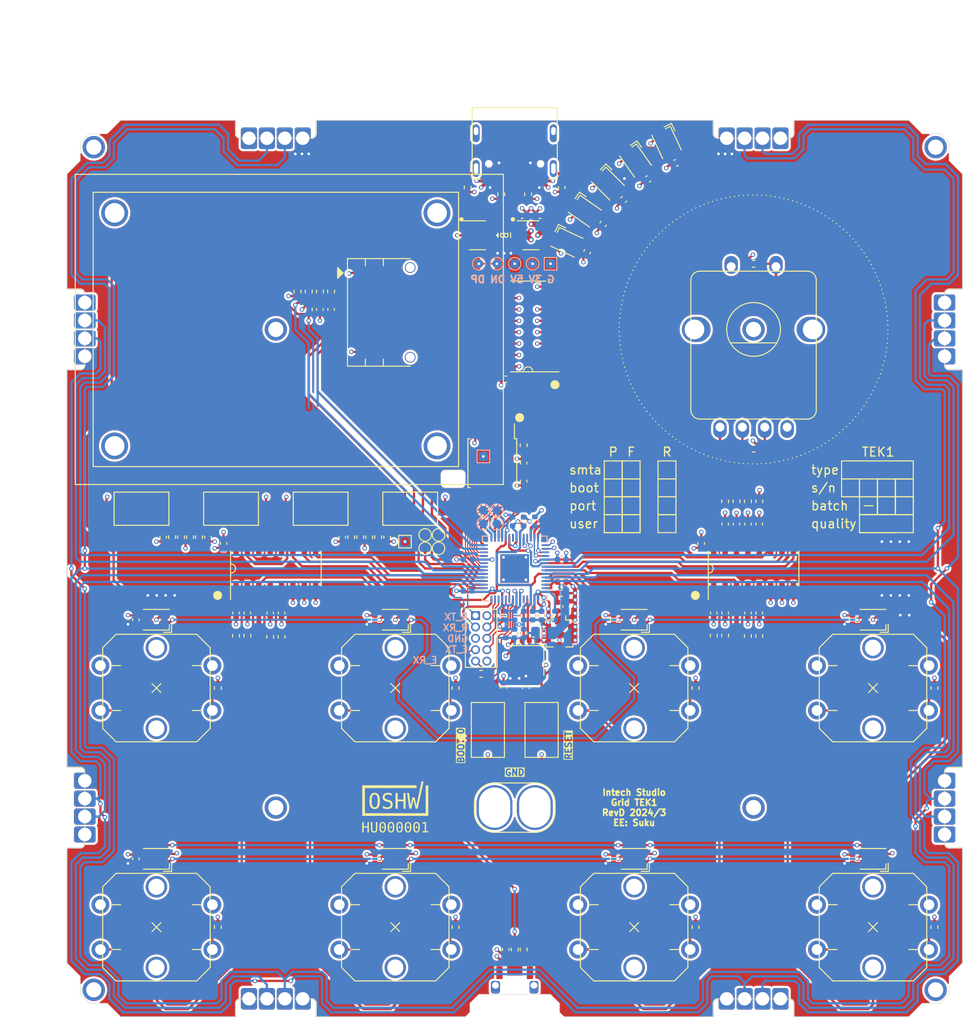
<source format=kicad_pcb>
(kicad_pcb (version 20221018) (generator pcbnew)
  (layers (0 "F.Cu" signal) (1 "In1.Cu" signal) (2 "In2.Cu" signal) (31 "B.Cu" signal) (34 "B.Paste" user) (35 "F.Paste" user) (36 "B.SilkS" user "B.Silkscreen") (37 "F.SilkS" user "F.Silkscreen") (38 "B.Mask" user) (39 "F.Mask" user) (44 "Edge.Cuts" user))
  (net 0 "")
  (net 1 "GND")
  (net 2 "/MCU/MAP_MODE")
  (net 3 "Net-(J701-In)")
  (net 4 "Net-(U704-XTAL_P)")
  (net 5 "Net-(U704-XTAL_N)")
  (net 6 "/MCU/USB_DN")
  (net 7 "/MCU/USB_DP")
  (net 8 "VDD_SPI")
  (net 9 "/MCU/TMS")
  (net 10 "/MCU/TCK")
  (net 11 "/MCU/TDO")
  (net 12 "/MCU/GRID_SYNC_1")
  (net 13 "/MCU/GRID_WEST_TX")
  (net 14 "+5V")
  (net 15 "/MCU/GRID_WEST_RX")
  (net 16 "/MCU/GRID_SYNC_2")
  (net 17 "/MCU/GRID_SOUTH_TX")
  (net 18 "/MCU/GRID_NORTH_RX")
  (net 19 "/MCU/GRID_SOUTH_RX")
  (net 20 "/MCU/GRID_NORTH_TX")
  (net 21 "/MCU/GRID_EAST_RX")
  (net 22 "/MCU/GRID_EAST_TX")
  (net 23 "/MCU/LED_DATA_OUT")
  (net 24 "/UI_LED/LED_DATA_OUT")
  (net 25 "/MCU/TDI")
  (net 26 "/MCU/U0RXD")
  (net 27 "/MCU/U0TXD")
  (net 28 "/MCU/SPICS0")
  (net 29 "/ANA_12")
  (net 30 "/ANA_13")
  (net 31 "/ANA_2")
  (net 32 "/ANA_6")
  (net 33 "/ANA_14")
  (net 34 "/ANA_15")
  (net 35 "/HWCFG/HWCFG_SHIFT")
  (net 36 "/HWCFG/HWCFG_CLOCK")
  (net 37 "/HWCFG/HWCFG_DATA")
  (net 38 "/MCU/RP_UART0_TX")
  (net 39 "/MCU/RP_UART0_RX")
  (net 40 "/MCU/RP_CLK")
  (net 41 "/MCU/RP_SWCLK")
  (net 42 "/MCU/RP_SWDIO")
  (net 43 "/MCU/RP_RUN")
  (net 44 "/MCU/RP_SPI0_RX")
  (net 45 "/MCU/RP_SPI0_CS")
  (net 46 "/MCU/RP_SPI0_SCK")
  (net 47 "/MCU/RP_SPI0_TX")
  (net 48 "Net-(J702-Pin_7)")
  (net 53 "/MCU/RP_INTERRUPT")
  (net 54 "/MCU/SPIQ")
  (net 55 "/MCU/SPIWP")
  (net 56 "/MCU/SPID")
  (net 57 "/MCU/SPICLK")
  (net 58 "/MCU/SPIHD")
  (net 59 "/MCU/ESP_RESET")
  (net 60 "/MCU/ESP_BOOT0")
  (net 61 "/MCU/ESP_LNA")
  (net 62 "+1V1")
  (net 65 "+3V3")
  (net 69 "ESP_GPIO_3")
  (net 70 "ESP_GPIO_2")
  (net 71 "ESP_GPIO_1")
  (net 72 "ESP_GPIO_4")
  (net 73 "ESP_GPIO_5")
  (net 74 "ESP_GPIO_16")
  (net 75 "ESP_GPIO_48")
  (net 76 "ESP_GPIO_47")
  (net 77 "ESP_GPIO_33")
  (net 78 "ESP_GPIO_34")
  (net 79 "ESP_GPIO_35")
  (net 80 "ESP_GPIO_36")
  (net 81 "ESP_GPIO_37")
  (net 82 "ESP_GPIO_45")
  (net 83 "ESP_GPIO_46")
  (net 84 "/ANA_8")
  (net 85 "/ANA_9")
  (net 86 "/ANA_10")
  (net 87 "/ANA_11")
  (net 88 "Net-(SW701-A)")
  (net 89 "Net-(U703-GPIO12)")
  (net 90 "Net-(U703-GPIO13)")
  (net 91 "Net-(U703-GPIO14)")
  (net 92 "Net-(U703-GPIO15)")
  (net 110 "Net-(U602-EN)")
  (net 112 "Net-(C749-Pad1)")
  (net 113 "Net-(C603-Pad1)")
  (net 114 "Net-(D906-DOUT)")
  (net 115 "Net-(D907-DOUT)")
  (net 116 "Net-(D908-DOUT)")
  (net 117 "Net-(D909-DOUT)")
  (net 118 "Net-(D910-DOUT)")
  (net 119 "Net-(D911-DOUT)")
  (net 120 "Net-(D912-DOUT)")
  (net 121 "Net-(U1001-X0)")
  (net 122 "Net-(U1001-X2)")
  (net 123 "Net-(U1001-X4)")
  (net 124 "Net-(U1001-X6)")
  (net 125 "Net-(U1001-X1)")
  (net 126 "Net-(U1001-X3)")
  (net 127 "Net-(U1001-X5)")
  (net 128 "Net-(U1001-X7)")
  (net 129 "Net-(U1002-X0)")
  (net 130 "Net-(U1002-X2)")
  (net 131 "Net-(U1002-X4)")
  (net 132 "Net-(U1002-X6)")
  (net 133 "Net-(U1002-X1)")
  (net 134 "Net-(U1002-X3)")
  (net 135 "Net-(U1002-X5)")
  (net 136 "Net-(U1002-X7)")
  (net 139 "Net-(R1025-Pad2)")
  (net 140 "Net-(D913-DOUT)")
  (net 141 "Net-(D914-DOUT)")
  (net 142 "Net-(D915-DOUT)")
  (net 143 "Net-(D916-DOUT)")
  (net 148 "Net-(D917-DOUT)")
  (net 149 "/ANA_3")
  (net 162 "Net-(R1048-Pad1)")
  (net 163 "Net-(R1047-Pad1)")
  (net 164 "Net-(R1044-Pad1)")
  (net 165 "Net-(R1043-Pad1)")
  (net 166 "Net-(R1040-Pad1)")
  (net 167 "Net-(R1039-Pad1)")
  (net 168 "Net-(R1036-Pad1)")
  (net 169 "Net-(R1035-Pad1)")
  (net 170 "Net-(J601-CC1)")
  (net 172 "Net-(J601-CC2)")
  (net 174 "Net-(J601-SHIELD-PadS2)")
  (net 178 "Net-(U1003-LEDA)")
  (net 179 "Net-(U1003-VCC)")
  (net 180 "Net-(U1003-LEDK)")
  (net 181 "/ANA_0")
  (net 182 "/ANA_4")
  (net 183 "/ANA_1")
  (net 184 "/ANA_5")
  (net 185 "RP_GPIO_11")
  (net 186 "RP_GPIO_10")
  (footprint "suku_basics:UI_WS2812C-2020" (layer "F.Cu") (at 59.995 132.385 180)
    (fp_text reference "D915" hide)
    (fp_text value "WS2812C-2020" hide)
  )
  (footprint "suku_basics:UI_WS2812C-2020" (layer "F.Cu") (at 113.335 132.385 180)
    (fp_text reference "D917" hide)
    (fp_text value "WS2812C-2020" hide)
  )
  (footprint "suku_basics:UI_WS2812C-2020" (layer "F.Cu") (at 86.665 132.385 180)
    (fp_text reference "D916" hide)
    (fp_text value "WS2812C-2020" hide)
  )
  (footprint "suku_basics:UI_WS2812C-2020" (layer "F.Cu") (at 140.005 132.385 180)
    (fp_text reference "D918" hide)
    (fp_text value "WS2812C-2020" hide)
  )
  (footprint "suku_basics:CAP_0402" (layer "F.Cu") (at 99 142.5 -90)
    (fp_text reference "C757" hide)
    (fp_text value "100n" hide)
  )
  (footprint "suku_basics:CAP_0402" (layer "F.Cu") (at 111.049 132.385 -90)
    (fp_text reference "C917" hide)
    (fp_text value "100n" hide)
  )
  (footprint "suku_basics:CAP_0402" (layer "F.Cu") (at 60.75 96.5 -90)
    (fp_text reference "C1001" hide)
    (fp_text value "100n" hide)
  )
  (footprint "suku_basics:CAP_0402" (layer "F.Cu") (at 80.75 96.5 -90)
    (fp_text reference "C1002" hide)
    (fp_text value "100n" hide)
  )
  (footprint "suku_basics:CAP_0402" (layer "F.Cu") (at 65.75 96.5 -90)
    (fp_text reference "C1005" hide)
    (fp_text value "100n" hide)
  )
  (footprint "suku_basics:CAP_0402" (layer "F.Cu") (at 85.75 96.5 -90)
    (fp_text reference "C1006" hide)
    (fp_text value "100n" hide)
  )
  (footprint "suku_basics:J_INTERFACE_SPRINGPATTERN" (layer "F.Cu") (at 50 73.33 90)
    (fp_text reference "J504" hide)
    (fp_text value "Conn_01x04")
  )
  (footprint "suku_basics:J_INTERFACE_SPRINGPATTERN" (layer "F.Cu") (at 50 126.67 90)
    (fp_text reference "J506" hide)
    (fp_text value "Conn_01x04")
  )
  (footprint "suku_basics:J_INTERFACE_SPRINGPATTERN" (layer "F.Cu") (at 73.33 150 180)
    (fp_text reference "J507" hide)
    (fp_text value "Conn_01x04")
  )
  (footprint "suku_basics:J_INTERFACE_SPRINGPATTERN" (layer "F.Cu") (at 73.33 50)
    (fp_text reference "J501" hide)
    (fp_text value "Conn_01x04")
  )
  (footprint "suku_basics:J_INTERFACE_SPRINGPATTERN" (layer "F.Cu") (at 126.67 150 180)
    (fp_text reference "J508" hide)
    (fp_text value "Conn_01x04")
  )
  (footprint "suku_basics:J_INTERFACE_SPRINGPATTERN" (layer "F.Cu") (at 126.67 50)
    (fp_text reference "J502" hide)
    (fp_text value "Conn_01x04")
  )
  (footprint "suku_basics:J_INTERFACE_SPRINGPATTERN" (layer "F.Cu") (at 150 73.33 -90)
    (fp_text reference "J503" hide)
    (fp_text value "Conn_01x04")
  )
  (footprint "suku_basics:RES_0402" (layer "F.Cu") (at 66.853 140.005 90)
    (fp_text reference "R1036" hide)
    (fp_text value "5k1" hide)
  )
  (footprint "suku_basics:RES_0402" (layer "F.Cu") (at 93.396 140.005 90)
    (fp_text reference "R1040" hide)
    (fp_text value "5k1" hide)
  )
  (footprint "suku_basics:RES_0402" (layer "F.Cu") (at 120.193 140.005 90)
    (fp_text reference "R1044" hide)
    (fp_text value "5k1" hide)
  )
  (footprint "suku_basics:RES_0402" (layer "F.Cu") (at 146.863 140.005 90)
    (fp_text reference "R1048" hide)
    (fp_text value "5k1" hide)
  )
  (footprint "suku_basics:RES_0402" (layer "F.Cu") (at 61.75 96.5 90)
    (fp_text reference "R1001" hide)
    (fp_text value "1k" hide)
  )
  (footprint "suku_basics:RES_0402" (layer "F.Cu") (at 81.75 96.5 90)
    (fp_text reference "R1002" hide)
    (fp_text value "1k" hide)
  )
  (footprint "suku_basics:RES_0402" (layer "F.Cu") (at 64.75 96.5 90)
    (fp_text reference "R1005" hide)
    (fp_text value "1k" hide)
  )
  (footprint "suku_basics:RES_0402" (layer "F.Cu") (at 84.75 96.5 90)
    (fp_text reference "R1006" hide)
    (fp_text value "1k" hide)
  )
  (footprint "suku_basics:RES_0402" (layer "F.Cu") (at 101 142.5 90)
    (fp_text reference "R736" hide)
    (fp_text value "1k" hide)
  )
  (footprint "suku_basics:UI_ENDLESSPOTSW_ALPHA" (layer "F.Cu") (at 126.67 73.33)
    (fp_text reference "UI1009" hide)
    (fp_text value "P090S-04F20BR10K (NF)")
  )
  (footprint "suku_basics:UI_BUTTON_OMRON" (layer "F.Cu") (at 86.665 140.005 180)
    (fp_text reference "UI1024" hide)
    (fp_text value "B3F-4050 (NF)" hide)
  )
  (footprint "suku_basics:UI_BUTTON_OMRON" (layer "F.Cu") (at 113.335 140.005 180)
    (fp_text reference "UI1028" hide)
    (fp_text value "B3F-4050 (NF)" hide)
  )
  (footprint "suku_basics:UI_BUTTON_OMRON" (layer "F.Cu") (at 140.005 140.005 180)
    (fp_text reference "UI1032" hide)
    (fp_text value "B3F-4050 (NF)" hide)
  )
  (footprint "suku_basics:CAP_0402" (layer "F.Cu") (at 57.709 132.385 -90)
    (fp_text reference "C915" hide)
    (fp_text value "100n" hide)
  )
  (footprint "suku_basics:CAP_0402" (layer "F.Cu") (at 84.379 132.385 -90)
    (fp_text reference "C916" hide)
    (fp_text value "100n" hide)
  )
  (footprint "suku_basics:CAP_0402" (layer "F.Cu") (at 137.719 132.385 -90)
    (fp_text reference "C918" hide)
    (fp_text value "100n" hide)
  )
  (footprint "suku_basics:J_INTERFACE_SPRINGPATTERN" (layer "F.Cu") (at 150 126.67 -90)
    (fp_text reference "J505" hide)
    (fp_text value "Conn_01x04")
  )
  (footprint "suku_basics:UI_BUTTON_OMRON" (layer "F.Cu") (at 59.995 140.005 180)
    (fp_text reference "UI1020" hide)
    (fp_text value "B3F-4050 (NF)" hide)
  )
  (footprint "suku_basics:RES_0402" (layer "F.Cu") (at 124.765 92.507 90)
    (fp_text reference "R1009" hide)
    (fp_text value "1k" hide)
  )
  (footprint "suku_basics:RES_0402" (layer "F.Cu") (at 123.495 92.507 90)
    (fp_text reference "R1010" hide)
    (fp_text value "1k" hide)
  )
  (footprint "suku_basics:RES_0402" (layer "F.Cu") (at 127.305 92.507 90)
    (fp_text reference "R1014" hide)
    (fp_text value "1k" hide)
  )
  (footprint "suku_basics:SOIC-16_74HC4051" (layer "F.Cu") (at 126.67 100 90)
    (fp_text reference "U1002" hide)
    (fp_text value "74HC4051" hide)
  )
  (footprint "suku_basics:CAP_0402" (layer "F.Cu") (at 126.035 95.047 90)
    (fp_text reference "C1010" hide)
    (fp_text value "100n" hide)
  )
  (footprint "suku_basics:CAP_0402" (layer "F.Cu") (at 123.495 95.047 90)
    (fp_text reference "C1011" hide)
    (fp_text value "100n" hide)
  )
  (footprint "suku_basics:CAP_0402" (layer "F.Cu") (at 124.765 95.047 90)
    (fp_text reference "C1014" hide)
    (fp_text value "100n" hide)
  )
  (footprint "suku_basics:CAP_0402" (layer "F.Cu") (at 127.305 95.047 90)
    (fp_text reference "C1015" hide)
    (fp_text value "100n" hide)
  )
  (footprint "suku_basics:SOIC-16_74HC4051" (layer "F.Cu") (at 73.33 100 90)
    (fp_text reference "U1001" hide)
    (fp_text value "74HC4051" hide)
  )
  (footprint "suku_basics:RES_0402" (layer "F.Cu") (at 68.885 107.493 -90)
    (fp_text reference "R1003" hide)
    (fp_text value "1k" hide)
  )
  (footprint "suku_basics:RES_0402" (layer "F.Cu") (at 70.155 107.493 -90)
    (fp_text reference "R1004" hide)
    (fp_text value "1k" hide)
  )
  (footprint "suku_basics:RES_0402" (layer "F.Cu") (at 73.965 107.62 -90)
    (fp_text reference "R1007" hide)
    (fp_text value "1k" hide)
  )
  (footprint "suku_basics:RES_0402" (layer "F.Cu") (at 72.695 107.62 -90)
    (fp_text reference "R1008" hide)
    (fp_text value "1k" hide)
  )
  (footprint "suku_basics:CAP_0402" (layer "F.Cu") (at 68.885 104.953 -90)
    (fp_text reference "C1003" hide)
    (fp_text value "100n" hide)
  )
  (footprint "suku_basics:CAP_0402" (layer "F.Cu") (at 70.155 104.953 -90)
    (fp_text reference "C1004" hide)
    (fp_text value "100n" hide)
  )
  (footprint "suku_basics:CAP_0402" (layer "F.Cu") (at 73.965 104.953 -90)
    (fp_text reference "C1007" hide)
    (fp_text value "100n" hide)
  )
  (footprint "suku_basics:CAP_0402" (layer "F.Cu") (at 72.695 104.953 -90)
    (fp_text reference "C1008" hide)
    (fp_text value "100n" hide)
  )
  (footprint "suku_basics:RES_0402" (layer "F.Cu") (at 126.035 92.507 90)
    (fp_text reference "R1013" hide)
    (fp_text value "1k" hide)
  )
  (footprint "suku_basics:CAP_0402" (layer "F.Cu") (at 122.225 104.953 -90)
    (fp_text reference "C1012" hide)
    (fp_text value "100n" hide)
  )
  (footprint "suku_basics:CAP_0402" (layer "F.Cu") (at 123.495 104.953 -90)
    (fp_text reference "C1013" hide)
    (fp_text value "100n" hide)
  )
  (footprint "suku_basics:CAP_0402" (layer "F.Cu") (at 127.305 104.953 -90)
    (fp_text reference "C1016" hide)
    (fp_text value "100n" hide)
  )
  (footprint "suku_basics:CAP_0402" (layer "F.Cu") (at 126.035 104.953 -90)
    (fp_text reference "C1017" hide)
    (fp_text value "100n" hide)
  )
  (footprint "suku_basics:RES_0402" (layer "F.Cu") (at 122.225 107.493 -90)
    (fp_text reference "R1011" hide)
    (fp_text value "1k" hide)
  )
  (footprint "suku_basics:RES_0402" (layer "F.Cu") (at 123.495 107.4676 -90)
    (fp_text reference "R1012" hide)
    (fp_text value "1k" hide)
  )
  (footprint "suku_basics:RES_0402" (layer "F.Cu") (at 127.305 107.5184 -90)
    (fp_text reference "R1015" hide)
    (fp_text value "1k" hide)
  )
  (footprint "suku_basics:RES_0402" (layer "F.Cu") (at 126.035 107.5184 -90)
    (fp_text reference "R1016" hide)
    (fp_text value "1k" hide)
  )
  (footprint "suku_basics:SOIC-8W_FLASH" (layer "F.Cu") (at 97.5 88.25 -90)
    (fp_text reference "U705" hide)
    (fp_text value "W25Q64JVSSIQ" hide)
  )
  (footprint "suku_basics:CAP_0402" (layer "F.Cu") (at 99 78.8875 180)
    (fp_text reference "C801" hide)
    (fp_text value "100n" hide)
  )
  (footprint "suku_basics:CAP_0402" (layer "F.Cu") (at 120.828 97.206 -90)
    (fp_text reference "C1018" hide)
    (fp_text value "100n" hide)
  )
  (footprint "suku_basics:CAP_0402" (layer "F.Cu") (at 67.488 97.206 -90)
    (fp_text reference "C1009" hide)
    (fp_text value "100n" hide)
  )
  (footprint "suku_basics:SW_HYP_MAPMODE" (layer "F.Cu") (at 100 146.2 180)
    (fp_text reference "SW701" hide)
    (fp_text value "C255807" hide)
  )
  (footprint "suku_basics:SOIC-16_74HC165" (layer "F.Cu") (at 101.5 73 180)
    (fp_text reference "U801" hide)
    (fp_text value "74HC165" hide)
  )
  (footprint "suku_basics:CAP_0402" (layer "F.Cu") (at 101 90.25 -90)
    (fp_text reference "C756" hide)
    (fp_text value "100n" hide)
  )
  (footprint "suku_basics:USB_C_Korean_Hroparts_TYPE-C-31-M-12" (layer "F.Cu") (at 100 53.4 180)
    (fp_text reference "J601" hide)
    (fp_text value "TYPE-C-32-M-12" hide)
  )
  (footprint "suku_basics:SOT-23-6" (layer "F.Cu") (at 95.83 62.83 180)
    (fp_text reference "U601" hide)
    (fp_text value "C5451661" hide)
  )
  (footprint "suku_basics:CAP_0402" (layer "F.Cu") (at 84.379 105.715 -90)
    (fp_text reference "C912" hide)
    (fp_text value "100n")
  )
  (footprint "suku_basics:FERRIT_0805" (layer "F.Cu") (at 98.83 62.83 -90)
    (fp_text reference "L601" hide)
    (fp_text value "GZ2012D601TF" hide)
  )
  (footprint "suku_basics:CAP_0402" (layer "F.Cu") (at 102 105.25 -90)
    (fp_text reference "C753" hide)
    (fp_text value "10n" hide)
  )
  (footprint "Button_Switch_SMD:SW_SPST_CK_RS282G05A3" (layer "F.Cu") (at 97 118 90)
    (fp_text reference "SW703" hide)
    (fp_text value "C2905169" hide)
  )
  (footprint "suku_basics:RES_0402" (layer "F.Cu") (at 83.75 96.5 -90)
    (fp_text reference "R1024" hide)
    (fp_text value "5k1")
  )
  (footprint "suku_basics:RES_0402" (layer "F.Cu") (at 82.75 96.5 -90)
    (fp_text reference "R1023" hide)
    (fp_text value "5k1")
  )
  (footprint "suku_basics:RES_0402" (layer "F.Cu") (at 101 86.25 90)
    (fp_text reference "R734" hide)
    (fp_text value "5k1" hide)
  )
  (footprint "Crystal:Crystal_SMD_Abracon_ABM8G-4Pin_3.2x2.5mm" (layer "F.Cu") (at 101.25 110.25 180)
    (fp_text reference "Y701" hide)
    (fp_text value "40MHz" hide)
  )
  (footprint "suku_basics:UI_BUTTON_OMRON" (layer "F.Cu") (at 140.005 113.335 180)
    (fp_text reference "UI1031" hide)
    (fp_text value "B3F-4050 (NF)")
  )
  (footprint "suku_basics:RES_0402" (layer "F.Cu") (at 63.75 96.5 -90)
    (fp_text reference "R1022" hide)
    (fp_text value "5k1")
  )
  (footprint "suku_basics:RES_0402" (layer "F.Cu") (at 101.25 113.25 -90)
    (fp_text reference "R735" hide)
    (fp_text value "5k1")
  )
  (footprint "suku_basics:RES_0402" (layer "F.Cu") (at 78.25 69.1 90)
    (fp_text reference "R1017" hide)
    (fp_text value "470R")
  )
  (footprint "suku_basics:UI_WS2812C-2020" (layer "F.Cu") (at 116.94978 52.484921 -65)
    (fp_text reference "D910" hide)
    (fp_text value "WS2812C-2020")
  )
  (footprint "suku_basics:CAP_0402" (layer "F.Cu") (at 100.35 108 180)
    (fp_text reference "C750" hide)
    (fp_text value "10p" hide)
  )
  (footprint "suku_basics:CAP_0402" (layer "F.Cu") (at 98.75 105.25 -90)
    (fp_text reference "C752" hide)
    (fp_text value "100n" hide)
  )
  (footprint "suku_basics:UI_BUTTON_OMRON" (layer "F.Cu") (at 59.995 113.335 180)
    (fp_text reference "UI1019" hide)
    (fp_text value "B3F-4050 (NF)")
  )
  (footprint "suku_basics:CAP_0402" (layer "F.Cu") (at 137.719 105.715 -90)
    (fp_text reference "C914" hide)
    (fp_text value "100n")
  )
  (footprint "suku_basics:UI_WS2812C-2020" (layer "F.Cu") (at 59.995 105.715 180)
    (fp_text reference "D911" hide)
    (fp_text value "WS2812C-2020")
  )
  (footprint "suku_basics:OscilloscopeGround" (layer "F.Cu") (at 100 126.67)
    (fp_text reference "J799" hide)
    (fp_text value "Conn_01x02")
  )
  (footprint "suku_basics:CAP_0402" (layer "F.Cu") (at 57.709 105.715 -90)
    (fp_text reference "C911" hide)
    (fp_text value "100n")
  )
  (footprint "suku_basics:CAP_0402" (layer "F.Cu") (at 102.83 60.58)
    (fp_text reference "C602" hide)
    (fp_text value "1u" hide)
  )
  (footprint "suku_basics:CAP_0402" (layer "F.Cu") (at 105.25 102.75)
    (fp_text reference "C742" hide)
    (fp_text value "1p8" hide)
  )
  (footprint "suku_basics:RES_0402" (layer "F.Cu") (at 146.863 113.335 90)
    (fp_text reference "R1047" hide)
    (fp_text value "5k1")
  )
  (footprint "TestPoint:TestPoint_Pad_1.0x1.0mm" (layer "F.Cu") (at 87.75 97)
    (fp_text reference "TP710" hide)
    (fp_text value "TestPoint")
  )
  (footprint "suku_basics:CAP_0402" (layer "F.Cu") (at 101 94.75 90)
    (fp_text reference "C751" hide)
    (fp_text value "100n" hide)
  )
  (footprint "suku_basics:CAP_0402" (layer "F.Cu") (at 105.25 57.5 -90)
    (fp_text reference "C603" hide)
    (fp_text value "4n7" hide)
  )
  (footprint "Button_Switch_SMD:SW_SPST_CK_RS282G05A3" (layer "F.Cu") (at 68.33 93.33)
    (fp_text reference "SW1002" hide)
    (fp_text value "C2905169")
  )
  (footprint "suku_basics:RES_0402" (layer "F.Cu") (at 79.5 69.1 -90)
    (fp_text reference "R1018" hide)
    (fp_text value "0R")
  )
  (footprint "suku_basics:CAP_0402" (layer "F.Cu") (at 98.75 113.25 90)
    (fp_text reference "C758" hide)
    (fp_text value "1u")
  )
  (footprint "suku_basics:RES_0402" (layer "F.Cu") (at 126.67 66)
    (fp_text reference "R703" hide)
    (fp_text value "5k1")
  )
  (footprint "suku_basics:CAP_0402" (layer "F.Cu") (at 105.75 104.25 90)
    (fp_text reference "C739" hide)
    (fp_text value "3p9" hide)
  )
  (footprint "suku_basics:CAP_0402" (layer "F.Cu") (at 109.877383 61.571683 55)
    (fp_text reference "C907" hide)
    (fp_text value "100n")
  )
  (footprint "suku_basics:CAP_0402" (layer "F.Cu") (at 101 88.25 90)
    (fp_text reference "C755" hide)
    (fp_text value "1u" hide)
  )
  (footprint "suku_basics:RES_0402" (layer "F.Cu") (at 62.75 96.5 -90)
    (fp_text reference "R1021" hide)
    (fp_text value "5k1")
  )
  (footprint "suku_basics:UI_WS2812C-2020" (layer "F.Cu") (at 110.406544 57.066544 -45)
    (fp_text reference "D908" hide)
    (fp_text value "WS2812C-2020")
  )
  (footprint "suku_basics:CAP_0402" (layer "F.Cu") (at 100.83 60.58)
    (fp_text reference "C601" hide)
    (fp_text value "1u" hide)
  )
  (footprint "suku_basics:UI_BUTTON_OMRON" (layer "F.Cu") (at 86.665 113.335 180)
    (fp_text reference "UI1023" hide)
    (fp_text value "B3F-4050 (NF)")
  )
  (footprint "suku_basics:CAP_0402" (layer "F.Cu") (at 105.25 101.5)
    (fp_text reference "C749" hide)
    (fp_text value "100n" hide)
  )
  (footprint "suku_basics:RES_0402" (layer "F.Cu") (at 100 142.5 90)
    (fp_text reference "R701" hide)
    (fp_text value "5k1")
  )
  (footprint "suku_basics:QFN-56-1EP_7x7mm_P0.4mm_EP3.2x3.2mm" (layer "F.Cu") (at 100 100 180)
    (fp_text reference "U704" hide)
    (fp_text value "ESP32-S3FN8" hide)
  )
  (footprint "suku_basics:CAP_0402" (layer "F.Cu") (at 108.09069 64.666326 65)
    (fp_text reference "C906" hide)
    (fp_text value "100n")
  )
  (footprint "suku_basics:RES_0402" (layer "F.Cu") (at 101.5 58.25 -90)
    (fp_text reference "R601" hide)
    (fp_text value "5k1" hide)
  )
  (footprint "suku_basics:grid_outline" (layer "F.Cu") (at 100 100)
    (fp_text reference "M501" hide)
    (fp_text value "Conn_01x08" hide)
  )
  (footprint "suku_basics:RES_0402" (layer "F.Cu") (at 98.5 58.25 -90)
    (fp_text reference "R602" hide)
    (fp_text value "5k1" hide)
  )
  (footprint "suku_basics:Display_TEK1" (layer "F.Cu") (at 73.33 73.33)
    (fp_text reference "U1003" hide)
    (fp_text value "DISPLAY_TEK1")
  )
  (footprint "suku_basics:RES_0402" (layer "F.Cu") (at 75.75 69.1 -90)
    (fp_text reference "R1020" hide)
    (fp_text value "0R")
  )
  (footprint "suku_basics:UI_WS2812C-2020" (layer "F.Cu") (at 105.824921 63.60978 -25)
    (fp_text reference "D906" hide)
    (fp_text value "WS2812C-2020")
  )
  (footprint "suku_basics:UI_BUTTON_OMRON" (layer "F.Cu") (at 113.335 113.335 180)
    (fp_text reference "UI1027" hide)
    (fp_text value "B3F-4050 (NF)")
  )
  (footprint "suku_basics:RES_0402" (layer "F.Cu") (at 126.67 86.63 180)
    (fp_text reference "R1025" hide)
    (fp_text value "470R")
  )
  (footprint "TestPoint:TestPoint_Pad_D1.0mm" (layer "F.Cu") (at 91.5 96.25)
    (fp_text reference "TP706" hide)
    (fp_text value "TestPoint")
  )
  (footprint "suku_basics:CAP_0402" (layer "F.Cu") (at 114.911683 56.537383 35)
    (fp_text reference "C909" hide)
    (fp_text value "100n")
  )
  (footprint "Connector_PinHeader_1.27mm:PinHeader_2x05_P1.27mm_Vertical" (layer "F.Cu") (at 95.625 105.25)
    (fp_text reference "J702" hide)
    (fp_text value "Conn_02x05_Odd_Even" hide)
  )
  (footprint "suku_basics:SOT-23-5" (layer "F.Cu") (at 101.83 62.83 180)
    (fp_text reference "U602" hide)
    (fp_text value "LN1134A332MR-G" hide)
  )
  (footprint "suku_basics:RES_0402" (layer "F.Cu") (at 77 71.1 90)
    (fp_text reference "R1026" hide)
    (fp_text value "5k1")
  )
  (footprint "suku_basics:CAP_0402" (layer "F.Cu") (at 78.25 71.1 -90)
    (fp_text reference "C1020" hide)
    (fp_text value "1u")
  )
  (footprint "suku_basics:RES_0402" (layer "F.Cu") (at 77 69.1 90)
    (fp_text reference "R1019" hide)
    (fp_text value "0R")
  )
  (footprint "Button_Switch_SMD:SW_SPST_CK_RS282G05A3" (layer "F.Cu") (at 88.33 93.33)
    (fp_text reference "SW1004" hide)
    (fp_text value "C2905169")
  )
  (footprint "Button_Switch_SMD:SW_SPST_CK_RS282G05A3" (layer "F.Cu") (at 58.33 93.33 180)
    (fp_text reference "SW1001" hide)
    (fp_text value "C2905169")
  )
  (footprint "suku_basics:UI_WS2812C-2020" (layer "F.Cu") (at 140.005 105.715 180)
    (fp_text reference "D914" hide)
    (fp_text value "WS2812C-2020")
  )
  (footprint "Button_Switch_SMD:SW_SPST_CK_RS282G05A3" (layer "F.Cu") (at 103 118 90)
    (fp_text reference "SW702" hide)
    (fp_text value "C2905169" hide)
  )
  (footprint "suku_basics:UI_WS2812C-2020" (layer "F.Cu") (at 113.335 105.715 180)
    (fp_text reference "D913" hide)
    (fp_text value "WS2812C-2020")
  )
  (footprint "suku_basics:RES_0402" (layer "F.Cu") (at 120.193 113.335 90)
    (fp_text reference "R1043" hide)
    (fp_text value "5k1")
  )
  (footprint "suku_basics:UI_WS2812C-2020" (layer "F.Cu") (at 113.477742 54.489503 -55)
    (fp_text reference "D909" hide)
    (fp_text value "WS2812C-2020")
  )
  (footprint "suku_basics:RES_0402" (layer "F.Cu") (at 94.75 57.5 -90)
    (fp_text reference "R603" hide)
    (fp_text value "1M" hide)
  )
  (footprint "TestPoint:TestPoint_Pad_D1.0mm" (layer "F.Cu") (at 90 96.25)
    (fp_text reference "TP708" hide)
    (fp_text value "TestPoint")
  )
  (footprint "TestPoint:TestPoint_Pad_D1.0mm" (layer "F.Cu") (at 90 97.75)
    (fp_text reference "TP709" hide)
    (fp_text value "TestPoint")
  )
  (footprint "suku_basics:RES_0402" (layer "F.Cu") (at 93.396 113.335 90)
    (fp_text reference "R1039" hide)
    (fp_text value "5k1")
  )
  (footprint "TestPoint:TestPoint_Pad_D1.0mm" (layer "F.Cu") (at 91.5 97.75)
    (fp_text reference "TP707" hide)
    (fp_text value "TestPoint")
  )
  (footprint "Connector_Coaxial:U.FL_Molex_MCRF_73412-0110_Vertical" (layer "F.Cu") (at 105 107.25 180)
    (fp_text reference "J701" hide)
    (fp_text value "C5137195" hide)
  )
  (footprint "suku_basics:IND_0402" (layer "F.Cu") (at 104.75 104.25 90)
    (fp_text reference "L701" hide)
    (fp_text value "1n8" hide)
  )
  (footprint "suku_basics:RES_0402" (layer "F.Cu") (at 66.853 113.335 90)
    (fp_text reference "R1035" hide)
    (fp_text value "5k1")
  )
  (footprint "suku_basics:CAP_0402" (layer "F.Cu") (at 112.174311 58.834311 45)
    (fp_text reference "C908" hide)
    (fp_text value "100n")
  )
  (footprint "suku_basics:UI_WS2812C-2020" (layer "F.Cu") (at 107.829503 60.137742 -35)
    (fp_text reference "D907" hide)
    (fp_text value "WS2812C-2020")
  )
  (footprint "suku_basics:UI_WS2812C-2020" (layer "F.Cu") (at 86.665 105.715 180)
    (fp_text reference "D912" hide)
    (fp_text value "WS2812C-2020")
  )
  (footprint "suku_basics:CAP_0402" (layer "F.Cu") (at 111.049 105.715 -90)
    (fp_text reference "C913" hide)
    (fp_text value "100n")
  )
  (footprint "suku_basics:CAP_0402" (layer "F.Cu") (at 102.1 108)
    (fp_text reference "C748" hide)
    (fp_text value "10p" hide)
  )
  (footprint "suku_basics:CAP_0402" (layer "F.Cu") (at 103 105.25 -90)
    (fp_text reference "C754" hide)
    (fp_text value "1u" hide)
  )
  (footprint "suku_basics:RES_0402" (layer "F.Cu") (at 96.25 111.75)
    (fp_text reference "R733" hide)
    (fp_text value "1k" hide)
  )
  (footprint "suku_basics:OSHWA" (layer "F.Cu") (at 86.665 126.67)
    (fp_text reference "LOGO701" hide)
    (fp_text value "OSHWA" hide)
  )
  (footprint "suku_basics:CAP_0402" (layer "F.Cu") (at 118.006326 54.75069 25)
    (fp_text reference "C910" hide)
    (fp_text value "100n")
  )
  (footprint "suku_basics:CAP_0402" (layer "F.Cu") (at 79.5 71.1 -90)
    (fp_text reference "C1019" hide)
    (fp_text value "100n")
  )
  (footprint "Button_Switch_SMD:SW_SPST_CK_RS282G05A3" (layer "F.Cu") (at 78.33 93.33 180)
    (fp_text reference "SW1003" hide)
    (fp_text value "C2905169")
  )
  (footprint "TestPoint:TestPoint_Pad_1.0x1.0mm" (layer "B.Cu") (at 104 66 180)
    (fp_text reference "TP601" hide)
    (fp_text value "GND" hide)
  )
  (footprint "TestPoint:TestPoint_Pad_D1.0mm" (layer "B.Cu") (at 100 66 180)
    (fp_text reference "TP602" hide)
    (fp_text value "VB" hide)
  )
  (footprint "TestPoint:TestPoint_Pad_D1.0mm" (layer "B.Cu") (at 98 66)
    (fp_text reference "TP603" hide)
    (fp_text value "D-" hide)
  )
  (footprint "TestPoint:TestPoint_Pad_D1.0mm" (layer "B.Cu") (at 96 66)
    (fp_text reference "TP604" hide)
    (fp_text value "D+" hide)
  )
  (footprint "suku_basics:FERRIT_0805" (layer "B.Cu") (at 103.25 107.2 180)
    (fp_text reference "L702" hide)
    (fp_text value "GZ2012D601TF" hide)
  )
  (footprint "suku_basics:CAP_0402" (layer "B.Cu") (at 103 105.25 -90)
    (fp_text reference "C741" hide)
    (fp_text value "100n" hide)
  )
  (footprint "suku_basics:CAP_0402" (layer "B.Cu") (at 100 105.25 -90)
    (fp_text reference "C745" hide)
    (fp_text value "100n" hide)
  )
  (footprint "suku_basics:RP2040_QFN-56-1EP_7x7mm_P0.4mm_EP3.2x3.2mm" (layer "B.Cu") (at 100 100 90)
    (fp_text reference "U703" hide)
    (fp_text value "RP2040" hide)
  )
  (footprint "suku_basics:CAP_0402" (layer "B.Cu") (at 94.75 99 180)
    (fp_text reference "C736" hide)
    (fp_text value "100n" hide)
  )
  (footprint "TestPoint:TestPoint_Pad_1.0x1.0mm" (layer "B.Cu") (at 96.5 87.5 180)
    (fp_text reference "TP705" hide)
    (fp_text value "TestPoint")
  )
  (footprint "TestPoint:TestPoint_Pad_D1.0mm" (layer "B.Cu") (at 98 95 180)
    (fp_text reference "TP703" hide)
    (fp_text value "TestPoint" hide)
  )
  (footprint "suku_basics:CAP_0402" (layer "B.Cu") (at 99 105.25 -90)
    (fp_text reference "C744" hide)
    (fp_text value "100n" hide)
  )
  (footprint "suku_basics:CAP_0402" (layer "B.Cu") (at 100 107.25 90)
    (fp_text reference "C746" hide)
    (fp_text value "1u" hide)
  )
  (footprint "TestPoint:TestPoint_Pad_D1.0mm" (layer "B.Cu") (at 102 66)
    (fp_text reference "TP605" hide)
    (fp_text value "UI" hide)
  )
  (footprint "suku_basics:CAP_0402" (layer "B.Cu") (at 99 107.25 90)
    (fp_text reference "C743" hide)
    (fp_text value "10u" hide)
  )
  (footprint "suku_basics:CAP_0402" (layer "B.Cu") (at 101 105.25 -90)
    (fp_text reference "C733" hide)
    (fp_text value "1u" hide)
  )
  (footprint "TestPoint:TestPoint_Pad_D1.0mm" (layer "B.Cu") (at 96.5 95 180)
    (fp_text reference "TP701" hide)
    (fp_text value "TestPoint" hide)
  )
  (footprint "suku_basics:CAP_0402" (layer "B.Cu") (at 99.75 94.75 90)
    (fp_text reference "C737" hide)
    (fp_text value "100n" hide)
  )
  (footprint "suku_basics:CAP_0402" (layer "B.Cu") (at 104.5 105.25 -90)
    (fp_text reference "C740" hide)
    (fp_text value "100n" hide)
  )
  (footprint "TestPoint:TestPoint_Pad_D1.0mm" (layer "B.Cu") (at 98 93.5 180)
    (fp_text reference "TP704" hide)
    (fp_text value "TestPoint" hide)
  )
  (footprint "TestPoint:TestPoint_Pad_D1.0mm" (layer "B.Cu") (at 96.5 93.5 180)
    (fp_text reference "TP702" hide)
    (fp_text value "TestPoint" hide)
  )
  (footprint "suku_basics:CAP_0402" (layer "B.Cu") (at 105.25 99)
    (fp_text reference "C738" hide)
    (fp_text value "100n" hide)
  )
  (footprint "suku_basics:CAP_0402" (layer "B.Cu") (at 102 105.25 -90)
    (fp_text reference "C734" hide)
    (fp_text value "1u" hide)
  )
  (footprint "suku_basics:CAP_0402" (layer "B.Cu") (at 101 94.75 90)
    (fp_text reference "C731" hide)
    (fp_text value "100n" hide)
  )
  (footprint "suku_basics:RES_0402" (layer "B.Cu") (at 102.25 94.75 -90)
    (fp_text reference "R729" hide)
    (fp_text value "5k1" hide)
  )
  (footprint "suku_basics:CAP_0402" (layer "B.Cu") (at 98 105.25 -90)
    (fp_text reference "C732" hide)
    (fp_text value "100n" hide)
  )
  (footprint "suku_basics:CAP_0402" (layer "B.Cu") (at 101 107.25 90)
    (fp_text reference "C747" hide)
    (fp_text value "100n" hide)
  )
  (footprint "suku_basics:CAP_0402" (layer "B.Cu") (at 94.75 102.5 180)
    (fp_text reference "C735" hide)
    (fp_text value "100n" hide)
  )
  (gr_line (start 114 88) (end 112 88) (stroke (width 0.12)) (layer "F.SilkS"))
  (gr_line (start 112 90) (end 112 88) (stroke (width 0.12)) (layer "F.SilkS"))
  (gr_line (start 110 92) (end 112 92) (stroke (width 0.12)) (layer "F.SilkS"))
  (gr_line (start 110 88) (end 110 90) (stroke (width 0.12)) (layer "F.SilkS"))
  (gr_line (start 112 88) (end 110 88) (stroke (width 0.12)) (layer "F.SilkS"))
  (gr_line (start 112 88) (end 112 90) (stroke (width 0.12)) (layer "F.SilkS"))
  (gr_line (start 112 92) (end 114 92) (stroke (width 0.12)) (layer "F.SilkS"))
  (gr_line (start 114 90) (end 114 88) (stroke (width 0.12)) (layer "F.SilkS"))
  (gr_line (start 118 88) (end 116 88) (stroke (width 0.12)) (layer "F.SilkS"))
  (gr_line (start 116 88) (end 116 90) (stroke (width 0.12)) (layer "F.SilkS"))
  (gr_line (start 118 90) (end 118 88) (stroke (width 0.12)) (layer "F.SilkS"))
  (gr_line (start 114 92) (end 114 94) (stroke (width 0.12)) (layer "F.SilkS"))
  (gr_line (start 114 94) (end 114 92) (stroke (width 0.12)) (layer "F.SilkS"))
  (gr_line (start 112 92) (end 110 92) (stroke (width 0.12)) (layer "F.SilkS"))
  (gr_line (start 110 92) (end 110 94) (stroke (width 0.12)) (layer "F.SilkS"))
  (gr_line (start 110 94) (end 112 94) (stroke (width 0.12)) (layer "F.SilkS"))
  (gr_line (start 112 94) (end 112 92) (stroke (width 0.12)) (layer "F.SilkS"))
  (gr_line (start 114 92) (end 112 92) (stroke (width 0.12)) (layer "F.SilkS"))
  (gr_line (start 114 94) (end 114 96) (stroke (width 0.12)) (layer "F.SilkS"))
  (gr_line (start 114 96) (end 114 94) (stroke (width 0.12)) (layer "F.SilkS"))
  (gr_line (start 112 96) (end 114 96) (stroke (width 0.12)) (layer "F.SilkS"))
  (gr_line (start 112 94) (end 112 96) (stroke (width 0.12)) (layer "F.SilkS"))
  (gr_line (start 112 94) (end 110 94) (stroke (width 0.12)) (layer "F.SilkS"))
  (gr_line (start 110 94) (end 110 96) (stroke (width 0.12)) (layer "F.SilkS"))
  (gr_line (start 110 96) (end 112 96) (stroke (width 0.12)) (layer "F.SilkS"))
  (gr_line (start 114 94) (end 112 94) (stroke (width 0.12)) (layer "F.SilkS"))
  (gr_line (start 112 94) (end 114 94) (stroke (width 0.12)) (layer "F.SilkS"))
  (gr_line (start 112 92) (end 112 94) (stroke (width 0.12)) (layer "F.SilkS"))
  (gr_line (start 112 96) (end 112 94) (stroke (width 0.12)) (layer "F.SilkS"))
  (gr_line (start 112 96) (end 110 96) (stroke (width 0.12)) (layer "F.SilkS"))
  (gr_line (start 114 96) (end 112 96) (stroke (width 0.12)) (layer "F.SilkS"))
  (gr_line (start 136.5 90) (end 136.5 88) (stroke (width 0.12)) (layer "F.SilkS"))
  (gr_line (start 136.5 88) (end 140.5 88) (stroke (width 0.12)) (layer "F.SilkS"))
  (gr_line (start 138.5 90) (end 136.5 90) (stroke (width 0.12)) (layer "F.SilkS"))
  (gr_line (start 140.5 90) (end 138.5 90) (stroke (width 0.12)) (layer "F.SilkS"))
  (gr_line (start 140.5 94) (end 142.5 94) (stroke (width 0.12)) (layer "F.SilkS"))
  (gr_line (start 140.5 92) (end 140.5 94) (stroke (width 0.12)) (layer "F.SilkS"))
  (gr_line (start 142.5 94) (end 142.5 92) (stroke (width 0.12)) (layer "F.SilkS"))
  (gr_line (start 139 93) (end 140 93) (stroke (width 0.12)) (layer "F.SilkS"))
  (gr_line (start 140.5 94) (end 138.5 94) (stroke (width 0.12)) (layer "F.SilkS"))
  (gr_line (start 140.5 92) (end 140.5 94) (stroke (width 0.12)) (layer "F.SilkS"))
  (gr_line (start 140.5 94) (end 140.5 92) (stroke (width 0.12)) (layer "F.SilkS"))
  (gr_line (start 142.5 94) (end 140.5 94) (stroke (width 0.12)) (layer "F.SilkS"))
  (gr_line (start 142.5 92) (end 142.5 94) (stroke (width 0.12)) (layer "F.SilkS"))
  (gr_line (start 138.5 94) (end 140.5 94) (stroke (width 0.12)) (layer "F.SilkS"))
  (gr_line (start 138.5 92) (end 138.5 94) (stroke (width 0.12)) (layer "F.SilkS"))
  (gr_line (start 142.5 92) (end 144.5 92) (stroke (width 0.12)) (layer "F.SilkS"))
  (gr_line (start 142.5 90) (end 144.5 90) (stroke (width 0.12)) (layer "F.SilkS"))
  (gr_line (start 142.5 90) (end 142.5 92) (stroke (width 0.12)) (layer "F.SilkS"))
  (gr_line (start 144.5 92) (end 144.5 90) (stroke (width 0.12)) (layer "F.SilkS"))
  (gr_line (start 144.5 92) (end 142.5 92) (stroke (width 0.12)) (layer "F.SilkS"))
  (gr_line (start 142.5 92) (end 142.5 90) (stroke (width 0.12)) (layer "F.SilkS"))
  (gr_line (start 144.5 90) (end 142.5 90) (stroke (width 0.12)) (layer "F.SilkS"))
  (gr_line (start 144.5 92) (end 144.5 94) (stroke (width 0.12)) (layer "F.SilkS"))
  (gr_line (start 144.5 94) (end 142.5 94) (stroke (width 0.12)) (layer "F.SilkS"))
  (gr_line (start 140.5 92) (end 138.5 92) (stroke (width 0.12)) (layer "F.SilkS"))
  (gr_line (start 144.5 94) (end 144.5 92) (stroke (width 0.12)) (layer "F.SilkS"))
  (gr_line (start 142.5 94) (end 144.5 94) (stroke (width 0.12)) (layer "F.SilkS"))
  (gr_line (start 138.5 92) (end 136.5 92) (stroke (width 0.12)) (layer "F.SilkS"))
  (gr_line (start 142.5 92) (end 140.5 92) (stroke (width 0.12)) (layer "F.SilkS"))
  (gr_line (start 142.5 92) (end 142.5 90) (stroke (width 0.12)) (layer "F.SilkS"))
  (gr_line (start 140.5 92) (end 142.5 92) (stroke (width 0.12)) (layer "F.SilkS"))
  (gr_line (start 140.5 90) (end 140.5 92) (stroke (width 0.12)) (layer "F.SilkS"))
  (gr_line (start 142.5 90) (end 140.5 90) (stroke (width 0.12)) (layer "F.SilkS"))
  (gr_line (start 140.5 92) (end 140.5 90) (stroke (width 0.12)) (layer "F.SilkS"))
  (gr_line (start 138.5 92) (end 140.5 92) (stroke (width 0.12)) (layer "F.SilkS"))
  (gr_line (start 142.5 92) (end 142.5 94) (stroke (width 0.12)) (layer "F.SilkS"))
  (gr_line (start 138.5 90) (end 138.5 92) (stroke (width 0.12)) (layer "F.SilkS"))
  (gr_line (start 136.5 90) (end 136.5 92) (stroke (width 0.12)) (layer "F.SilkS"))
  (gr_line (start 136.5 92) (end 138.5 92) (stroke (width 0.12)) (layer "F.SilkS"))
  (gr_line (start 138.5 92) (end 138.5 90) (stroke (width 0.12)) (layer "F.SilkS"))
  (gr_line (start 140.5 90) (end 138.5 90) (stroke (width 0.12)) (layer "F.SilkS"))
  (gr_line (start 138.5 90) (end 136.5 90) (stroke (width 0.12)) (layer "F.SilkS"))
  (gr_line (start 112 90) (end 112 92) (stroke (width 0.12)) (layer "F.SilkS"))
  (gr_line (start 112 92) (end 114 92) (stroke (width 0.12)) (layer "F.SilkS"))
  (gr_line (start 114 92) (end 112 92) (stroke (width 0.12)) (layer "F.SilkS"))
  (gr_line (start 112 92) (end 110 92) (stroke (width 0.12)) (layer "F.SilkS"))
  (gr_line (start 114 90) (end 112 90) (stroke (width 0.12)) (layer "F.SilkS"))
  (gr_line (start 112 92) (end 112 90) (stroke (width 0.12)) (layer "F.SilkS"))
  (gr_line (start 110 92) (end 112 92) (stroke (width 0.12)) (layer "F.SilkS"))
  (gr_line (start 110 90) (end 110 92) (stroke (width 0.12)) (layer "F.SilkS"))
  (gr_line (start 112 90) (end 110 90) (stroke (width 0.12)) (layer "F.SilkS"))
  (gr_line (start 114 92) (end 114 90) (stroke (width 0.12)) (layer "F.SilkS"))
  (gr_line (start 114 90) (end 114 92) (stroke (width 0.12)) (layer "F.SilkS"))
  (gr_line (start 116 90) (end 118 90) (stroke (width 0.12)) (layer "F.SilkS"))
  (gr_line (start 112 90) (end 114 90) (stroke (width 0.12)) (layer "F.SilkS"))
  (gr_line (start 110 90) (end 112 90) (stroke (width 0.12)) (layer "F.SilkS"))
  (gr_line (start 140.5 96) (end 138.5 96) (stroke (width 0.12)) (layer "F.SilkS"))
  (gr_line (start 142.5 96) (end 140.5 96) (stroke (width 0.12)) (layer "F.SilkS"))
  (gr_line (start 144.5 96) (end 140.5 96) (stroke (width 0.12)) (layer "F.SilkS"))
  (gr_line (start 140.5 96) (end 138.5 96) (stroke (width 0.12)) (layer "F.SilkS"))
  (gr_line (start 144.5 94) (end 144.5 96) (stroke (width 0.12)) (layer "F.SilkS"))
  (gr_line (start 138.5 94) (end 142.5 94) (stroke (width 0.12)) (layer "F.SilkS"))
  (gr_line (start 138.5 96) (end 138.5 94) (stroke (width 0.12)) (layer "F.SilkS"))
  (gr_line (start 118 96) (end 118 94) (stroke (width 0.12)) (layer "F.SilkS"))
  (gr_line (start 116 94) (end 116 96) (stroke (width 0.12)) (layer "F.SilkS"))
  (gr_line (start 118 94) (end 116 94) (stroke (width 0.12)) (layer "F.SilkS"))
  (gr_line (start 116 96) (end 118 96) (stroke (width 0.12)) (layer "F.SilkS"))
  (gr_line (start 116 92) (end 118 92) (stroke (width 0.12)) (layer "F.SilkS"))
  (gr_line (start 140.5 88) (end 144.5 88) (stroke (width 0.12)) (layer "F.SilkS"))
  (gr_line (start 144.5 88) (end 144.5 90) (stroke (width 0.12)) (layer "F.SilkS"))
  (gr_line (start 116 94) (end 118 94) (stroke (width 0.12)) (layer "F.SilkS"))
  (gr_circle (center 126.67 73.33) (end 141.67 73.33) (stroke (width 0.12) (type dot)) (fill none) (layer "F.SilkS"))
  (gr_line (start 118 94) (end 118 92) (stroke (width 0.12)) (layer "F.SilkS"))
  (gr_line (start 116 90) (end 116 92) (stroke (width 0.12)) (layer "F.SilkS"))
  (gr_line (start 142.5 90) (end 140.5 90) (stroke (width 0.12)) (layer "F.SilkS"))
  (gr_line (start 118 90) (end 116 90) (stroke (width 0.12)) (layer "F.SilkS"))
  (gr_line (start 118 92) (end 116 92) (stroke (width 0.12)) (layer "F.SilkS"))
  (gr_line (start 118 92) (end 118 90) (stroke (width 0.12)) (layer "F.SilkS"))
  (gr_line (start 116 92) (end 116 94) (stroke (width 0.12)) (layer "F.SilkS"))
  (gr_line (start 142.5 90) (end 140.5 90) (stroke (width 0.12)) (layer "F.SilkS"))
  (gr_line (start 144.5 90) (end 142.5 90) (stroke (width 0.12)) (layer "F.SilkS"))
  (gr_line (start 144.5 90) (end 142.5 90) (stroke (width 0.12)) (layer "F.SilkS"))
  (gr_line (start 94.5 90.5) (end 94.5 89.5) (stroke (width 0.05)) (layer "Edge.Cuts"))
  (gr_line (start 95 148.5) (end 95 149.5) (stroke (width 0.05)) (layer "Edge.Cuts"))
  (gr_line (start 52 130.67) (end 52 122.67) (stroke (width 0.1)) (layer "Edge.Cuts"))
  (gr_arc (start 52 77.33) (mid 51.853553 77.683553) (end 51.5 77.83) (stroke (width 0.1)) (layer "Edge.Cuts"))
  (gr_line (start 68.83 148.5) (end 68.83 150) (stroke (width 0.1)) (layer "Edge.Cuts"))
  (gr_line (start 77.83 50) (end 122.17 50) (stroke (width 0.1)) (layer "Edge.Cuts"))
  (gr_line (start 148.5 147.5) (end 147.5 148.5) (stroke (width 0.05)) (layer "Edge.Cuts"))
  (gr_line (start 148.5 54.5) (end 150 56) (stroke (width 0.05)) (layer "Edge.Cuts"))
  (gr_arc (start 77.33 148) (mid 77.683553 148.146447) (end 77.83 148.5) (stroke (width 0.1)) (layer "Edge.Cuts"))
  (gr_arc (start 148 69.33) (mid 148.146447 68.976447) (end 148.5 68.83) (stroke (width 0.1)) (layer "Edge.Cuts"))
  (gr_line (start 104 147.5) (end 105 148.5) (stroke (width 0.05)) (layer "Edge.Cuts"))
  (gr_line (start 50 77.83) (end 51.5 77.83) (stroke (width 0.1)) (layer "Edge.Cuts"))
  (gr_line (start 150 122.17) (end 148.5 122.17) (stroke (width 0.1)) (layer "Edge.Cuts"))
  (gr_line (start 144 50) (end 145.5 51.5) (stroke (width 0.05)) (layer "Edge.Cuts"))
  (gr_line (start 52.5 148.5) (end 51.5 147.5) (stroke (width 0.05)) (layer "Edge.Cuts"))
  (gr_line (start 150 144) (end 148.5 145.5) (stroke (width 0.05)) (layer "Edge.Cuts"))
  (gr_line (start 68.83 150) (end 56 150) (stroke (width 0.1)) (layer "Edge.Cuts"))
  (gr_arc (start 148.5 131.17) (mid 148.146447 131.023553) (end 148 130.67) (stroke (width 0.1)) (layer "Edge.Cuts"))
  (gr_line (start 130.67 148) (end 122.67 148) (stroke (width 0.1)) (layer "Edge.Cuts"))
  (gr_line (start 95 148.5) (end 96 147.5) (stroke (width 0.05)) (layer "Edge.Cuts"))
  (gr_arc (start 77.83 51.5) (mid 77.683553 51.853553) (end 77.33 52) (stroke (width 0.1)) (layer "Edge.Cuts"))
  (gr_line (start 150 56) (end 150 68.83) (stroke (width 0.1)) (layer "Edge.Cuts"))
  (gr_line (start 51.5 122.17) (end 50 122.17) (stroke (width 0.1)) (layer "Edge.Cuts"))
  (gr_line (start 150 77.83) (end 150 122.17) (stroke (width 0.1)) (layer "Edge.Cuts"))
  (gr_line (start 148 122.67) (end 148 130.67) (stroke (width 0.1)) (layer "Edge.Cuts"))
  (gr_line (start 148.5 52.5) (end 148.5 54.5) (stroke (width 0.05)) (layer "Edge.Cuts"))
  (gr_line (start 51.5 52.5) (end 52.5 51.5) (stroke (width 0.05)) (layer "Edge.Cuts"))
  (gr_line (start 77.33 148) (end 69.33 148) (stroke (width 0.1)) (layer "Edge.Cuts"))
  (gr_arc (start 94.5 90.5) (mid 94.353553 90.853553) (end 94 91) (stroke (width 0.05)) (layer "Edge.Cuts"))
  (gr_line (start 148.5 145.5) (end 148.5 147.5) (stroke (width 0.05)) (layer "Edge.Cuts"))
  (gr_arc (start 130.67 148) (mid 131.023553 148.146447) (end 131.17 148.5) (stroke (width 0.1)) (layer "Edge.Cuts"))
  (gr_line (start 68.83 50) (end 68.83 51.5) (stroke (width 0.1)) (layer "Edge.Cuts"))
  (gr_arc (start 92.25 91) (mid 91.896447 90.853553) (end 91.75 90.5) (stroke (width 0.05)) (layer "Edge.Cuts"))
  (gr_line (start 122.17 50) (end 122.17 51.5) (stroke (width 0.1)) (layer "Edge.Cuts"))
  (gr_arc (start 131.17 51.5) (mid 131.023553 51.853553) (end 130.67 52) (stroke (width 0.1)) (layer "Edge.Cuts"))
  (gr_arc (start 148.5 77.83) (mid 148.146447 77.683553) (end 148 77.33) (stroke (width 0.1)) (layer "Edge.Cuts"))
  (gr_line (start 51.5 147.5) (end 51.5 145.5) (stroke (width 0.05)) (layer "Edge.Cuts"))
  (gr_line (start 131.17 50) (end 144 50) (stroke (width 0.1)) (layer "Edge.Cuts"))
  (gr_line (start 147.5 148.5) (end 145.5 148.5) (stroke (width 0.05)) (layer "Edge.Cuts"))
  (gr_arc (start 122.67 52) (mid 122.316447 51.853553) (end 122.17 51.5) (stroke (width 0.1)) (layer "Edge.Cuts"))
  (gr_line (start 104 147.5) (end 96 147.5) (stroke (width 0.05)) (layer "Edge.Cuts"))
  (gr_arc (start 52 130.67) (mid 51.853553 131.023553) (end 51.5 131.17) (stroke (width 0.1)) (layer "Edge.Cuts"))
  (gr_line (start 50 56) (end 51.5 54.5) (stroke (width 0.05)) (layer "Edge.Cuts"))
  (gr_line (start 148.5 131.17) (end 150 131.17) (stroke (width 0.1)) (layer "Edge.Cuts"))
  (gr_arc (start 122.17 148.5) (mid 122.316447 148.146447) (end 122.67 148) (stroke (width 0.1)) (layer "Edge.Cuts"))
  (gr_line (start 122.17 148.5) (end 122.17 150) (stroke (width 0.1)) (layer "Edge.Cuts"))
  (gr_line (start 51.5 145.5) (end 50 144) (stroke (width 0.05)) (layer "Edge.Cuts"))
  (gr_line (start 91.75 89.5) (end 91.75 90.5) (stroke (width 0.05)) (layer "Edge.Cuts"))
  (gr_arc (start 51.5 68.83) (mid 51.853553 68.976447) (end 52 69.33) (stroke (width 0.1)) (layer "Edge.Cuts"))
  (gr_line (start 150 68.83) (end 148.5 68.83) (stroke (width 0.1)) (layer "Edge.Cuts"))
  (gr_line (start 95 149.5) (end 94.5 150) (stroke (width 0.05)) (layer "Edge.Cuts"))
  (gr_line (start 145.5 51.5) (end 147.5 51.5) (stroke (width 0.05)) (layer "Edge.Cuts"))
  (gr_line (start 145.5 148.5) (end 144 150) (stroke (width 0.05)) (layer "Edge.Cuts"))
  (gr_arc (start 51.5 122.17) (mid 51.853553 122.316447) (end 52 122.67) (stroke (width 0.1)) (layer "Edge.Cuts"))
  (gr_line (start 122.67 52) (end 130.67 52) (stroke (width 0.1)) (layer "Edge.Cuts"))
  (gr_line (start 69.33 52) (end 77.33 52) (stroke (width 0.1)) (layer "Edge.Cuts"))
  (gr_line (start 105 149.5) (end 105.5 150) (stroke (width 0.05)) (layer "Edge.Cuts"))
  (gr_line (start 54.5 51.5) (end 56 50) (stroke (width 0.05)) (layer "Edge.Cuts"))
  (gr_line (start 52.5 51.5) (end 54.5 51.5) (stroke (width 0.05)) (layer "Edge.Cuts"))
  (gr_line (start 54.5 148.5) (end 52.5 148.5) (stroke (width 0.05)) (layer "Edge.Cuts"))
  (gr_line (start 56 50) (end 68.83 50) (stroke (width 0.1)) (layer "Edge.Cuts"))
  (gr_arc (start 91.75 89.5) (mid 91.896447 89.146447) (end 92.25 89) (stroke (width 0.05)) (layer "Edge.Cuts"))
  (gr_line (start 150 131.17) (end 150 144) (stroke (width 0.1)) (layer "Edge.Cuts"))
  (gr_line (start 94 89) (end 92.25 89) (stroke (width 0.05)) (layer "Edge.Cuts"))
  (gr_line (start 50 131.17) (end 51.5 131.17) (stroke (width 0.1)) (layer "Edge.Cuts"))
  (gr_line (start 105 149.5) (end 105 148.5) (stroke (width 0.05)) (layer "Edge.Cuts"))
  (gr_line (start 148.5 77.83) (end 150 77.83) (stroke (width 0.1)) (layer "Edge.Cuts"))
  (gr_line (start 144 150) (end 131.17 150) (stroke (width 0.1)) (layer "Edge.Cuts"))
  (gr_line (start 50 122.17) (end 50 77.83) (stroke (width 0.1)) (layer "Edge.Cuts"))
  (gr_line (start 147.5 51.5) (end 148.5 52.5) (stroke (width 0.05)) (layer "Edge.Cuts"))
  (gr_arc (start 68.83 148.5) (mid 68.976447 148.146447) (end 69.33 148) (stroke (width 0.1)) (layer "Edge.Cuts"))
  (gr_line (start 52 77.33) (end 52 69.33) (stroke (width 0.1)) (layer "Edge.Cuts"))
  (gr_arc (start 94 89) (mid 94.353553 89.146447) (end 94.5 89.5) (stroke (width 0.05)) (layer "Edge.Cuts"))
  (gr_line (start 122.17 150) (end 105.5 150) (stroke (width 0.05)) (layer "Edge.Cuts"))
  (gr_line (start 50 68.83) (end 50 56) (stroke (width 0.1)) (layer "Edge.Cuts"))
  (gr_line (start 131.17 150) (end 131.17 148.5) (stroke (width 0.1)) (layer "Edge.Cuts"))
  (gr_line (start 51.5 54.5) (end 51.5 52.5) (stroke (width 0.05)) (layer "Edge.Cuts"))
  (gr_line (start 77.83 51.5) (end 77.83 50) (stroke (width 0.1)) (layer "Edge.Cuts"))
  (gr_line (start 50 144) (end 50 131.17) (stroke (width 0.1)) (layer "Edge.Cuts"))
  (gr_line (start 148 69.33) (end 148 77.33) (stroke (width 0.1)) (layer "Edge.Cuts"))
  (gr_line (start 131.17 51.5) (end 131.17 50) (stroke (width 0.1)) (layer "Edge.Cuts"))
  (gr_line (start 77.83 150) (end 77.83 148.5) (stroke (width 0.1)) (layer "Edge.Cuts"))
  (gr_arc (start 69.33 52) (mid 68.976447 51.853553) (end 68.83 51.5) (stroke (width 0.1)) (layer "Edge.Cuts"))
  (gr_line (start 94.5 150) (end 77.83 150) (stroke (width 0.1)) (layer "Edge.Cuts"))
  (gr_arc (start 148 122.67) (mid 148.146447 122.316447) (end 148.5 122.17) (stroke (width 0.1)) (layer "Edge.Cuts"))
  (gr_line (start 51.5 68.83) (end 50 68.83) (stroke (width 0.1)) (layer "Edge.Cuts"))
  (gr_line (start 56 150) (end 54.5 148.5) (stroke (width 0.05)) (layer "Edge.Cuts"))
  (gr_line (start 94 91) (end 92.25 91) (stroke (width 0.05)) (layer "Edge.Cuts"))
  (gr_text "G 3V 5V DN DP" (at 99.75 67.75) (layer "B.SilkS") (effects (font (size 0.8 0.8) (thickness 0.2)) (justify mirror)))
  (gr_text "R_TX\nR_RX\nGND\nE_TX\n      E_RX" (at 94.8692 110.668) (layer "B.SilkS") (effects (font (size 0.75 0.75)) (justify left bottom mirror)))
  (gr_text "Intech Studio\nGrid TEK1\nRevD 2024/3\nEE: Suku" (at 113.335 126.67) (layer "F.SilkS") (effects (font (size 0.7 0.7) (thickness 0.175))))
  (gr_text "port" (at 106 93) (layer "F.SilkS") (effects (font (size 1 1)) (justify left)))
  (gr_text "smta" (at 106 89) (layer "F.SilkS") (effects (font (size 1 1)) (justify left)))
  (gr_text "P" (at 111 87) (layer "F.SilkS") (effects (font (size 1 1))))
  (gr_text "F" (at 113 87) (layer "F.SilkS") (effects (font (size 1 1))))
  (gr_text "user" (at 106 95) (layer "F.SilkS") (effects (font (size 1 1)) (justify left)))
  (gr_text "R" (at 117 87) (layer "F.SilkS") (effects (font (size 1 1))))
  (gr_text "s/n" (at 133 91) (layer "F.SilkS") (effects (font (size 1 1)) (justify left)))
  (gr_text "type" (at 133 89) (layer "F.SilkS") (effects (font (size 1 1)) (justify left)))
  (gr_text "TEK1" (at 140.575 87) (layer "F.SilkS") (effects (font (size 1 1))))
  (gr_text "batch" (at 133 93) (layer "F.SilkS") (effects (font (size 1 1)) (justify left)))
  (gr_text "quality" (at 133 95) (layer "F.SilkS") (effects (font (size 1 1)) (justify left)))
  (gr_text "GND" (at 100 122.75) (layer "F.SilkS" knockout) (effects (font (size 0.7 0.7) (thickness 0.175))))
  (gr_text "RESET" (at 106 119.75 90) (layer "F.SilkS" knockout) (effects (font (size 0.7 0.7) (thickness 0.175))))
  (gr_text "BOOT 0" (at 94 119.75 90) (layer "F.SilkS" knockout) (effects (font (size 0.7 0.7) (thickness 0.175))))
  (gr_text "boot" (at 106 91) (layer "F.SilkS") (effects (font (size 1 1)) (justify left)))
  (segment (start 101 87.77) (end 100.27 87.77) (width 0.254) (layer "F.Cu") (net 1))
  (segment (start 100.27 87.77) (end 100.25 87.75) (width 0.254) (layer "F.Cu") (net 1))
  (segment (start 112.432267 54.067733) (end 111.67 54.83) (width 0.254) (layer "F.Cu") (net 1))
  (segment (start 72.695 105.433) (end 72.695 106.223) (width 0.254) (layer "F.Cu") (net 1))
  (segment (start 136.858 131.905) (end 136.83 131.877) (width 0.254) (layer "F.Cu") (net 1))
  (segment (start 103.25 56.095) (end 103.25 57) (width 0.381) (layer "F.Cu") (net 1))
  (segment (start 84.379 105.235) (end 83.518 105.235) (width 0.254) (layer "F.Cu") (net 1))
  (segment (start 109.381239 56.819057) (end 109.381239 56.868761) (width 0.254) (layer "F.Cu") (net 1))
  (segment (start 54.43 92.07) (end 54.5 92) (width 0.254) (layer "F.Cu") (net 1))
  (segment (start 72.23 92.02) (end 72.25 92) (width 0.254) (layer "F.Cu") (net 1))
  (segment (start 98.52 78.8875) (end 98.52 79.509) (width 0.254) (layer "F.Cu") (net 1))
  (segment (start 60.02 96.98) (end 60 97) (width 0.254) (layer "F.Cu") (net 1))
  (segment (start 110.188 131.905) (end 110.16 131.877) (width 0.254) (layer "F.Cu") (net 1))
  (segment (start 74.43 92.07) (end 74.5 92) (width 0.254) (layer "F.Cu") (net 1))
  (segment (start 100 100) (end 101.25 101.25) (width 0.254) (layer "F.Cu") (net 1))
  (segment (start 101.31 60.58) (end 101.31 60.35) (width 0.254) (layer "F.Cu") (net 1))
  (segment (start 103.25 57) (end 103.75 57.5) (width 0.381) (layer "F.Cu") (net 1))
  (segment (start 140.555 105.165) (end 140.905 105.165) (width 0.254) (layer "F.Cu") (net 1))
  (segment (start 98.52 79.509) (end 98.476 79.553) (width 0.254) (layer "F.Cu") (net 1))
  (segment (start 123.495 94.567) (end 123.495 93.777) (width 0.254) (layer "F.Cu") (net 1))
  (segment (start 137.719 131.905) (end 136.858 131.905) (width 0.254) (layer "F.Cu") (net 1))
  (segment (start 100.73 62.83) (end 101.33 62.83) (width 0.6) (layer "F.Cu") (net 1))
  (segment (start 92.23 92.02) (end 92.25 92) (width 0.254) (layer "F.Cu") (net 1))
  (segment (start 123.495 105.433) (end 123.495 106.223) (width 0.254) (layer "F.Cu") (net 1))
  (segment (start 142.079 131.835) (end 142.164 131.75) (width 0.254) (layer "F.Cu") (net 1))
  (segment (start 96.095 56.75) (end 95.75 56.75) (width 0.381) (layer "F.Cu") (net 1))
  (segment (start 60.895 131.835) (end 62.196 131.835) (width 0.254) (layer "F.Cu") (net 1))
  (segment (start 72.23 93.33) (end 72.23 92.02) (width 0.254) (layer "F.Cu") (net 1))
  (segment (start 111.42 59.588622) (end 111.8349 59.173722) (width 0.254) (layer "F.Cu") (net 1))
  (segment (start 124.765 94.567) (end 124.765 93.777) (width 0.254) (layer "F.Cu") (net 1))
  (segment (start 86.665 105.715) (end 87.215 105.165) (width 0.254) (layer "F.Cu") (net 1))
  (segment (start 126.035 94.567) (end 126.035 93.777) (width 0.254) (layer "F.Cu") (net 1))
  (segment (start 102.58 108) (end 103.25 108) (width 0.254) (layer "F.Cu") (net 1))
  (segment (start 122.225 105.433) (end 122.225 106.223) (width 0.254) (layer "F.Cu") (net 1))
  (segment (start 102 105.73) (end 103 105.73) (width 0.254) (layer "F.Cu") (net 1))
  (segment (start 101.33 62.83) (end 101.83 62.33) (width 0.6) (layer "F.Cu") (net 1))
  (segment (start 100.83 59.83) (end 101.31 60.31) (width 0.254) (layer "F.Cu") (net 1))
  (segment (start 101.31 60.35) (end 101.83 59.83) (width 0.254) (layer "F.Cu") (net 1))
  (segment (start 95.5 86) (end 95.595 85.905) (width 0.254) (layer "F.Cu") (net 1))
  (segment (start 104.776804 63.727893) (end 104.776804 64.436804) (width 0.254) (layer "F.Cu") (net 1))
  (segment (start 79.5 71.58) (end 80.2 71.58) (width 0.254) (layer "F.Cu") (net 1))
  (segment (start 94.75 58.01) (end 95.49 58.01) (width 0.254) (layer "F.Cu") (net 1))
  (segment (start 87.565 131.835) (end 88.866 131.835) (width 0.254) (layer "F.Cu") (net 1))
  (segment (start 99 109.75) (end 99.35 109.4) (width 0.254) (layer "F.Cu") (net 1))
  (segment (start 57.709 105.235) (end 56.848 105.235) (width 0.254) (layer "F.Cu") (net 1))
  (segment (start 70.155 105.433) (end 70.155 106.223) (width 0.254) (layer "F.Cu") (net 1))
  (segment (start 80.87 70.23) (end 80.75 70.35) (width 0.254) (layer "F.Cu") (net 1))
  (segment (start 85.75 96.98) (end 86.48 96.98) (width 0.254) (layer "F.Cu") (net 1))
  (segment (start 127.305 91.997) (end 127.305 91.285) (width 0.254) (layer "F.Cu") (net 1))
  (segment (start 99.37 108.5) (end 99.87 108) (width 0.254) (layer "F.Cu") (net 1))
  (segment (start 67.488 97.686) (end 66.564 97.686) (width 0.254) (layer "F.Cu") (net 1))
  (segment (start 96.75 56.095) (end 96.75 57) (width 0.381) (layer "F.Cu") (net 1))
  (segment (start 127.305 91.285) (end 127.34 91.25) (width 0.254) (layer "F.Cu") (net 1))
  (segment (start 60.75 96.98) (end 60.02 96.98) (width 0.254) (layer "F.Cu") (net 1))
  (segment (start 76.505 102.475) (end 76.505 103.81) (width 0.254) (layer "F.Cu") (net 1))
  (segment (start 103.75 105.25) (end 103.75 106) (width 0.254) (layer "F.Cu") (net 1))
  (segment (start 79.5 71.58) (end 79.57 71.65) (width 0.254) (layer "F.Cu") (net 1))
  (segment (start 120.828 97.686) (end 120.064 97.686) (width 0.254) (layer "F.Cu") (net 1))
  (segment (start 98.5 58.76) (end 97.51 58.76) (width 0.254) (layer "F.Cu") (net 1))
  (segment (start 103.975 73.635) (end 102.516 73.635) (width 0.254) (layer "F.Cu") (net 1))
  (segment (start 86.48 96.98) (end 86.5 97) (width 0.254) (layer "F.Cu") (net 1))
  (segment (start 81.57 67.03) (end 81.5 67.1) (width 0.254) (layer "F.Cu") (net 1))
  (segment (start 75.235 102.475) (end 75.235 103.81) (width 0.254) (layer "F.Cu") (net 1))
  (segment (start 103 121.9) (end 103 120.75) (width 0.254) (layer "F.Cu") (net 1))
  (segment (start 80.75 71.03) (end 81.5 71.03) (width 0.254) (layer "F.Cu") (net 1))
  (segment (start 94.73 62.83) (end 93.58 62.83) (width 0.254) (layer "F.Cu") (net 1))
  (segment (start 101.31 60.31) (end 101.31 60.58) (width 0.254) (layer "F.Cu") (net 1))
  (segment (start 101.181256 94.27) (end 101 94.27) (width 0.254) (layer "F.Cu") (net 1))
  (segment (start 83.518 131.905) (end 83.49 131.877) (width 0.254) (layer "F.Cu") (net 1))
  (segment (start 131.115 102.475) (end 131.115 103.81) (width 0.254) (layer "F.Cu") (net 1))
  (segment (start 66.48 96.98) (end 66.5 97) (width 0.254) (layer "F.Cu") (net 1))
  (segment (start 99.025 76.175) (end 100.484 76.175) (width 0.254) (layer "F.Cu") (net 1))
  (segment (start 126.035 105.433) (end 126.035 106.223) (width 0.254) (layer "F.Cu") (net 1))
  (segment (start 80.75 70.35) (end 80.75 71.03) (width 0.254) (layer "F.Cu") (net 1))
  (segment (start 56.848 131.905) (end 56.82 131.877) (width 0.254) (layer "F.Cu") (net 1))
  (segment (start 106.75 102.75) (end 105.73 102.75) (width 0.254) (layer "F.Cu") (net 1))
  (segment (start 98.3 145.1) (end 98.3 143.55) (width 0.254) (layer "F.Cu") (net 1))
  (segment (start 54.43 93.33) (end 54.43 92.07) (width 0.254) (layer "F.Cu") (net 1))
  (segment (start 117.571298 54.953547) (end 117.296453 54.953547) (width 0.254) (layer "F.Cu") (net 1))
  (segment (start 78.25 72.35) (end 78.25 71.58) (width 0.254) (layer "F.Cu") (net 1))
  (segment (start 111.42 59.83) (end 111.42 59.588622) (width 0.254) (layer "F.Cu") (net 1))
  (segment (start 65.75 96.98) (end 66.48 96.98) (width 0.254) (layer "F.Cu") (net 1))
  (segment (start 117.296453 54.953547) (end 116.92 55.33) (width 0.254) (layer "F.Cu") (net 1))
  (segment (start 98.75 112.77) (end 98.75 112) (width 0.254) (layer "F.Cu") (net 1))
  (segment (start 66.564 97.686) (end 66.5 97.75) (width 0.254) (layer "F.Cu") (net 1))
  (segment (start 80.75 96.98) (end 80.02 96.98) (width 0.254) (layer "F.Cu") (net 1))
  (segment (start 116.070954 51.901684) (end 115.848316 51.901684) (width 0.254) (layer "F.Cu") (net 1))
  (segment (start 115.536 131.835) (end 115.621 131.75) (width 0.254) (layer "F.Cu") (net 1))
  (segment (start 107.67 65.319187) (end 107.67 65.83) (width 0.254) (layer "F.Cu") (net 1))
  (segment (start 95.595 85.905) (end 95.595 84.65) (width 0.254) (layer "F.Cu") (net 1))
  (segment (start 127.305 94.567) (end 127.305 93.777) (width 0.254) (layer "F.Cu") (net 1))
  (segment (start 99.025 69.825) (end 100.484 69.825) (width 0.254) (layer "F.Cu") (net 1))
  (segment (start 103.975 68.555) (end 102.516 68.555) (width 0.254) (layer "F.Cu") (net 1))
  (segment (start 106.776799 60.473201) (end 106.17 61.08) (width 0.254) (layer "F.Cu") (net 1))
  (segment (start 109.602066 61.964876) (end 109.17 62.396942) (width 0.254) (layer "F.Cu") (net 1))
  (segment (start 112.51099 54.067733) (end 112.432267 54.067733) (width 0.254) (layer "F.Cu") (net 1))
  (segment (start 96.75 56.095) (end 96.095 56.75) (width 0.381) (layer "F.Cu") (net 1))
  (segment (start 106.5 102) (end 106 101.5) (width 0.254) (layer "F.Cu") (net 1))
  (segment (start 102.35 60.35) (end 101.83 59.83) (width 0.254) (layer "F.Cu") (net 1))
  (segment (start 56.848 105.235) (end 56.82 105.207) (width 0.254) (layer "F.Cu") (net 1))
  (segment (start 101.5 58.76) (end 102.49 58.76) (width 0.254) (layer "F.Cu") (net 1))
  (segment (start 114.4373 56.8127) (end 113.92 57.33) (width 0.254) (layer "F.Cu") (net 1))
  (segment (start 109.381239 56.868761) (end 108.67 57.58) (width 0.254) (layer "F.Cu") (net 1))
  (segment (start 60.545 105.165) (end 60.895 105.165) (width 0.254) (layer "F.Cu") (net 1))
  (segment (start 87.215 105.165) (end 87.565 105.165) (width 0.254) (layer "F.Cu") (net 1))
  (segment (start 59.995 105.715) (end 60.545 105.165) (width 0.254) (layer "F.Cu") (net 1))
  (segment (start 103.25 106.5) (end 103.25 105.98) (width 0.254) (layer "F.Cu") (net 1))
  (segment (start 97 121.9) (end 97 120.75) (width 0.254) (layer "F.Cu") (net 1))
  (segment (start 95.49 58.01) (end 95.5 58) (width 0.254) (layer "F.Cu") (net 1))
  (segment (start 97.51 58.76) (end 97.5 58.75) (width 0.254) (layer "F.Cu") (net 1))
  (segment (start 102.35 60.31) (end 102.83 59.83) (width 0.254) (layer "F.Cu") (net 1))
  (segment (start 80.02 96.98) (end 80 97) (width 0.254) (layer "F.Cu") (net 1))
  (segment (start 83.83 70.23) (end 80.87 70.23) (width 0.254) (layer "F.Cu") (net 1))
  (segment (start 105.25 57.98) (end 104.52 57.98) (width 0.254) (layer "F.Cu") (net 1))
  (segment (start 62.196 131.835) (end 62.281 131.75) (width 0.254) (layer "F.Cu") (net 1))
  (segment (start 110.188 105.235) (end 110.16 105.207) (width 0.254) (layer "F.Cu") (net 1))
  (segment (start 103.975 72.365) (end 102.516 72.365) (width 0.254) (layer "F.Cu") (net 1))
  (segment (start 83.518 105.235) (end 83.49 105.207) (width 0.254) (layer "F.Cu") (net 1))
  (segment (start 99.025 74.905) (end 100.484 74.905) (width 0.254) (layer "F.Cu") (net 1))
  (segment (start 103.25 56.095) (end 103.905 56.75) (width 0.381) (layer "F.Cu") (net 1))
  (segment (start 128.575 102.475) (end 128.575 103.81) (width 0.254) (layer "F.Cu") (net 1))
  (segment (start 74.43 93.33) (end 74.43 92.07) (width 0.254) (layer "F.Cu") (net 1))
  (segment (start 104.52 57.98) (end 104.5 58) (width 0.254) (layer "F.Cu") (net 1))
  (segment (start 75.75 69.61) (end 74.76 69.61) (width 0.254) (layer "F.Cu") (net 1))
  (segment (start 106.776799 60.072057) (end 106.776799 60.473201) (width 0.254) (layer "F.Cu") (net 1))
  (segment (start 111.049 131.905) (end 110.188 131.905) (width 0.254) (layer "F.Cu") (net 1))
  (segment (start 100 100) (end 98.75 98.75) (width 0.254) (layer "F.Cu") (net 1))
  (segment (start 98.3293 106.1507) (end 98.75 105.73) (width 0.254) (layer "F.Cu") (net 1))
  (segment (start 99.35 109.4) (end 100.15 109.4) (width 0.254) (layer "F.Cu") (net 1))
  (segment (start 100.27 90.73) (end 100.25 90.75) (width 0.254) (layer "F.Cu") (net 1))
  (segment (start 129.845 102.475) (end 129.845 103.81) (width 0.254) (layer "F.Cu") (net 1))
  (segment (start 136.858 105.235) (end 136.83 105.207) (width 0.254) (layer "F.Cu") (net 1))
  (segment (start 104.776804 64.436804) (end 105.17 64.83) (width 0.254) (layer "F.Cu") (net 1))
  (segment (start 103.905 56.75) (end 104.25 56.75) (width 0.381) (layer "F.Cu") (net 1))
  (segment (start 83.83 67.03) (end 81.57 67.03) (width 0.254) (layer "F.Cu") (net 1))
  (segment (start 106.73 103.52) (end 105.75 103.52) (width 0.254) (layer "F.Cu") (net 1))
  (segment (start 74.76 69.61) (end 74.75 69.6) (width 0.254) (layer "F.Cu") (net 1))
  (segment (start 137.719 105.235) (end 136.858 105.235) (width 0.254) (layer "F.Cu") (net 1))
  (segment (start 111.049 105.235) (end 110.188 105.235) (width 0.254) (layer "F.Cu") (net 1))
  (segment (start 103.15 111.1) (end 102.35 111.1) (width 0.254) (layer "F.Cu") (net 1))
  (segment (start 79.5 71.58) (end 78.25 71.58) (width 0.254) (layer "F.Cu") (net 1))
  (segment (start 102.49 58.76) (end 102.5 58.75) (width 0.254) (layer "F.Cu") (net 1))
  (segment (start 103.5 110.75) (end 103.15 111.1) (width 0.254) (layer "F.Cu") (net 1))
  (segment (start 127.305 105.433) (end 127.305 106.223) (width 0.254) (layer "F.Cu") (net 1))
  (segment (start 101.33 62.83) (end 101.83 63.33) (width 0.6) (layer "F.Cu") (net 1))
  (segment (start 109.17 62.396942) (end 109.17 62.58) (width 0.254) (layer "F.Cu") (net 1))
  (segment (start 73.965 105.433) (end 73.965 106.223) (width 0.254) (layer "F.Cu") (net 1))
  (segment (start 68.885 105.433) (end 68.885 106.223) (width 0.254) (layer "F.Cu") (net 1))
  (segment (start 113.885 105.165) (end 114.235 105.165) (width 0.254) (layer "F.Cu") (net 1))
  (segment (start 92.23 93.33) (end 92.23 92.02) (width 0.254) (layer "F.Cu") (net 1))
  (segment (start 57.709 131.905) (end 56.848 131.905) (width 0.254) (layer "F.Cu") (net 1))
  (segment (start 83.83 71.03) (end 81.5 71.03) (width 0.254) (layer "F.Cu") (net 1))
  (segment (start 115.848316 51.901684) (end 115.17 52.58) (width 0.254) (layer "F.Cu") (net 1))
  (segment (start 114.235 131.835) (end 115.536 131.835) (width 0.254) (layer "F.Cu") (net 1))
  (segment (start 103.975 74.905) (end 102.516 74.905) (width 0.254) (layer "F.Cu") (net 1))
  (segment (start 114.51849 56.8127) (end 114.4373 56.8127) (width 0.254) (layer "F.Cu") (net 1))
  (segment (start 113.335 105.715) (end 113.885 105.165) (width 0.254) (layer "F.Cu") (net 1))
  (segment (start 102.35 60.58) (end 102.35 60.35) (width 0.254) (layer "F.Cu") (net 1))
  (segment (start 100 100) (end 101.25 98.75) (width 0.254) (layer "F.Cu") (net 1))
  (segment (start 81.75 75.83) (end 83.83 75.83) (width 0.254) (layer "F.Cu") (net 1))
  (segment (start 88.866 131.835) (end 88.951 131.75) (width 0.254) (layer "F.Cu") (net 1))
  (segment (start 96.75 57) (end 96.25 57.5) (width 0.381) (layer "F.Cu") (net 1))
  (segment (start 103.25 105.98) (end 103 105.73) (width 0.254) (layer "F.Cu") (net 1))
  (segment (start 101 90.73) (end 100.27 90.73) (width 0.254) (layer "F.Cu") (net 1))
  (segment (start 80.2 71.58) (end 80.75 71.03) (width 0.254) (layer "F.Cu") (net 1))
  (segment (start 98.3293 106.481954) (end 98.3293 106.1507) (width 0.254) (layer "F.Cu") (net 1))
  (segment (start 120.064 97.686) (end 120 97.75) (width 0.254) (layer "F.Cu") (net 1))
  (segment (start 84.379 131.905) (end 83.518 131.905) (width 0.254) (layer "F.Cu") (net 1))
  (segment (start 99.260542 108.5) (end 99.37 108.5) (width 0.254) (layer "F.Cu") (net 1))
  (segment (start 140.005 105.715) (end 140.555 105.165) (width 0.254) (layer "F.Cu") (net 1))
  (segment (start 77.775 102.475) (end 77.775 103.81) (width 0.254) (layer "F.Cu") (net 1))
  (segment (start 102.35 60.58) (end 102.35 60.31) (width 0.254) (layer "F.Cu") (net 1))
  (segment (start 124.5 66) (end 124.17 66.33) (width 0.254) (layer "F.Cu") (net 1))
  (segment (start 107.887833 65.101354) (end 107.67 65.319187) (width 0.254) (layer "F.Cu") (net 1))
  (segment (start 101.65 94.738744) (end 101.181256 94.27) (width 0.254) (layer "F.Cu") (net 1))
  (segment (start 98.3 143.55) (end 98 143.25) (width 0.254) (layer "F.Cu") (net 1))
  (segment (start 140.905 131.835) (end 142.079 131.835) (width 0.254) (layer "F.Cu") (net 1))
  (segment (start 106 101.5) (end 105.73 101.5) (width 0.254) (layer "F.Cu") (net 1))
  (segment (start 106.75 103.5) (end 106.73 103.52) (width 0.254) (layer "F.Cu") (net 1))
  (via (at 140.005 105.715) (size 0.5) (drill 0.3) (layers "F.Cu" "B.Cu") (net 1))
  (via (at 86.5 97) (size 0.5) (drill 0.3) (layers "F.Cu" "B.Cu") (net 1))
  (via (at 106.75 106.5) (size 0.5) (drill 0.3) (layers "F.Cu" "B.Cu") (net 1))
  (via (at 113.335 105.715) (size 0.5) (drill 0.3) (layers "F.Cu" "B.Cu") (net 1))
  (via (at 72.695 106.223) (size 0.5) (drill 0.3) (layers "F.Cu" "B.Cu") (net 1))
  (via (at 100.484 69.825) (size 0.5) (drill 0.3) (layers "F.Cu" "B.Cu") (net 1))
  (via (at 83.49 105.207) (size 0.5) (drill 0.3) (layers "F.Cu" "B.Cu") (net 1))
  (via (at 86.665 105.715) (size 0.5) (drill 0.3) (layers "F.Cu" "B.Cu") (net 1))
  (via (at 93.5 102.5) (size 0.5) (drill 0.3) (layers "F.Cu" "B.Cu") (net 1))
  (via (at 142.164 131.75) (size 0.5) (drill 0.3) (layers "F.Cu" "B.Cu") (net 1))
  (via (at 106.75 103.5) (size 0.5) (drill 0.3) (layers "F.Cu" "B.Cu") (net 1))
  (via (at 127.305 93.777) (size 0.5) (drill 0.3) (layers "F.Cu" "B.Cu") (net 1))
  (via (at 77.775 103.81) (size 0.5) (drill 0.3) (layers "F.Cu" "B.Cu") (net 1))
  (via (at 105.17 64.83) (size 0.5) (drill 0.3) (layers "F.Cu" "B.Cu") (net 1))
  (via (at 97 120.75) (size 0.5) (drill 0.3) (layers "F.Cu" "B.Cu") (net 1))
  (via (at 100.5 106.25) (size 0.5) (drill 0.3) (layers "F.Cu" "B.Cu") (net 1))
  (via (at 127.34 91.25) (size 0.5) (drill 0.3) (layers "F.Cu" "B.Cu") (net 1))
  (via (at 102.5 58.75) (size 0.5) (drill 0.3) (layers "F.Cu" "B.Cu") (net 1))
  (via (at 124.765 93.777) (size 0.5) (drill 0.3) (layers "F.Cu" "B.Cu") (net 1))
  (via (at 73.965 106.223) (size 0.5) (drill 0.3) (layers "F.Cu" "B.Cu") (net 1))
  (via (at 115.621 131.75) (size 0.5) (drill 0.3) (layers "F.Cu" "B.Cu") (net 1))
  (via (at 76.505 103.81) (size 0.5) (drill 0.3) (layers "F.Cu" "B.Cu") (net 1))
  (via (at 56.82 105.207) (size 0.5) (drill 0.3) (layers "F.Cu" "B.Cu") (net 1))
  (via (at 110.16 131.877) (size 0.5) (drill 0.3) (layers "F.Cu" "B.Cu") (net 1))
  (via (at 102.516 72.365) (size 0.5) (drill 0.3) (layers "F.Cu" "B.Cu") (net 1))
  (via (at 122.225 106.223) (size 0.5) (drill 0.3) (layers "F.Cu" "B.Cu") (net 1))
  (via (at 92.25 92) (size 0.5) (drill 0.3) (layers "F.Cu" "B.Cu") (net 1))
  (via (at 98.75 112) (size 0.5) (drill 0.3) (layers "F.Cu" "B.Cu") (net 1))
  (via (at 105.75 98.25) (size 0.5) (drill 0.3) (layers "F.Cu" "B.Cu") (net 1))
  (via (at 123.495 106.223) (size 0.5) (drill 0.3) (layers "F.Cu" "B.Cu") (net 1))
  (via (at 104.5 58) (size 0.5) (drill 0.3) (layers "F.Cu" "B.Cu") (net 1))
  (via (at 103.25 108) (size 0.5) (drill 0.3) (layers "F.Cu" "B.Cu") (net 1))
  (via (at 62.281 131.75) (size 0.5) (drill 0.3) (layers "F.Cu" "B.Cu") (net 1))
  (via (at 115.17 52.58) (size 0.5) (drill 0.3) (layers "F.Cu" "B.Cu") (net 1))
  (via (at 100.484 76.175) (size 0.5) (drill 0.3) (layers "F.Cu" "B.Cu") (net 1))
  (via (at 99.004363 94.004363) (size 0.5) (drill 0.3) (layers "F.Cu" "B.Cu") (net 1))
  (via (at 104 66) (size 0.5) (drill 0.3) (layers "F.Cu" "B.Cu") (net 1))
  (via (at 136.83 105.207) (size 0.5) (drill 0.3) (layers "F.Cu" "B.Cu") (net 1))
  (via (at 106.75 107.25) (size 0.5) (drill 0.3) (layers "F.Cu" "B.Cu") (net 1))
  (via (at 100.25 90.75) (size 0.5) (drill 0.3) (layers "F.Cu" "B.Cu") (net 1))
  (via (at 100.83 59.83) (size 0.5) (drill 0.3) (layers "F.Cu" "B.Cu") (net 1))
  (via (at 98.75 101.25) (size 0.5) (drill 0.3) (layers "F.Cu" "B.Cu") (net 1))
  (via (at 128.575 103.81) (size 0.5) (drill 0.3) (layers "F.Cu" "B.Cu") (net 1))
  (via (at 66.5 97) (size 0.5) (drill 0.3) (layers "F.Cu" "B.Cu") (net 1))
  (via (at 120 97.75) (size 0.5) (drill 0.3) (layers "F.Cu" "B.Cu") (net 1))
  (via (at 99 109.75) (size 0.5) (drill 0.3) (layers "F.Cu" "B.Cu") (net 1))
  (via (at 126.035 93.777) (size 0.5) (drill 0.3) (layers "F.Cu" "B.Cu") (net 1))
  (via (at 100.25 87.75) (size 0.5) (drill 0.3) (layers "F.Cu" "B.Cu") (net 1))
  (via (at 100.484 74.905) (size 0.5) (drill 0.3) (layers "F.Cu" "B.Cu") (net 1))
  (via (at 96.25 57.5) (size 0.5) (drill 0.3) (layers "F.Cu" "B.Cu") (net 1))
  (via (at 102.83 59.83) (size 0.5) (drill 0.3) (layers "F.Cu" "B.Cu") (net 1))
  (via (at 106.17 61.08) (size 0.5) (drill 0.3) (layers "F.Cu" "B.Cu") (net 1))
  (via (at 99.260542 108.5) (size 0.5) (drill 0.3) (layers "F.Cu" "B.Cu") (net 1))
  (via (at 106.75 105) (size 0.5) (drill 0.3) (layers "F.Cu" "B.Cu") (net 1))
  (via (at 101.25 101.25) (size 0.5) (drill 0.3) (layers "F.Cu" "B.Cu") (net 1))
  (via (at 123.495 93.777) (size 0.5) (drill 0.3) (layers "F.Cu" "B.Cu") (net 1))
  (via (at 131.115 103.81) (size 0.5) (drill 0.3) (layers "F.Cu" "B.Cu") (net 1))
  (via (at 99.163044 95.727908) (size 0.5) (drill 0.3) (layers "F.Cu" "B.Cu") (net 1))
  (via (at 107.67 65.83) (size 0.5) (drill 0.3) (layers "F.Cu" "B.Cu") (net 1))
  (via (at 103.75 57.5) (size 0.5) (drill 0.3) (layers "F.Cu" "B.Cu") (net 1))
  (via (at 106.75 102.75) (size 0.5) (drill 0.3) (layers "F.Cu" "B.Cu") (net 1))
  (via (at 81.5 67.1) (size 0.5) (drill 0.3) (layers "F.Cu" "B.Cu") (net 1))
  (via (at 72.25 92) (size 0.5) (drill 0.3) (layers "F.Cu" "B.Cu") (net 1))
  (via (at 88.951 131.75) (size 0.5) (drill 0.3) (layers "F.Cu" "B.Cu") (net 1))
  (via (at 83.49 131.877) (size 0.5) (drill 0.3) (layers "F.Cu" "B.Cu") (net 1))
  (via (at 68.885 106.223) (size 0.5) (drill 0.3) (layers "F.Cu" "B.Cu") (net 1))
  (via (at 98.476 79.553) (size 0.5) (drill 0.3) (layers "F.Cu" "B.Cu") (net 1))
  (via (at 75.235 103.81) (size 0.5) (drill 0.3) (layers "F.Cu" "B.Cu") (net 1))
  (via (at 129.845 103.81) (size 0.5) (drill 0.3) (layers "F.Cu" "B.Cu") (net 1))
  (via (at 109.17 62.58) (size 0.5) (drill 0.3) (layers "F.Cu" "B.Cu") (net 1))
  (via (at 54.5 92) (size 0.5) (drill 0.3) (layers "F.Cu" "B.Cu") (net 1))
  (via (at 105 108) (size 0.5) (drill 0.3) (layers "F.Cu" "B.Cu") (net 1))
  (via (at 103.75 105.25) (size 0.5) (drill 0.3) (layers "F.Cu" "B.Cu") (net 1))
  (via (at 110.16 105.207) (size 0.5) (drill 0.3) (layers "F.Cu" "B.Cu") (net 1))
  (via (at 59.995 105.715) (size 0.5) (drill 0.3) (layers "F.Cu" "B.Cu") (net 1))
  (via (at 127.305 106.223) (size 0.5) (drill 0.3) (layers "F.Cu" "B.Cu") (net 1))
  (via (at 93.58 62.83) (size 0.5) (drill 0.3) (layers "F.Cu" "B.Cu") (net 1))
  (via (at 74.75 69.6) (size 0.5) (drill 0.3) (layers "F.Cu" "B.Cu") (net 1))
  (via (at 106.75 108) (size 0.5) (drill 0.3) (layers "F.Cu" "B.Cu") (net 1))
  (via (at 56.82 131.877) (size 0.5) (drill 0.3) (layers "F.Cu" "B.Cu") (net 1))
  (via (at 93.5 99) (size 0.5) (drill 0.3) (layers "F.Cu" "B.Cu") (net 1))
  (via (at 81.75 75.83) (size 0.5) (drill 0.3) (layers "F.Cu" "B.Cu") (net 1))
  (via (at 102.516 68.555) (size 0.5) (drill 0.3) (layers "F.Cu" "B.Cu") (net 1))
  (via (at 111.67 54.83) (size 0.5) (drill 0.3) (layers "F.Cu" "B.Cu") (net 1))
  (via (at 102.516 73.635) (size 0.5) (drill 0.3) (layers "F.Cu" "B.Cu") (net 1))
  (via (at 103.25 106.5) (size 0.5) (drill 0.3) (layers "F.Cu" "B.Cu") (net 1))
  (via (at 116.92 55.33) (size 0.5) (drill 0.3) (layers "F.Cu" "B.Cu") (net 1))
  (via (at 101.83 59.83) (size 0.5) (drill 0.3) (layers "F.Cu" "B.Cu") (net 1))
  (via (at 106.5 102) (size 0.5) (drill 0.3) (layers "F.Cu" "B.Cu") (net 1))
  (via (at 80 97) (size 0.5) (drill 0.3) (layers "F.Cu" "B.Cu") (net 1))
  (via (at 70.155 106.223) (size 0.5) (drill 0.3) (layers "F.Cu" "B.Cu") (net 1))
  (via (at 103.75 104.5) (size 0.5) (drill 0.3) (layers "F.Cu" "B.Cu") (net 1))
  (via (at 108.67 57.58) (size 0.5) (drill 0.3) (layers "F.Cu" "B.Cu") (net 1))
  (via (at 106.75 105.75) (size 0.5) (drill 0.3) (layers "F.Cu" "B.Cu") (net 1))
  (via (at 98.3293 106.481954) (size 0.5) (drill 0.3) (layers "F.Cu" "B.Cu") (net 1))
  (via (at 101.83 62.33) (size 0.5) (drill 0.3) (layers "F.Cu" "B.Cu") (net 1))
  (via (at 60 97) (size 0.5) (drill 0.3) (layers "F.Cu" "B.Cu") (net 1))
  (via (at 102.516 74.905) (size 0.5) (drill 0.3) (layers "F.Cu" "B.Cu") (net 1))
  (via (at 136.83 131.877) (size 0.5) (drill 0.3) (layers "F.Cu" "B.Cu") (net 1))
  (via (at 106.75 104.25) (size 0.5) (drill 0.3) (layers "F.Cu" "B.Cu") (net 1))
  (via (at 113.92 57.33) (size 0.5) (drill 0.3) (layers "F.Cu" "B.Cu") (net 1))
  (via (at 103.5 110.75) (size 0.5) (drill 0.3) (layers "F.Cu" "B.Cu") (net 1))
  (via (at 98.75 98.75) (size 0.5) (drill 0.3) (layers "F.Cu" "B.Cu") (net 1))
  (via (at 95.5 86) (size 0.5) (drill 0.3) (layers "F.Cu" "B.Cu") (net 1))
  (via (at 74.5 92) (size 0.5) (drill 0.3) (layers "F.Cu" "B.Cu") (net 1))
  (via (at 98 143.25) (size 0.5) (drill 0.3) (layers "F.Cu" "B.Cu") (net 1))
  (via (at 95.75 56.75) (size 0.5) (drill 0.3) (layers "F.Cu" "B.Cu") (net 1))
  (via (at 95.5 58) (size 0.5) (drill 0.3) (layers "F.Cu" "B.Cu") (net 1))
  (via (at 87.75 97) (size 0.5) (drill 0.3) (layers "F.Cu" "B.Cu") (net 1))
  (via (at 97.5 58.75) (size 0.5) (drill 0.3) (layers "F.Cu" "B.Cu") (net 1))
  (via (at 101.83 63.33) (size 0.5) (drill 0.3) (layers "F.Cu" "B.Cu") (net 1))
  (via (at 103 120.75) (size 0.5) (drill 0.3) (layers "F.Cu" "B.Cu") (net 1))
  (via (at 111.42 59.83) (size 0.5) (drill 0.3) (layers "F.Cu" "B.Cu") (net 1))
  (via (at 103.25 107.25) (size 0.5) (drill 0.3) (layers "F.Cu" "B.Cu") (net 1))
  (via (at 104.25 56.75) (size 0.5) (drill 0.3) (layers "F.Cu" "B.Cu") (net 1))
  (via (at 78.25 72.35) (size 0.5) (drill 0.3) (layers "F.Cu" "B.Cu") (net 1))
  (via (at 101.25 98.75) (size 0.5) (drill 0.3) (layers "F.Cu" "B.Cu") (net 1))
  (via (at 66.5 97.75) (size 0.5) (drill 0.3) (layers "F.Cu" "B.Cu") (net 1))
  (via (at 103.75 106) (size 0.5) (drill 0.3) (layers "F.Cu" "B.Cu") (net 1))
  (via (at 101.65 94.738744) (size 0.5) (drill 0.3) (layers "F.Cu" "B.Cu") (net 1))
  (via (at 96.5 87.5) (size 0.5) (drill 0.3) (layers "F.Cu" "B.Cu") (net 1))
  (via (at 126.035 106.223) (size 0.5) (drill 0.3) (layers "F.Cu" "B.Cu") (net 1))
  (segment (start 99 106.77) (end 100 106.77) (width 0.254) (layer "B.Cu") (net 1))
  (segment (start 99.004363 94.004363) (end 99.484363 94.004363) (width 0.254) (layer "B.Cu") (net 1))
  (segment (start 102 105.73) (end 103 105.73) (width 0.254) (layer "B.Cu") (net 1))
  (segment (start 99.163044 94.856956) (end 99.75 94.27) (width 0.254) (layer "B.Cu") (net 1))
  (segment (start 99 105.73) (end 100 105.73) (width 0.254) (layer "B.Cu") (net 1))
  (segment (start 100 105.73) (end 100 106.25) (width 0.254) (layer "B.Cu") (net 1))
  (segment (start 98.617346 106.77) (end 99 106.77) (width 0.254) (layer "B.Cu") (net 1))
  (segment (start 103 105.73) (end 103 106.25) (width 0.254) (layer "B.Cu") (net 1))
  (segment (start 99 95.890952) (end 99.163044 95.727908) (width 0.254) (layer "B.Cu") (net 1))
  (segment (start 98.3293 106.481954) (end 98.617346 106.77) (width 0.254) (layer "B.Cu") (net 1))
  (segment (start 105.73 98.27) (end 105.73 99) (width 0.254) (layer "B.Cu") (net 1))
  (segment (start 101 106.25) (end 101 106.72) (width 0.254) (layer "B.Cu") (net 1))
  (segment (start 103.25 106.5) (end 103.25 107.25) (width 0.254) (layer "B.Cu") (net 1))
  (segment (start 99 105.73) (end 99 106.77) (width 0.254) (layer "B.Cu") (net 1))
  (segment (start 100 106.25) (end 100.5 106.25) (width 0.254) (layer "B.Cu") (net 1))
  (segment (start 100 106.25) (end 100 106.72) (width 0.254) (layer "B.Cu") (net 1))
  (segment (start 104.5 105.73) (end 104.02 105.73) (width 0.254) (layer "B.Cu") (net 1))
  (segment (start 101 105.73) (end 101 106.25) (width 0.254) (layer "B.Cu") (net 1))
  (segment (start 98 106.152654) (end 98.3293 106.481954) (width 0.254) (layer "B.Cu") (net 1))
  (segment (start 99 96.5625) (end 99 95.890952) (width 0.254) (layer "B.Cu") (net 1))
  (segment (start 105.75 98.25) (end 105.73 98.27) (width 0.254) (layer "B.Cu") (net 1))
  (segment (start 93.5 102.5) (end 94.27 102.5) (width 0.254) (layer "B.Cu") (net 1))
  (segment (start 101 105.73) (end 102 105.73) (width 0.254) (layer "B.Cu") (net 1))
  (segment (start 101.65 94.738744) (end 101.181256 94.27) (width 0.254) (layer "B.Cu") (net 1))
  (segment (start 99 105.73) (end 98 105.73) (width 0.254) (layer "B.Cu") (net 1))
  (segment (start 103.25 107.25) (end 103.25 108) (width 0.254) (layer "B.Cu") (net 1))
  (segment (start 100.5 106.25) (end 101 106.25) (width 0.254) (layer "B.Cu") (net 1))
  (segment (start 103 105.73) (end 103.48 105.73) (width 0.254) (layer "B.Cu") (net 1))
  (segment (start 98 105.73) (end 98 106.152654) (width 0.254) (layer "B.Cu") (net 1))
  (segment (start 103.48 105.73) (end 103.75 106) (width 0.254) (layer "B.Cu") (net 1))
  (segment (start 99.484363 94.004363) (end 99.75 94.27) (width 0.254) (layer "B.Cu") (net 1))
  (segment (start 104.02 105.73) (end 103.75 106) (width 0.254) (layer "B.Cu") (net 1))
  (segment (start 103 106.25) (end 103.25 106.5) (width 0.254) (layer "B.Cu") (net 1))
  (segment (start 93.5 99) (end 94.27 99) (width 0.254) (layer "B.Cu") (net 1))
  (segment (start 100 100) (end 98.75 98.75) (width 0.254) (layer "B.Cu") (net 1))
  (segment (start 99.163044 95.727908) (end 99.163044 94.856956) (width 0.254) (layer "B.Cu") (net 1))
  (segment (start 94.25 104.75) (end 94.75 104.25) (width 0.254) (layer "F.Cu") (net 2))
  (segment (start 100 141.99) (end 100 140.5) (width 0.254) (layer "F.Cu") (net 2))
  (segment (start 99 142.02) (end 100 142.02) (width 0.254) (layer "F.Cu") (net 2))
  (segment (start 97.4 103.85) (end 97.4 103.4375) (width 0.254) (layer "F.Cu") (net 2))
  (segment (start 94.25 130) (end 100 135.75) (width 0.254) (layer "F.Cu") (net 2))
  (segment (start 94.25 104.75) (end 94.25 130) (width 0.254) (layer "F.Cu") (net 2))
  (segment (start 100 142.02) (end 100.97 142.02) (width 0.254) (layer "F.Cu") (net 2))
  (segment (start 94.75 104.25) (end 97 104.25) (width 0.254) (layer "F.Cu") (net 2))
  (segment (start 97 104.25) (end 97.4 103.85) (width 0.254) (layer "F.Cu") (net 2))
  (segment (start 100.97 142.02) (end 101 141.99) (width 0.254) (layer "F.Cu") (net 2))
  (via (at 100 140.5) (size 0.5) (drill 0.3) (layers "F.Cu" "B.Cu") (net 2))
  (via (at 100 135.75) (size 0.5) (drill 0.3) (layers "F.Cu" "B.Cu") (net 2))
  (segment (start 100 140.5) (end 100 135.75) (width 0.254) (layer "B.Cu") (net 2))
  (segment (start 104.75 104.735) (end 105.745 104.735) (width 0.254) (layer "F.Cu") (net 3))
  (segment (start 104.75 104.735) (end 104.75 105.5) (width 0.254) (layer "F.Cu") (net 3))
  (segment (start 104.75 105.5) (end 105 105.75) (width 0.254) (layer "F.Cu") (net 3))
  (segment (start 105.745 104.735) (end 105.75 104.73) (width 0.254) (layer "F.Cu") (net 3))
  (segment (start 101.62 108.37) (end 102.35 109.1) (width 0.254) (layer "F.Cu") (net 4))
  (segment (start 101.62 108) (end 101.62 108.37) (width 0.254) (layer "F.Cu") (net 4))
  (segment (start 101.8 103.967369) (end 101.8 103.4375) (width 0.254) (layer "F.Cu") (net 4))
  (segment (start 101.463 107.843) (end 101.463 104.304369) (width 0.254) (layer "F.Cu") (net 4))
  (segment (start 102.35 109.1) (end 102.35 109.4) (width 0.254) (layer "F.Cu") (net 4))
  (segment (start 101.463 104.304369) (end 101.8 103.967369) (width 0.254) (layer "F.Cu") (net 4))
  (segment (start 101.62 108) (end 101.463 107.843) (width 0.254) (layer "F.Cu") (net 4))
  (segment (start 101 104.25) (end 101 107.83) (width 0.254) (layer "F.Cu") (net 5))
  (segment (start 101.25 108.75) (end 101.25 110.5) (width 0.254) (layer "F.Cu") (net 5))
  (segment (start 100.83 108) (end 100.83 108.33) (width 0.254) (layer "F.Cu") (net 5))
  (segment (start 101 107.83) (end 100.83 108) (width 0.254) (layer "F.Cu") (net 5))
  (segment (start 101.016737 104.25) (end 101 104.25) (width 0.254) (layer "F.Cu") (net 5))
  (segment (start 101.25 110.5) (end 100.65 111.1) (width 0.254) (layer "F.Cu") (net 5))
  (segment (start 101.4 103.4375) (end 101.4 103.866737) (width 0.254) (layer "F.Cu") (net 5))
  (segment (start 100.83 108.33) (end 101.25 108.75) (width 0.254) (layer "F.Cu") (net 5))
  (segment (start 100.65 111.1) (end 100 111.1) (width 0.254) (layer "F.Cu") (net 5))
  (segment (start 101.4 103.866737) (end 101.016737 104.25) (width 0.254) (layer "F.Cu") (net 5))
  (segment (start 97.148608 66) (end 97.148608 66.148608) (width 0.191516) (layer "F.Cu") (net 6))
  (segment (start 96.93 61.88) (end 96.03 61.88) (width 0.191516) (layer "F.Cu") (net 6))
  (segment (start 97.152908 66.813338) (end 97.152908 66.152908) (width 0.191516) (layer "F.Cu") (net 6))
  (segment (start 96.03 63.78) (end 95.982908 63.732908) (width 0.191516) (layer "F.Cu") (net 6))
  (segment (start 98.6 96.5625) (end 98.552908 96.515408) (width 0.191516) (layer "F.Cu") (net 6))
  (segment (start 99.75 56.295) (end 99.75 57.5) (width 0.191516) (layer "F.Cu") (net 6))
  (segment (start 98.552908 95.6235) (end 100.624892 93.551516) (width 0.191516) (layer "F.Cu") (net 6))
  (segment (start 96.296246 60.33) (end 98.955448 60.33) (width 0.191516) (layer "F.Cu") (net 6))
  (segment (start 98 66) (end 97.148608 66) (width 0.191516) (layer "F.Cu") (net 6))
  (segment (start 95.982908 64.320642) (end 97.152908 65.490642) (width 0.191516) (layer "F.Cu") (net 6))
  (segment (start 97.152908 65.490642) (end 97.152908 66.152908) (width 0.191516) (layer "F.Cu") (net 6))
  (segment (start 95.152908 79.186662) (end 95.152908 68.813338) (width 0.191516) (layer "F.Cu") (net 6))
  (segment (start 95.152908 68.813338) (end 97.152908 66.813338) (width 0.191516) (layer "F.Cu") (net 6))
  (segment (start 100.75 57.5) (end 100.25 58) (width 0.191516) (layer "F.Cu") (net 6))
  (segment (start 100.624892 93.551516) (end 101.41473 93.551516) (width 0.191516) (layer "F.Cu") (net 6))
  (segment (start 96.93 63.78) (end 96.03 63.78) (width 0.191516) (layer "F.Cu") (net 6))
  (segment (start 100.563338 80.847092) (end 96.813338 80.847092) (width 0.191516) (layer "F.Cu") (net 6))
  (segment (start 97.148608 66.148608) (end 97.152908 66.152908) (width 0.191516) (layer "F.Cu") (net 6))
  (segment (start 98.552908 96.515408) (end 98.552908 95.6235) (width 0.191516) (layer "F.Cu") (net 6))
  (segment (start 95.982908 63.732908) (end 95.982908 61.927092) (width 0.191516) (layer "F.Cu") (net 6))
  (segment (start 100.75 56.295) (end 100.75 57.5) (width 0.191516) (layer "F.Cu") (net 6))
  (segment (start 100.25 59.035448) (end 100.25 58) (width 0.191516) (layer "F.Cu") (net 6))
  (segment (start 99.75 57.5) (end 100.25 58) (width 0.191516) (layer "F.Cu") (net 6))
  (segment (start 96.03 61.88) (end 95.982908 61.927092) (width 0.191516) (layer "F.Cu") (net 6))
  (segment (start 103.152908 91.813338) (end 103.152908 83.436662) (width 0.191516) (layer "F.Cu") (net 6))
  (segment (start 95.982908 63.732908) (end 95.982908 64.320642) (width 0.191516) (layer "F.Cu") (net 6))
  (segment (start 98.955448 60.33) (end 100.25 59.035448) (width 0.191516) (layer "F.Cu") (net 6))
  (segment (start 96.813338 80.847092) (end 95.152908 79.186662) (width 0.191516) (layer "F.Cu") (net 6))
  (segment (start 95.982908 61.927092) (end 95.982908 60.643338) (width 0.191516) (layer "F.Cu") (net 6))
  (segment (start 103.152908 83.436662) (end 100.563338 80.847092) (width 0.191516) (layer "F.Cu") (net 6))
  (segment (start 95.982908 60.643338) (end 96.296246 60.33) (width 0.191516) (layer "F.Cu") (net 6))
  (segment (start 101.41473 93.551516) (end 103.152908 91.813338) (width 0.191516) (layer "F.Cu") (net 6))
  (via (at 98 66) (size 0.5) (drill 0.3) (layers "F.Cu" "B.Cu") (net 6))
  (segment (start 95.677092 63.732908) (end 95.677092 61.927092) (width 0.191516) (layer "F.Cu") (net 7))
  (segment (start 94.73 63.78) (end 95.63 63.78) (width 0.191516) (layer "F.Cu") (net 7))
  (segment (start 94.847092 79.313338) (end 94.847092 68.686662) (width 0.191516) (layer "F.Cu") (net 7))
  (segment (start 98.830556 60.028484) (end 99.904236 58.954804) (width 0.191516) (layer "F.Cu") (net 7))
  (segment (start 95.63 61.88) (end 95.677092 61.927092) (width 0.191516) (layer "F.Cu") (net 7))
  (segment (start 99.5 55.25) (end 99.25 55.5) (width 0.191516) (layer "F.Cu") (net 7))
  (segment (start 96 66) (end 96.847092 66) (width 0.191516) (layer "F.Cu") (net 7))
  (segment (start 98.2 96.5625) (end 98.247092 96.515408) (width 0.191516) (layer "F.Cu") (net 7))
  (segment (start 99.904236 58.404236) (end 99.25 57.75) (width 0.191516) (layer "F.Cu") (net 7))
  (segment (start 96.847092 66.097092) (end 96.847092 65.597092) (width 0.191516) (layer "F.Cu") (net 7))
  (segment (start 95.677092 60.516662) (end 96.16527 60.028484) (width 0.191516) (layer "F.Cu") (net 7))
  (segment (start 96.686662 81.152908) (end 94.847092 79.313338) (width 0.191516) (layer "F.Cu") (net 7))
  (segment (start 96.847092 65.597092) (end 95.83 64.58) (width 0.191516) (layer "F.Cu") (net 7))
  (segment (start 94.847092 68.686662) (end 96.847092 66.686662) (width 0.191516) (layer "F.Cu") (net 7))
  (segment (start 99.25 55.5) (end 99.25 56.295) (width 0.191516) (layer "F.Cu") (net 7))
  (segment (start 96.847092 66.686662) (end 96.847092 66.097092) (width 0.191516) (layer "F.Cu") (net 7))
  (segment (start 102.847092 91.686662) (end 102.847092 83.563338) (width 0.191516) (layer "F.Cu") (net 7))
  (segment (start 102.847092 83.563338) (end 100.436662 81.152908) (width 0.191516) (layer "F.Cu") (net 7))
  (segment (start 98.247092 95.502908) (end 100.5 93.25) (width 0.191516) (layer "F.Cu") (net 7))
  (segment (start 95.677092 61.927092) (end 95.677092 60.516662) (width 0.191516) (layer "F.Cu") (net 7))
  (segment (start 95.677092 63.732908) (end 95.677092 64.427092) (width 0.191516) (layer "F.Cu") (net 7))
  (segment (start 100.25 56.295) (end 100.25 55.5) (width 0.191516) (layer "F.Cu") (net 7))
  (segment (start 96.847092 66) (end 96.847092 66.097092) (width 0.191516) (layer "F.Cu") (net 7))
  (segment (start 98.247092 96.515408) (end 98.247092 95.502908) (width 0.191516) (layer "F.Cu") (net 7))
  (segment (start 101.283754 93.25) (end 102.847092 91.686662) (width 0.191516) (layer "F.Cu") (net 7))
  (segment (start 99.904236 58.954804) (end 99.904236 58.404236) (width 0.191516) (layer "F.Cu") (net 7))
  (segment (start 100.436662 81.152908) (end 96.686662 81.152908) (width 0.191516) (layer "F.Cu") (net 7))
  (segment (start 96.16527 60.028484) (end 98.830556 60.028484) (width 0.191516) (layer "F.Cu") (net 7))
  (segment (start 94.73 61.88) (end 95.63 61.88) (width 0.191516) (layer "F.Cu") (net 7))
  (segment (start 100 55.25) (end 99.5 55.25) (width 0.191516) (layer "F.Cu") (net 7))
  (segment (start 95.677092 64.427092) (end 95.83 64.58) (width 0.191516) (layer "F.Cu") (net 7))
  (segment (start 100.25 55.5) (end 100 55.25) (width 0.191516) (layer "F.Cu") (net 7))
  (segment (start 95.63 63.78) (end 95.677092 63.732908) (width 0.191516) (layer "F.Cu") (net 7))
  (segment (start 100.5 93.25) (end 101.283754 93.25) (width 0.191516) (layer "F.Cu") (net 7))
  (segment (start 99.25 57.75) (end 99.25 56.295) (width 0.191516) (layer "F.Cu") (net 7))
  (via (at 96 66) (size 0.5) (drill 0.3) (layers "F.Cu" "B.Cu") (net 7))
  (segment (start 96.25 97.0875) (end 96.25 95.375) (width 0.254) (layer "F.Cu") (net 8))
  (segment (start 99.405 91.85) (end 99.405 90.5) (width 0.254) (layer "F.Cu") (net 8))
  (segment (start 96.5625 97.4) (end 96.25 97.0875) (width 0.254) (layer "F.Cu") (net 8))
  (segment (start 99.75 90.155) (end 99.405 90.5) (width 0.254) (layer "F.Cu") (net 8))
  (segment (start 99.75 87.25) (end 99.75 89.25) (width 0.254) (layer "F.Cu") (net 8))
  (segment (start 101 89.25) (end 101 88.73) (width 0.254) (layer "F.Cu") (net 8))
  (segment (start 99.405 92.22) (end 99.405 91.85) (width 0.254) (layer "F.Cu") (net 8))
  (segment (start 101 86.76) (end 100.24 86.76) (width 0.254) (layer "F.Cu") (net 8))
  (segment (start 101 89.77) (end 101 89.25) (width 0.254) (layer "F.Cu") (net 8))
  (segment (start 100.24 86.76) (end 99.75 87.25) (width 0.254) (layer "F.Cu") (net 8))
  (segment (start 96.25 95.375) (end 99.405 92.22) (width 0.254) (layer "F.Cu") (net 8))
  (segment (start 101 89.25) (end 99.75 89.25) (width 0.254) (layer "F.Cu") (net 8))
  (segment (start 99.75 89.25) (end 99.75 90.155) (width 0.254) (layer "F.Cu") (net 8))
  (segment (start 99.4 102.65) (end 99.25 102.5) (width 0.1524) (layer "F.Cu") (net 9))
  (segment (start 99.4 103.4375) (end 99.4 102.65) (width 0.1524) (layer "F.Cu") (net 9))
  (via (at 99.25 102.5) (size 0.5) (drill 0.3) (layers "F.Cu" "B.Cu") (net 9))
  (segment (start 96.895 106.52) (end 97.5812 105.8338) (width 0.1524) (layer "F.Cu") (net 10))
  (segment (start 97.5812 105.8338) (end 97.5812 104.1688) (width 0.1524) (layer "F.Cu") (net 10))
  (segment (start 97.8 103.95) (end 97.8 103.4375) (width 0.1524) (layer "F.Cu") (net 10))
  (segment (start 97.5812 104.1688) (end 97.8 103.95) (width 0.1524) (layer "F.Cu") (net 10))
  (segment (start 98.2 104.05) (end 98.2 103.4375) (width 0.1524) (layer "F.Cu") (net 11))
  (segment (start 97.8436 106.6564) (end 97.8436 104.4064) (width 0.1524) (layer "F.Cu") (net 11))
  (segment (start 97.8436 104.4064) (end 98.2 104.05) (width 0.1524) (layer "F.Cu") (net 11))
  (segment (start 96.895 107.605) (end 97.8436 106.6564) (width 0.1524) (layer "F.Cu") (net 11))
  (segment (start 96.895 107.79) (end 96.895 107.605) (width 0.1524) (layer "F.Cu") (net 11))
  (segment (start 146 126.75) (end 144.75 128) (width 0.254) (layer "F.Cu") (net 12))
  (segment (start 147.25 95.5) (end 147.25 100) (width 0.254) (layer "F.Cu") (net 12))
  (segment (start 144.75 128) (end 144.75 128.75) (width 0.254) (layer "F.Cu") (net 12))
  (segment (start 52 102.25) (end 50.5 100.75) (width 0.254) (layer "F.Cu") (net 12))
  (segment (start 50.5 100.75) (end 50.5 100) (width 0.254) (layer "F.Cu") (net 12))
  (via (at 52 102.25) (size 0.5) (drill 0.3) (layers "F.Cu" "B.Cu") (net 12))
  (via (at 147.25 100) (size 0.5) (drill 0.3) (layers "F.Cu" "B.Cu") (net 12))
  (via (at 146 126.75) (size 0.5) (drill 0.3) (layers "F.Cu" "B.Cu") (net 12))
  (via (at 147.25 95.5) (size 0.5) (drill 0.3) (layers "F.Cu" "B.Cu") (net 12))
  (via (at 144.75 128.75) (size 0.5) (drill 0.3) (layers "F.Cu" "B.Cu") (net 12))
  (via (at 50.5 100) (size 0.5) (drill 0.3) (layers "F.Cu" "B.Cu") (net 12))
  (segment (start 52 119.75) (end 52.25 120) (width 0.254) (layer "B.Cu") (net 12))
  (segment (start 74.33 145.83) (end 75.16 145) (width 0.254) (layer "B.Cu") (net 12))
  (segment (start 148 94.75) (end 148 80.25) (width 0.254) (layer "B.Cu") (net 12))
  (segment (start 149 56.5) (end 148 55.5) (width 0.254) (layer "B.Cu") (net 12))
  (segment (start 75.16 145) (end 78.5 145) (width 0.254) (layer "B.Cu") (net 12))
  (segment (start 147.25 100) (end 149.5 102.25) (width 0.254) (layer "B.Cu") (net 12))
  (segment (start 121.75 145) (end 131.75 145) (width 0.254) (layer "B.Cu") (net 12))
  (segment (start 66.75 148.5) (end 67.25 148) (width 0.254) (layer "B.Cu") (net 12))
  (segment (start 53.33 74.33) (end 52 74.33) (width 0.254) (layer "B.Cu") (net 12))
  (segment (start 146 126) (end 146.33 125.67) (width 0.254) (layer "B.Cu") (net 12))
  (segment (start 121 145.75) (end 121.75 145) (width 0.254) (layer "B.Cu") (net 12))
  (segment (start 78.5 145) (end 79 145.5) (width 0.254) (layer "B.Cu") (net 12))
  (segment (start 147.25 100) (end 108.75 100) (width 0.254) (layer "B.Cu") (net 12))
  (segment (start 144.5 54.25) (end 144.5 52) (width 0.254) (layer "B.Cu") (net 12))
  (segment (start 79.75 149) (end 93 149) (width 0.254) (layer "B.Cu") (net 12))
  (segment (start 146 67.75) (end 148.25 67.75) (width 0.254) (layer "B.Cu") (net 12))
  (segment (start 53.25 78.25) (end 53.75 77.75) (width 0.254) (layer "B.Cu") (net 12))
  (segment (start 144.75 131.75) (end 144.75 128.75) (width 0.254) (layer "B.Cu") (net 12))
  (segment (start 131.25 54.25) (end 126 54.25) (width 0.254) (layer "B.Cu") (net 12))
  (segment (start 50.5 79.25) (end 51.5 78.25) (width 0.254) (layer "B.Cu") (net 12))
  (segment (start 53.75 77.75) (end 53.75 74.75) (width 0.254) (layer "B.Cu") (net 12))
  (segment (start 108.75 100) (end 108.15 100.6) (width 0.254) (layer "B.Cu") (net 12))
  (segment (start 50.5 100) (end 50.5 79.25) (width 0.254) (layer "B.Cu") (net 12))
  (segment (start 52 102.25) (end 52 119.75) (width 0.254) (layer "B.Cu") (net 12))
  (segment (start 149.5 120.5) (end 148.5 121.5) (width 0.254) (layer "B.Cu") (net 12))
  (segment (start 54.25 144.25) (end 55.75 145.75) (width 0.254) (layer "B.Cu") (net 12))
  (segment (start 55.75 145.75) (end 55.75 147.625) (width 0.254) (layer "B.Cu") (net 12))
  (segment (start 148.25 67.75) (end 149 67) (width 0.254) (layer "B.Cu") (net 12))
  (segment (start 55.25 121.25) (end 55.25 131.5) (width 0.254) (layer "B.Cu") (net 12))
  (segment (start 133.25 148.5) (end 143.1875 148.5) (width 0.254) (layer "B.Cu") (net 12))
  (segment (start 143.1875 148.5) (end 144 147.6875) (width 0.254) (layer "B.Cu") (net 12))
  (segment (start 74.33 145.83) (end 74.33 148) (width 0.254) (layer "B.Cu") (net 12))
  (segment (start 107 149) (end 120.25 149) (width 0.254) (layer "B.Cu") (net 12))
  (segment (start 148 132.75) (end 145.75 132.75) (width 0.254) (layer "B.Cu") (net 12))
  (segment (start 144 146) (end 145.75 144.25) (width 0.254) (layer "B.Cu") (net 12))
  (segment (start 52.25 120) (end 54 120) (width 0.254) (layer "B.Cu") (net 12))
  (segment (start 145.75 132.75) (end 144.75 131.75) (width 0.254) (layer "B.Cu") (net 12))
  (segment (start 146 126.75) (end 146 126) (width 0.254) (layer "B.Cu") (net 12))
  (segment (start 51.5 78.25) (end 53.25 78.25) (width 0.254) (layer "B.Cu") (net 12))
  (segment (start 131.75 145) (end 132.75 146) (width 0.254) (layer "B.Cu") (net 12))
  (segment (start 148.5 133.25) (end 148 132.75) (width 0.254) (layer "B.Cu") (net 12))
  (segment (start 145.75 55.5) (end 144.5 54.25) (width 0.254) (layer "B.Cu") (net 12))
  (segment (start 121 148.25) (end 121 145.75) (width 0.254) (layer "B.Cu") (net 12))
  (segment (start 149.5 102.25) (end 149.5 120.5) (width 0.254) (layer "B.Cu") (net 12))
  (segment (start 79 145.5) (end 79 148.25) (width 0.254) (layer "B.Cu") (net 12))
  (segment (start 145.75 144.25) (end 147.5 144.25) (width 0.254) (layer "B.Cu") (net 12))
  (segment (start 147.25 95.5) (end 148 94.75) (width 0.254) (layer "B.Cu") (net 12))
  (segment (start 68.25 145) (end 73.5 145) (width 0.254) (layer "B.Cu") (net 12))
  (segment (start 79 148.25) (end 79.75 149) (width 0.254) (layer "B.Cu") (net 12))
  (segment (start 120.25 149) (end 121 148.25) (width 0.254) (layer "B.Cu") (net 12))
  (segment (start 144.75 69) (end 146 67.75) (width 0.254) (layer "B.Cu") (net 12))
  (segment (start 146.33 125.67) (end 146.42 125.67) (width 0.254) (layer "B.Cu") (net 12))
  (segment (start 102.75 144.75) (end 107 149) (width 0.254) (layer "B.Cu") (net 12))
  (segment (start 55.25 131.5) (end 54 132.75) (width 0.254) (layer "B.Cu") (net 12))
  (segment (start 132.75 148) (end 133.25 148.5) (width 0.254) (layer "B.Cu") (net 12))
  (segment (start 148.5 143.25) (end 148.5 133.25) (width 0.254) (layer "B.Cu") (net 12))
  (segment (start 51.5 133.25) (end 51.5 143.25) (width 0.254) (layer "B.Cu") (net 12))
  (segment (start 148.5 121.5) (end 146.75 121.5) (width 0.254) (layer "B.Cu") (net 12))
  (segment (start 143.5 51) (end 133 51) (width 0.254) (layer "B.Cu") (net 12))
  (segment (start 52 132.75) (end 51.5 133.25) (width 0.254) (layer "B.Cu") (net 12))
  (segment (start 144 147.6875) (end 144 146) (width 0.254) (layer "B.Cu") (net 12))
  (segment (start 146.42 125.67) (end 148 125.67) (width 0.254) (layer "B.Cu") (net 12))
  (segment (start 55.75 147.625) (end 56.625 148.5) (width 0.254) (layer "B.Cu") (net 12))
  (segment (start 67.25 146) (end 68.25 145) (width 0.254) (layer "B.Cu") (net 12))
  (segment (start 149 67) (end 149 56.5) (width 0.254) (layer "B.Cu") (net 12))
  (segment (start 145.75 80) (end 144.75 79) (width 0.254) (layer "B.Cu") (net 12))
  (segment (start 144.5 52) (end 143.5 51) (width 0.254) (layer "B.Cu") (net 12))
  (segment (start 132.75 146) (end 132.75 148) (width 0.254) (layer "B.Cu") (net 12))
  (segment (start 146.75 121.5) (end 145.75 122.5) (width 0.254) (layer "B.Cu") (net 12))
  (segment (start 147.75 80) (end 145.75 80) (width 0.254) (layer "B.Cu") (net 12))
  (segment (start 132.25 51.75) (end 132.25 53.25) (width 0.254) (layer "B.Cu") (net 12))
  (segment (start 144.75 79) (end 144.75 69) (width 0.254) (layer "B.Cu") (net 12))
  (segment (start 125.67 53.92) (end 125.67 52) (width 0.254) (layer "B.Cu") (net 12))
  (segment (start 145.75 122.5) (end 145.75 125) (width 0.254) (layer "B.Cu") (net 12))
  (segment (start 108.15 100.6) (end 103.4375 100.6) (width 0.254) (layer "B.Cu") (net 12))
  (segment (start 97.25 144.75) (end 102.75 144.75) (width 0.254) (layer "B.Cu") (net 12))
  (segment (start 51.5 143.25) (end 52.5 144.25) (width 0.254) (layer "B.Cu") (net 12))
  (segment (start 52.5 144.25) (end 54.25 144.25) (width 0.254) (layer "B.Cu") (net 12))
  (segment (start 53.75 74.75) (end 53.33 74.33) (width 0.254) (layer "B.Cu") (net 12))
  (segment (start 93 149) (end 97.25 144.75) (width 0.254) (layer "B.Cu") (net 12))
  (segment (start 148 55.5) (end 145.75 55.5) (width 0.254) (layer "B.Cu") (net 12))
  (segment (start 73.5 145) (end 74.33 145.83) (width 0.254) (layer "B.Cu") (net 12))
  (segment (start 56.625 148.5) (end 66.75 148.5) (width 0.254) (layer "B.Cu") (net 12))
  (segment (start 67.25 148) (end 67.25 146) (width 0.254) (layer "B.Cu") (net 12))
  (segment (start 132.25 53.25) (end 131.25 54.25) (width 0.254) (layer "B.Cu") (net 12))
  (segment (start 145.75 125) (end 146.42 125.67) (width 0.254) (layer "B.Cu") (net 12))
  (segment (start 54 132.75) (end 52 132.75) (width 0.254) (layer "B.Cu") (net 12))
  (segment (start 148 80.25) (end 147.75 80) (width 0.254) (layer "B.Cu") (net 12))
  (segment (start 147.5 144.25) (end 148.5 143.25) (width 0.254) (layer "B.Cu") (net 12))
  (segment (start 133 51) (end 132.25 51.75) (width 0.254) (layer "B.Cu") (net 12))
  (segment (start 54 120) (end 55.25 121.25) (width 0.254) (layer "B.Cu") (net 12))
  (segment (start 126 54.25) (end 125.67 53.92) (width 0.254) (layer "B.Cu") (net 12))
  (segment (start 90.95 100.2) (end 90 99.25) (width 0.254) (layer "B.Cu") (net 13))
  (segment (start 51 79.5) (end 51.75 78.75) (width 0.254) (layer "B.Cu") (net 13))
  (segment (start 53.5 72.33) (end 52 72.33) (width 0.254) (layer "B.Cu") (net 13))
  (segment (start 51.75 78.75) (end 53.5 78.75) (width 0.254) (layer "B.Cu") (net 13))
  (segment (start 54.25 73.08) (end 53.5 72.33) (width 0.254) (layer "B.Cu") (net 13))
  (segment (start 54.25 78) (end 54.25 73.08) (width 0.254) (layer "B.Cu") (net 13))
  (segment (start 51.5 99.25) (end 51 98.75) (width 0.254) (layer "B.Cu") (net 13))
  (segment (start 53.5 78.75) (end 54.25 78) (width 0.254) (layer "B.Cu") (net 13))
  (segment (start 90 99.25) (end 51.5 99.25) (width 0.254) (layer "B.Cu") (net 13))
  (segment (start 51 98.75) (end 51 79.5) (width 0.254) (layer "B.Cu") (net 13))
  (segment (start 96.5625 100.2) (end 90.95 100.2) (width 0.254) (layer "B.Cu") (net 13))
  (segment (start 139.035 106.195) (end 139.105 106.265) (width 0.254) (layer "F.Cu") (net 14))
  (segment (start 97.55 56.095) (end 97.55 57.2) (width 0.381) (layer "F.Cu") (net 14))
  (segment (start 76.33 52) (end 76.33 52.92) (width 0.254) (layer "F.Cu") (net 14))
  (segment (start 98.83 64.08) (end 99.58 64.83) (width 0.6) (layer "F.Cu") (net 14))
  (segment (start 111.435969 57.314031) (end 112.25 56.5) (width 0.254) (layer "F.Cu") (net 14))
  (segment (start 76.33 52.92) (end 75.5 53.75) (width 0.254) (layer "F.Cu") (net 14))
  (segment (start 84.379 132.865) (end 83.518 132.865) (width 0.254) (layer "F.Cu") (net 14))
  (segment (start 76.33 53.08) (end 77 53.75) (width 0.254) (layer "F.Cu") (net 14))
  (segment (start 57.709 132.865) (end 59.025 132.865) (width 0.254) (layer "F.Cu") (net 14))
  (segment (start 112.365 132.865) (end 112.435 132.935) (width 0.254) (layer "F.Cu") (net 14))
  (segment (start 57.709 106.195) (end 56.848 106.195) (width 0.254) (layer "F.Cu") (net 14))
  (segment (start 124.25 53.75) (end 123.67 53.17) (width 0.254) (layer "F.Cu") (net 14))
  (segment (start 96.93 62.83) (end 98.08 62.83) (width 0.254) (layer "F.Cu") (net 14))
  (segment (start 57.709 106.195) (end 59.025 106.195) (width 0.254) (layer "F.Cu") (net 14))
  (segment (start 76.33 52) (end 76.33 53.08) (width 0.254) (layer "F.Cu") (net 14))
  (segment (start 84.379 106.195) (end 85.695 106.195) (width 0.254) (layer "F.Cu") (net 14))
  (segment (start 83.518 132.865) (end 83.49 132.893) (width 0.254) (layer "F.Cu") (net 14))
  (segment (start 76.25 52.08) (end 76.33 52) (width 0.254) (layer "F.Cu") (net 14))
  (segment (start 85.695 106.195) (end 85.765 106.265) (width 0.254) (layer "F.Cu") (net 14))
  (segment (start 137.719 106.195) (end 139.035 106.195) (width 0.254) (layer "F.Cu") (net 14))
  (segment (start 97.55 56.095) (end 97.55 55.45) (width 0.381) (layer "F.Cu") (net 14))
  (segment (start 136.858 106.195) (end 136.83 106.223) (width 0.254) (layer "F.Cu") (net 14))
  (segment (start 137.719 132.865) (end 136.858 132.865) (width 0.254) (layer "F.Cu") (net 14))
  (segment (start 123.67 52.83) (end 123.67 52) (width 0.254) (layer "F.Cu") (net 14))
  (segment (start 122.75 53.75) (end 123.67 52.83) (width 0.254) (layer "F.Cu") (net 14))
  (segment (start 84.379 132.865) (end 85.695 132.865) (width 0.254) (layer "F.Cu") (net 14))
  (segment (start 111.049 106.195) (end 110.188 106.195) (width 0.254) (layer "F.Cu") (net 14))
  (segment (start 111.049 132.865) (end 112.365 132.865) (width 0.254) (layer "F.Cu") (net 14))
  (segment (start 110.188 132.865) (end 110.16 132.893) (width 0.254) (layer "F.Cu") (net 14))
  (segment (start 97.55 55.45) (end 98.25 54.75) (width 0.381) (layer "F.Cu") (net 14))
  (segment (start 56.848 132.865) (end 56.82 132.893) (width 0.254) (layer "F.Cu") (net 14))
  (segment (start 76.25 53.75) (end 76.25 52.08) (width 0.254) (layer "F.Cu") (net 14))
  (segment (start 123.5 52.17) (end 123.67 52) (width 0.254) (layer "F.Cu") (net 14))
  (segment (start 102.45 55.45) (end 101.75 54.75) (width 0.381) (layer "F.Cu") (net 14))
  (segment (start 123.67 53.17) (end 123.67 52) (width 0.254) (layer "F.Cu") (net 14))
  (segment (start 83.518 106.195) (end 83.49 106.223) (width 0.254) (layer "F.Cu") (net 14))
  (segment (start 139.035 132.865) (end 139.105 132.935) (width 0.254) (layer "F.Cu") (net 14))
  (segment (start 136.858 132.865) (end 136.83 132.893) (width 0.254) (layer "F.Cu") (net 14))
  (segment (start 137.719 106.195) (end 136.858 106.195) (width 0.254) (layer "F.Cu") (net 14))
  (segment (start 85.695 132.865) (end 85.765 132.935) (width 0.254) (layer "F.Cu") (net 14))
  (segment (start 59.025 132.865) (end 59.095 132.935) (width 0.254) (layer "F.Cu") (net 14))
  (segment (start 97.55 57.2) (end 97.25 57.5) (width 0.381) (layer "F.Cu") (net 14))
  (segment (start 110.188 106.195) (end 110.16 106.223) (width 0.254) (layer "F.Cu") (net 14))
  (segment (start 98.83 63.7675) (end 98.83 64.83) (width 0.6) (layer "F.Cu") (net 14))
  (segment (start 111.049 106.195) (end 112.365 106.195) (width 0.254) (layer "F.Cu") (net 14))
  (segment (start 111.049 132.865) (end 110.188 132.865) (width 0.254) (layer "F.Cu") (net 14))
  (segment (start 112.365 106.195) (end 112.435 106.265) (width 0.254) (layer "F.Cu") (net 14))
  (segment (start 98.83 63.7675) (end 98.83 64.08) (width 0.6) (layer "F.Cu") (net 14))
  (segment (start 102.45 57.2) (end 102.75 57.5) (width 0.381) (layer "F.Cu") (net 14))
  (segment (start 84.379 106.195) (end 83.518 106.195) (width 0.254) (layer "F.Cu") (net 14))
  (segment (start 137.719 132.865) (end 139.035 132.865) (width 0.254) (layer "F.Cu") (net 14))
  (segment (start 123.5 53.75) (end 123.5 52.17) (width 0.254) (layer "F.Cu") (net 14))
  (segment (start 57.709 132.865) (end 56.848 132.865) (width 0.254) (layer "F.Cu") (net 14))
  (segment (start 56.848 106.195) (end 56.82 106.223) (width 0.254) (layer "F.Cu") (net 14))
  (segment (start 102.45 56.095) (end 102.45 55.45) (width 0.381) (layer "F.Cu") (net 14))
  (segment (start 98.83 64.08) (end 98.08 64.83) (width 0.6) (layer "F.Cu") (net 14))
  (segment (start 59.025 106.195) (end 59.095 106.265) (width 0.254) (layer "F.Cu") (net 14))
  (segment (start 102.45 56.095) (end 102.45 57.2) (width 0.381) (layer "F.Cu") (net 14))
  (segment (start 111.431849 57.314031) (end 111.435969 57.314031) (width 0.254) (layer "F.Cu") (net 14))
  (via (at 101.75 54.75) (size 0.5) (drill 0.3) (layers "F.Cu" "B.Cu") (net 14))
  (via (at 141 97) (size 0.5) (drill 0.3) (layers "F.Cu" "B.Cu") (net 14))
  (via (at 83.49 106.223) (size 0.5) (drill 0.3) (layers "F.Cu" "B.Cu") (net 14))
  (via (at 59.027 103) (size 0.5) (drill 0.3) (layers "F.Cu" "B.Cu") (net 14))
  (via (at 98.08 64.83) (size 0.5) (drill 0.3) (layers "F.Cu" "B.Cu") (net 14))
  (via (at 83.49 132.893) (size 0.5) (drill 0.3) (layers "F.Cu" "B.Cu") (net 14))
  (via (at 144.053 105.207) (size 0.5) (drill 0.3) (layers "F.Cu" "B.Cu") (net 14))
  (via (at 99.58 64.83) (size 0.5) (drill 0.3) (layers "F.Cu" "B.Cu") (net 14))
  (via (at 142 97) (size 0.5) (drill 0.3) (layers "F.Cu" "B.Cu") (net 14))
  (via (at 141 103) (size 0.5) (drill 0.3) (layers "F.Cu" "B.Cu") (net 14))
  (via (at 100 66) (size 0.5) (drill 0.3) (layers "F.Cu" "B.Cu") (net 14))
  (via (at 144 97) (size 0.5) (drill 0.3) (layers "F.Cu" "B.Cu") (net 14))
  (via (at 136.83 132.893) (size 0.5) (drill 0.3) (layers "F.Cu" "B.Cu") (net 14))
  (via (at 62.027 103) (size 0.5) (drill 0.3) (layers "F.Cu" "B.Cu") (net 14))
  (via (at 60.027 103) (size 0.5) (drill 0.3) (layers "F.Cu" "B.Cu") (net 14))
  (via (at 61.027 103) (size 0.5) (drill 0.3) (layers "F.Cu" "B.Cu") (net 14))
  (via (at 143 97) (size 0.5) (drill 0.3) (layers "F.Cu" "B.Cu") (net 14))
  (via (at 98.08 62.83) (size 0.5) (drill 0.3) (layers "F.Cu" "B.Cu") (net 14))
  (via (at 112.25 56.5) (size 0.5) (drill 0.3) (layers "F.Cu" "B.Cu") (net 14))
  (via (at 124.25 53.75) (size 0.5) (drill 0.3) (layers "F.Cu" "B.Cu") (net 14))
  (via (at 136.83 106.223) (size 0.5) (drill 0.3) (layers "F.Cu" "B.Cu") (net 14))
  (via (at 122.75 53.75) (size 0.5) (drill 0.3) (layers "F.Cu" "B.Cu") (net 14))
  (via (at 98.83 64.83) (size 0.5) (drill 0.3) (layers "F.Cu" "B.Cu") (net 14))
  (via (at 56.82 132.893) (size 0.5) (drill 0.3) (layers "F.Cu" "B.Cu") (net 14))
  (via (at 56.82 106.223) (size 0.5) (drill 0.3) (layers "F.Cu" "B.Cu") (net 14))
  (via (at 110.16 132.893) (size 0.5) (drill 0.3) (layers "F.Cu" "B.Cu") (net 14))
  (via (at 77 53.75) (size 0.5) (drill 0.3) (layers "F.Cu" "B.Cu") (net 14))
  (via (at 143.053 105.207) (size 0.5) (drill 0.3) (layers "F.Cu" "B.Cu") (net 14))
  (via (at 102.75 57.5) (size 0.5) (drill 0.3) (layers "F.Cu" "B.Cu") (net 14))
  (via (at 98.25 54.75) (size 0.5) (drill 0.3) (layers "F.Cu" "B.Cu") (net 14))
  (via (at 142 103) (size 0.5) (drill 0.3) (layers "F.Cu" "B.Cu") (net 14))
  (via (at 123.5 53.75) (size 0.5) (drill 0.3) (layers "F.Cu" "B.Cu") (net 14))
  (via (at 143 103) (size 0.5) (drill 0.3) (layers "F.Cu" "B.Cu") (net 14))
  (via (at 97.25 57.5) (size 0.5) (drill 0.3) (layers "F.Cu" "B.Cu") (net 14))
  (via (at 75.5 53.75) (size 0.5) (drill 0.3) (layers "F.Cu" "B.Cu") (net 14))
  (via (at 110.16 106.223) (size 0.5) (drill 0.3) (layers "F.Cu" "B.Cu") (net 14))
  (via (at 144 103) (size 0.5) (drill 0.3) (layers "F.Cu" "B.Cu") (net 14))
  (via (at 76.25 53.75) (size 0.5) (drill 0.3) (layers "F.Cu" "B.Cu") (net 14))
  (segment (start 89.735226 101) (end 89.485226 100.75) (width 0.254) (layer "B.Cu") (net 15))
  (segment (start 51.75 121) (end 53.5 121) (width 0.254) (layer "B.Cu") (net 15))
  (segment (start 51 120.25) (end 51.75 121) (width 0.254) (layer "B.Cu") (net 15))
  (segment (start 53.58 127.67) (end 52 127.67) (width 0.254) (layer "B.Cu") (net 15))
  (segment (start 51 101.5) (end 51 120.25) (width 0.254) (layer "B.Cu") (net 15))
  (segment (start 53.5 121) (end 54.25 121.75) (width 0.254) (layer "B.Cu") (net 15))
  (segment (start 89.485226 100.75) (end 51.75 100.75) (width 0.254) (layer "B.Cu") (net 15))
  (segment (start 54.25 127) (end 53.58 127.67) (width 0.254) (layer "B.Cu") (net 15))
  (segment (start 54.25 121.75) (end 54.25 127) (width 0.254) (layer "B.Cu") (net 15))
  (segment (start 96.5625 101) (end 89.735226 101) (width 0.254) (layer "B.Cu") (net 15))
  (segment (start 51.75 100.75) (end 51 101.5) (width 0.254) (layer "B.Cu") (net 15))
  (segment (start 54.25 127.75) (end 53.75 127.25) (width 0.254) (layer "F.Cu") (net 16))
  (segment (start 53.75 127.25) (end 53.75 126.25) (width 0.254) (layer "F.Cu") (net 16))
  (segment (start 75 146) (end 71 146) (width 0.254) (layer "F.Cu") (net 16))
  (segment (start 146.5 101.75) (end 146.5 103.75) (width 0.254) (layer "F.Cu") (net 16))
  (segment (start 148.25 100) (end 146.5 101.75) (width 0.254) (layer "F.Cu") (net 16))
  (segment (start 52 100) (end 52 98) (width 0.254) (layer "F.Cu") (net 16))
  (via (at 54.25 127.75) (size 0.5) (drill 0.3) (layers "F.Cu" "B.Cu") (net 16))
  (via (at 146.5 103.75) (size 0.5) (drill 0.3) (layers "F.Cu" "B.Cu") (net 16))
  (via (at 148.25 100) (size 0.5) (drill 0.3) (layers "F.Cu" "B.Cu") (net 16))
  (via (at 52 100) (size 0.5) (drill 0.3) (layers "F.Cu" "B.Cu") (net 16))
  (via (at 71 146) (size 0.5) (drill 0.3) (layers "F.Cu" "B.Cu") (net 16))
  (via (at 75 146) (size 0.5) (drill 0.3) (layers "F.Cu" "B.Cu") (net 16))
  (via (at 53.75 126.25) (size 0.5) (drill 0.3) (layers "F.Cu" "B.Cu") (net 16))
  (via (at 52 98) (size 0.5) (drill 0.3) (layers "F.Cu" "B.Cu") (net 16))
  (segment (start 55.25 54.25) (end 55.25 52.5) (width 0.254) (layer "B.Cu") (net 16))
  (segment (start 146.25 78.25) (end 146.25 75) (width 0.254) (layer "B.Cu") (net 16))
  (segment (start 53.75 145.25) (end 51.999368 145.25) (width 0.254) (layer "B.Cu") (net 16))
  (segment (start 144.5 148) (end 143.5 149) (width 0.254) (layer "B.Cu") (net 16))
  (segment (start 122 145.5) (end 125 145.5) (width 0.254) (layer "B.Cu") (net 16))
  (segment (start 144.25 121.5) (end 144.25 127.5) (width 0.254) (layer "B.Cu") (net 16))
  (segment (start 50.5 120.5) (end 51.5 121.5) (width 0.254) (layer "B.Cu") (net 16))
  (segment (start 89.25 100) (end 89.85 100.6) (width 0.254) (layer "B.Cu") (net 16))
  (segment (start 78.5 145.75) (end 78.5 148.5) (width 0.254) (layer "B.Cu") (net 16))
  (segment (start 50.5 143.750632) (end 50.5 132.75) (width 0.254) (layer "B.Cu") (net 16))
  (segment (start 121.5 146) (end 122 145.5) (width 0.254) (layer "B.Cu") (net 16))
  (segment (start 51.5 100) (end 50.5 101) (width 0.254) (layer "B.Cu") (net 16))
  (segment (start 53.75 122) (end 53.75 125.292) (width 0.254) (layer "B.Cu") (net 16))
  (segment (start 132.25 146.25) (end 131.5 145.5) (width 0.254) (layer "B.Cu") (net 16))
  (segment (start 51.5 121.5) (end 53.25 121.5) (width 0.254) (layer "B.Cu") (net 16))
  (segment (start 53.25 121.5) (end 53.75 122) (width 0.254) (layer "B.Cu") (net 16))
  (segment (start 147.75 144.75) (end 146 144.75) (width 0.254) (layer "B.Cu") (net 16))
  (segment (start 54.25 55.25) (end 55.25 54.25) (width 0.254) (layer "B.Cu") (net 16))
  (segment (start 149.5 98.75) (end 149.5 79.5) (width 0.254) (layer "B.Cu") (net 16))
  (segment (start 68.75 146) (end 68.25 146.5) (width 0.254) (layer "B.Cu") (net 16))
  (segment (start 53.75 125.292) (end 53.372 125.67) (width 0.254) (layer "B.Cu") (net 16))
  (segment (start 146.5 103.75) (end 148 105.25) (width 0.254) (layer "B.Cu") (net 16))
  (segment (start 148.5 78.5) (end 146.5 78.5) (width 0.254) (layer "B.Cu") (net 16))
  (segment (start 51 56.75) (end 52.5 55.25) (width 0.254) (layer "B.Cu") (net 16))
  (segment (start 144.5 146.25) (end 144.5 148) (width 0.254) (layer "B.Cu") (net 16))
  (segment (start 75 146) (end 75.5 145.5) (width 0.254) (layer "B.Cu") (net 16))
  (segment (start 132.25 148.25) (end 132.25 146.25) (width 0.254) (layer "B.Cu") (net 16))
  (segment (start 54 79.75) (end 55.25 78.5) (width 0.254) (layer "B.Cu") (net 16))
  (segment (start 145.25 128.5) (end 145.25 131.5) (width 0.254) (layer "B.Cu") (net 16))
  (segment (start 146 144.75) (end 144.5 146.25) (width 0.254) (layer "B.Cu") (net 16))
  (segment (start 66.5 51) (end 67.5 52) (width 0.254) (layer "B.Cu") (net 16))
  (segment (start 52 80) (end 52.25 79.75) (width 0.254) (layer "B.Cu") (net 16))
  (segment (start 126.5 145.5) (end 125.67 146.33) (width 0.254) (layer "B.Cu") (net 16))
  (segment (start 56.25 149.5) (end 54.75 148) (width 0.254) (layer "B.Cu") (net 16))
  (segment (start 125 145.5) (end 125.67 146.17) (width 0.254) (layer "B.Cu") (net 16))
  (segment (start 145.75 120) (end 144.25 121.5) (width 0.254) (layer "B.Cu") (net 16))
  (segment (start 148 119.75) (end 147.75 120) (width 0.254) (layer "B.Cu") (net 16))
  (segment (start 149 143.5) (end 147.75 144.75) (width 0.254) (layer "B.Cu") (net 16))
  (segment (start 146.5 78.5) (end 146.25 78.25) (width 0.254) (layer "B.Cu") (net 16))
  (segment (start 148.25 132.25) (end 149 133) (width 0.254) (layer "B.Cu") (net 16))
  (segment (start 54.25 131) (end 54.25 127.75) (width 0.254) (layer "B.Cu") (net 16))
  (segment (start 89.85 100.6) (end 96.5625 100.6) (width 0.254) (layer "B.Cu") (net 16))
  (segment (start 51.999368 145.25) (end 50.5 143.750632) (width 0.254) (layer "B.Cu") (net 16))
  (segment (start 149 133) (end 149 143.5) (width 0.254) (layer "B.Cu") (net 16))
  (segment (start 71 146) (end 68.75 146) (width 0.254) (layer "B.Cu") (net 16))
  (segment (start 78.25 145.5) (end 78.5 145.75) (width 0.254) (layer "B.Cu") (net 16))
  (segment (start 125.67 146.33) (end 125.67 148) (width 0.254) (layer "B.Cu") (net 16))
  (segment (start 97.5 145.25) (end 102.5 145.25) (width 0.254) (layer "B.Cu") (net 16))
  (segment (start 53.372 125.67) (end 52 125.67) (width 0.254) (layer "B.Cu") (net 16))
  (segment (start 145.25 131.5) (end 146 132.25) (width 0.254) (layer "B.Cu") (net 16))
  (segment (start 146.92 74.33) (end 148 74.33) (width 0.254) (layer "B.Cu") (net 16))
  (segment (start 68.25 146.5) (end 68.25 148.5) (width 0.254) (layer "B.Cu") (net 16))
  (segment (start 74.33 54.17) (end 74.33 52) (width 0.254) (layer "B.Cu") (net 16))
  (segment (start 55.25 68.5) (end 54.5 67.75) (width 0.254) (layer "B.Cu") (net 16))
  (segment (start 73.5 55) (end 74.33 54.17) (width 0.254) (layer "B.Cu") (net 16))
  (segment (start 146.25 75) (end 146.92 74.33) (width 0.254) (layer "B.Cu") (net 16))
  (segment (start 52 100) (end 51.5 100) (width 0.254) (layer "B.Cu") (net 16))
  (segment (start 50.5 101) (end 50.5 120.5) (width 0.254) (layer "B.Cu") (net 16))
  (segment (start 147.75 120) (end 145.75 120) (width 0.254) (layer "B.Cu") (net 16))
  (segment (start 146 132.25) (end 148.25 132.25) (width 0.254) (layer "B.Cu") (net 16))
  (segment (start 133 149) (end 132.25 148.25) (width 0.254) (layer "B.Cu") (net 16))
  (segment (start 55.25 78.5) (end 55.25 68.5) (width 0.254) (layer "B.Cu") (net 16))
  (segment (start 143.5 149) (end 133 149) (width 0.254) (layer "B.Cu") (net 16))
  (segment (start 54.75 148) (end 54.75 146.25) (width 0.254) (layer "B.Cu") (net 16))
  (segment (start 53.75 126.25) (end 53.75 126.048) (width 0.254) (layer "B.Cu") (net 16))
  (segment (start 54.5 67.75) (end 51.75 67.75) (width 0.254) (layer "B.Cu") (net 16))
  (segment (start 53.5 131.75) (end 54.25 131) (width 0.254) (layer "B.Cu") (net 16))
  (segment (start 51.5 131.75) (end 53.5 131.75) (width 0.254) (layer "B.Cu") (net 16))
  (segment (start 79.5 149.5) (end 93.25 149.5) (width 0.254) (layer "B.Cu") (net 16))
  (segment (start 106.75 149.5) (end 120.5 149.5) (width 0.254) (layer "B.Cu") (net 16))
  (segment (start 144.25 127.5) (end 145.25 128.5) (width 0.254) (layer "B.Cu") (net 16))
  (segment (start 131.5 145.5) (end 126.5 145.5) (width 0.254) (layer "B.Cu") (net 16))
  (segment (start 67.5 53.5) (end 69 55) (width 0.254) (layer "B.Cu") (net 16))
  (segment (start 78.5 148.5) (end 79.5 149.5) (width 0.254) (layer "B.Cu") (net 16))
  (segment (start 67.5 52) (end 67.5 53.5) (width 0.254) (layer "B.Cu") (net 16))
  (segment (start 56.75 51) (end 66.5 51) (width 0.254) (layer "B.Cu") (net 16))
  (segment (start 121.5 148.5) (end 121.5 146) (width 0.254) (layer "B.Cu") (net 16))
  (segment (start 54.75 146.25) (end 53.75 145.25) (width 0.254) (layer "B.Cu") (net 16))
  (segment (start 53.75 126.048) (end 53.372 125.67) (width 0.254) (layer "B.Cu") (net 16))
  (segment (start 67.25 149.5) (end 56.25 149.5) (width 0.254) (layer "B.Cu") (net 16))
  (segment (start 52.25 79.75) (end 54 79.75) (width 0.254) (layer "B.Cu") (net 16))
  (segment (start 52 98) (end 52 80) (width 0.254) (layer "B.Cu") (net 16))
  (segment (start 68.25 148.5) (end 67.25 149.5) (width 0.254) (layer "B.Cu") (net 16))
  (segment (start 51 67) (end 51 56.75) (width 0.254) (layer "B.Cu") (net 16))
  (segment (start 51.75 67.75) (end 51 67) (width 0.254) (layer "B.Cu") (net 16))
  (segment (start 55.25 52.5) (end 56.75 51) (width 0.254) (layer "B.Cu") (net 16))
  (segment (start 102.5 145.25) (end 106.75 149.5) (width 0.254) (layer "B.Cu") (net 16))
  (segment (start 69 55) (end 73.5 55) (width 0.254) (layer "B.Cu") (net 16))
  (segment (start 148.25 100) (end 149.5 98.75) (width 0.254) (layer "B.Cu") (net 16))
  (segment (start 148 105.25) (end 148 119.75) (width 0.254) (layer "B.Cu") (net 16))
  (segment (start 75.5 145.5) (end 78.25 145.5) (width 0.254) (layer "B.Cu") (net 16))
  (segment (start 149.5 79.5) (end 148.5 78.5) (width 0.254) (layer "B.Cu") (net 16))
  (segment (start 93.25 149.5) (end 97.5 145.25) (width 0.254) (layer "B.Cu") (net 16))
  (segment (start 50.5 132.75) (end 51.5 131.75) (width 0.254) (layer "B.Cu") (net 16))
  (segment (start 52.5 55.25) (end 54.25 55.25) (width 0.254) (layer "B.Cu") (net 16))
  (segment (start 125.67 146.17) (end 125.67 148) (width 0.254) (layer "B.Cu") (net 16))
  (segment (start 52 100) (end 89.25 100) (width 0.254) (layer "B.Cu") (net 16))
  (segment (start 120.5 149.5) (end 121.5 148.5) (width 0.254) (layer "B.Cu") (net 16))
  (segment (start 53.75 132.25) (end 51.75 132.25) (width 0.254) (layer "B.Cu") (net 17))
  (segment (start 51 133) (end 51 143.5) (width 0.254) (layer "B.Cu") (net 17))
  (segment (start 56.5 149) (end 67 149) (width 0.254) (layer "B.Cu") (net 17))
  (segment (start 51.5 102) (end 51.5 120) (width 0.254) (layer "B.Cu") (net 17))
  (segment (start 52.25 144.75) (end 54 144.75) (width 0.254) (layer "B.Cu") (net 17))
  (segment (start 72.33 146.42) (end 72.33 148) (width 0.254) (layer "B.Cu") (net 17))
  (segment (start 51.75 132.25) (end 51 133) (width 0.254) (layer "B.Cu") (net 17))
  (segment (start 71.41 145.5) (end 72.33 146.42) (width 0.254) (layer "B.Cu") (net 17))
  (segment (start 67.75 148.25) (end 67.75 146.25) (width 0.254) (layer "B.Cu") (net 17))
  (segment (start 92.75 101.5) (end 52 101.5) (width 0.254) (layer "B.Cu") (net 17))
  (segment (start 51.5 120) (end 52 120.5) (width 0.254) (layer "B.Cu") (net 17))
  (segment (start 55.25 146) (end 55.25 147.75) (width 0.254) (layer "B.Cu") (net 17))
  (segment (start 52 120.5) (end 53.75 120.5) (width 0.254) (layer "B.Cu") (net 17))
  (segment (start 68.5 145.5) (end 71.41 145.5) (width 0.254) (layer "B.Cu") (net 17))
  (segment (start 96.5625 101.4) (end 92.85 101.4) (width 0.254) (layer "B.Cu") (net 17))
  (segment (start 54 144.75) (end 55.25 146) (width 0.254) (layer "B.Cu") (net 17))
  (segment (start 54.75 121.5) (end 54.75 131.25) (width 0.254) (layer "B.Cu") (net 17))
  (segment (start 55.25 147.75) (end 56.5 149) (width 0.254) (layer "B.Cu") (net 17))
  (segment (start 53.75 120.5) (end 54.75 121.5) (width 0.254) (layer "B.Cu") (net 17))
  (segment (start 51 143.5) (end 52.25 144.75) (width 0.254) (layer "B.Cu") (net 17))
  (segment (start 54.75 131.25) (end 53.75 132.25) (width 0.254) (layer "B.Cu") (net 17))
  (segment (start 92.85 101.4) (end 92.75 101.5) (width 0.254) (layer "B.Cu") (net 17))
  (segment (start 67.75 146.25) (end 68.5 145.5) (width 0.254) (layer "B.Cu") (net 17))
  (segment (start 52 101.5) (end 51.5 102) (width 0.254) (layer "B.Cu") (net 17))
  (segment (start 67 149) (end 67.75 148.25) (width 0.254) (layer "B.Cu") (net 17))
  (segment (start 72.33 53.58) (end 72.33 52) (width 0.254) (layer "B.Cu") (net 18))
  (segment (start 54 54.75) (end 54.75 54) (width 0.254) (layer "B.Cu") (net 18))
  (segment (start 54.25 68.25) (end 51.5 68.25) (width 0.254) (layer "B.Cu") (net 18))
  (segment (start 50.5 56.5) (end 52.25 54.75) (width 0.254) (layer "B.Cu") (net 18))
  (segment (start 71.41 54.5) (end 72.33 53.58) (width 0.254) (layer "B.Cu") (net 18))
  (segment (start 54.75 52.25) (end 56.5 50.5) (width 0.254) (layer "B.Cu") (net 18))
  (segment (start 50.5 67.25) (end 50.5 56.5) (width 0.254) (layer "B.Cu") (net 18))
  (segment (start 51.5 68.25) (end 50.5 67.25) (width 0.254) (layer "B.Cu") (net 18))
  (segment (start 56.5 50.5) (end 67 50.5) (width 0.254) (layer "B.Cu") (net 18))
  (segment (start 90.75 98.5) (end 51.75 98.5) (width 0.254) (layer "B.Cu") (net 18))
  (segment (start 54.75 78.25) (end 54.75 68.75) (width 0.254) (layer "B.Cu") (net 18))
  (segment (start 69.25 54.5) (end 71.41 54.5) (width 0.254) (layer "B.Cu") (net 18))
  (segment (start 53.75 79.25) (end 54.75 78.25) (width 0.254) (layer "B.Cu") (net 18))
  (segment (start 92.05 99.8) (end 90.75 98.5) (width 0.254) (layer "B.Cu") (net 18))
  (segment (start 54.75 68.75) (end 54.25 68.25) (width 0.254) (layer "B.Cu") (net 18))
  (segment (start 51.5 79.75) (end 52 79.25) (width 0.254) (layer "B.Cu") (net 18))
  (segment (start 54.75 54) (end 54.75 52.25) (width 0.254) (layer "B.Cu") (net 18))
  (segment (start 52 79.25) (end 53.75 79.25) (width 0.254) (layer "B.Cu") (net 18))
  (segment (start 96.5625 99.8) (end 92.05 99.8) (width 0.254) (layer "B.Cu") (net 18))
  (segment (start 67 50.5) (end 68 51.5) (width 0.254) (layer "B.Cu") (net 18))
  (segment (start 51.75 98.5) (end 51.5 98.25) (width 0.254) (layer "B.Cu") (net 18))
  (segment (start 68 53.25) (end 69.25 54.5) (width 0.254) (layer "B.Cu") (net 18))
  (segment (start 51.5 98.25) (end 51.5 79.75) (width 0.254) (layer "B.Cu") (net 18))
  (segment (start 52.25 54.75) (end 54 54.75) (width 0.254) (layer "B.Cu") (net 18))
  (segment (start 68 51.5) (end 68 53.25) (width 0.254) (layer "B.Cu") (net 18))
  (segment (start 148.5 131.75) (end 149.5 132.75) (width 0.254) (layer "B.Cu") (net 19))
  (segment (start 149.5 143.75) (end 148 145.25) (width 0.254) (layer "B.Cu") (net 19))
  (segment (start 145.75 131.25) (end 146.25 131.75) (width 0.254) (layer "B.Cu") (net 19))
  (segment (start 108.15 101.4) (end 108.25 101.5) (width 0.254) (layer "B.Cu") (net 19))
  (segment (start 103.4375 101.4) (end 108.15 101.4) (width 0.254) (layer "B.Cu") (net 19))
  (segment (start 146 120.5) (end 144.75 121.75) (width 0.254) (layer "B.Cu") (net 19))
  (segment (start 148.5 104.5) (end 148.5 120) (width 0.254) (layer "B.Cu") (net 19))
  (segment (start 131.25 146) (end 128 146) (width 0.254) (layer "B.Cu") (net 19))
  (segment (start 143.75 149.5) (end 132.75 149.5) (width 0.254) (layer "B.Cu") (net 19))
  (segment (start 146.25 131.75) (end 148.5 131.75) (width 0.254) (layer "B.Cu") (net 19))
  (segment (start 146.25 145.25) (end 145 146.5) (width 0.254) (layer "B.Cu") (net 19))
  (segment (start 149.5 132.75) (end 149.5 143.75) (width 0.254) (layer "B.Cu") (net 19))
  (segment (start 132.75 149.5) (end 131.75 148.5) (width 0.254) (layer "B.Cu") (net 19))
  (segment (start 145 148.25) (end 143.75 149.5) (width 0.254) (layer "B.Cu") (net 19))
  (segment (start 131.75 148.5) (end 131.75 146.5) (width 0.254) (layer "B.Cu") (net 19))
  (segment (start 128 146) (end 127.67 146.33) (width 0.254) (layer "B.Cu") (net 19))
  (segment (start 108.25 101.5) (end 145.5 101.5) (width 0.254) (layer "B.Cu") (net 19))
  (segment (start 127.67 146.33) (end 127.67 148) (width 0.254) (layer "B.Cu") (net 19))
  (segment (start 148 120.5) (end 146 120.5) (width 0.254) (layer "B.Cu") (net 19))
  (segment (start 148.5 120) (end 148 120.5) (width 0.254) (layer "B.Cu") (net 19))
  (segment (start 148 145.25) (end 146.25 145.25) (width 0.254) (layer "B.Cu") (net 19))
  (segment (start 131.75 146.5) (end 131.25 146) (width 0.254) (layer "B.Cu") (net 19))
  (segment (start 145.5 101.5) (end 148.5 104.5) (width 0.254) (layer "B.Cu") (net 19))
  (segment (start 145 146.5) (end 145 148.25) (width 0.254) (layer "B.Cu") (net 19))
  (segment (start 144.75 127.25) (end 145.75 128.25) (width 0.254) (layer "B.Cu") (net 19))
  (segment (start 145.75 128.25) (end 145.75 131.25) (width 0.254) (layer "B.Cu") (net 19))
  (segment (start 144.75 121.75) (end 144.75 127.25) (width 0.254) (layer "B.Cu") (net 19))
  (segment (start 145 54) (end 145 51.75) (width 0.254) (layer "B.Cu") (net 20))
  (segment (start 148.5 95.5) (end 148.5 80) (width 0.254) (layer "B.Cu") (net 20))
  (segment (start 106.45 99.8) (end 107.75 98.5) (width 0.254) (layer "B.Cu") (net 20))
  (segment (start 149.5 67.25) (end 149.5 56.25) (width 0.254) (layer "B.Cu") (net 20))
  (segment (start 145.5 98.5) (end 148.5 95.5) (width 0.254) (layer "B.Cu") (net 20))
  (segment (start 131 53.75) (end 128 53.75) (width 0.254) (layer "B.Cu") (net 20))
  (segment (start 146.5 68.25) (end 148.5 68.25) (width 0.254) (layer "B.Cu") (net 20))
  (segment (start 145 51.75) (end 143.75 50.5) (width 0.254) (layer "B.Cu") (net 20))
  (segment (start 131.75 53) (end 131 53.75) (width 0.254) (layer "B.Cu") (net 20))
  (segment (start 148.125 54.875) (end 145.875 54.875) (width 0.254) (layer "B.Cu") (net 20))
  (segment (start 107.75 98.5) (end 145.5 98.5) (width 0.254) (layer "B.Cu") (net 20))
  (segment (start 127.67 53.42) (end 127.67 52) (width 0.254) (layer "B.Cu") (net 20))
  (segment (start 148 79.5) (end 146 79.5) (width 0.254) (layer "B.Cu") (net 20))
  (segment (start 145.25 78.75) (end 145.25 69.5) (width 0.254) (layer "B.Cu") (net 20))
  (segment (start 148.5 80) (end 148 79.5) (width 0.254) (layer "B.Cu") (net 20))
  (segment (start 132.75 50.5) (end 131.75 51.5) (width 0.254) (layer "B.Cu") (net 20))
  (segment (start 145.875 54.875) (end 145 54) (width 0.254) (layer "B.Cu") (net 20))
  (segment (start 149.5 56.25) (end 148.125 54.875) (width 0.254) (layer "B.Cu") (net 20))
  (segment (start 131.75 51.5) (end 131.75 53) (width 0.254) (layer "B.Cu") (net 20))
  (segment (start 146 79.5) (end 145.25 78.75) (width 0.254) (layer "B.Cu") (net 20))
  (segment (start 145.25 69.5) (end 146.5 68.25) (width 0.254) (layer "B.Cu") (net 20))
  (segment (start 148.5 68.25) (end 149.5 67.25) (width 0.254) (layer "B.Cu") (net 20))
  (segment (start 128 53.75) (end 127.67 53.42) (width 0.254) (layer "B.Cu") (net 20))
  (segment (start 143.75 50.5) (end 132.75 50.5) (width 0.254) (layer "B.Cu") (net 20))
  (segment (start 103.4375 99.8) (end 106.45 99.8) (width 0.254) (layer "B.Cu") (net 20))
  (segment (start 145.75 72.75) (end 146.17 72.33) (width 0.254) (layer "B.Cu") (net 21))
  (segment (start 149 79.75) (end 148.25 79) (width 0.254) (layer "B.Cu") (net 21))
  (segment (start 146.17 72.33) (end 148 72.33) (width 0.254) (layer "B.Cu") (net 21))
  (segment (start 146.25 79) (end 145.75 78.5) (width 0.254) (layer "B.Cu") (net 21))
  (segment (start 103.4375 100.2) (end 107.3 100.2) (width 0.254) (layer "B.Cu") (net 21))
  (segment (start 149 96.25) (end 149 79.75) (width 0.254) (layer "B.Cu") (net 21))
  (segment (start 108.25 99.25) (end 146 99.25) (width 0.254) (layer "B.Cu") (net 21))
  (segment (start 146 99.25) (end 149 96.25) (width 0.254) (layer "B.Cu") (net 21))
  (segment (start 107.3 100.2) (end 108.25 99.25) (width 0.254) (layer "B.Cu") (net 21))
  (segment (start 145.75 78.5) (end 145.75 72.75) (width 0.254) (layer "B.Cu") (net 21))
  (segment (start 148.25 79) (end 146.25 79) (width 0.254) (layer "B.Cu") (net 21))
  (segment (start 109.25 100.75) (end 146 100.75) (width 0.254) (layer "B.Cu") (net 22))
  (segment (start 149 103.75) (end 149 120.25) (width 0.254) (layer "B.Cu") (net 22))
  (segment (start 145.25 122) (end 145.25 127) (width 0.254) (layer "B.Cu") (net 22))
  (segment (start 146 100.75) (end 149 103.75) (width 0.254) (layer "B.Cu") (net 22))
  (segment (start 146.25 121) (end 145.25 122) (width 0.254) (layer "B.Cu") (net 22))
  (segment (start 149 120.25) (end 148.25 121) (width 0.254) (layer "B.Cu") (net 22))
  (segment (start 109 101) (end 109.25 100.75) (width 0.254) (layer "B.Cu") (net 22))
  (segment (start 148.25 121) (end 146.25 121) (width 0.254) (layer "B.Cu") (net 22))
  (segment (start 145.92 127.67) (end 148 127.67) (width 0.254) (layer "B.Cu") (net 22))
  (segment (start 103.4375 101) (end 109 101) (width 0.254) (layer "B.Cu") (net 22))
  (segment (start 145.25 127) (end 145.92 127.67) (width 0.254) (layer "B.Cu") (net 22))
  (segment (start 108.25 66.75) (end 120 55) (width 0.254) (layer "F.Cu") (net 23))
  (segment (start 114.807 53.057) (end 113.75 52) (width 0.254) (layer "F.Cu") (net 23))
  (segment (start 115.693 53.057) (end 114.807 53.057) (width 0.254) (layer "F.Cu") (net 23))
  (segment (start 95.75 82.25) (end 100.25 82.25) (width 0.254) (layer "F.Cu") (net 23))
  (segment (start 95 53.75) (end 93.5 55.25) (width 0.254) (layer "F.Cu") (net 23))
  (segment (start 117.389645 52.360355) (end 117.605573 52.144427) (width 0.254) (layer "F.Cu") (net 23))
  (segment (start 116.855763 52.609307) (end 117.104715 52.360355) (width 0.254) (layer "F.Cu") (net 23))
  (segment (start 106.408158 66.158158) (end 107 66.75) (width 0.254) (layer "F.Cu") (net 23))
  (segment (start 102 91) (end 99.75 93.25) (width 0.254) (layer "F.Cu") (net 23))
  (segment (start 92.75 62.051174) (end 92.75 79.25) (width 0.254) (layer "F.Cu") (net 23))
  (segment (start 102 84) (end 102 91) (width 0.254) (layer "F.Cu") (net 23))
  (segment (start 99 93.25) (end 97.8 94.45) (width 0.254) (layer "F.Cu") (net 23))
  (segment (start 116.066295 53) (end 116.108559 52.957736) (width 0.254) (layer "F.Cu") (net 23))
  (segment (start 92.75 79.25) (end 95.75 82.25) (width 0.254) (layer "F.Cu") (net 23))
  (segment (start 106.408158 64.488606) (end 106.408158 66.158158) (width 0.254) (layer "F.Cu") (net 23))
  (segment (start 93.5 55.25) (end 93.5 61.301174) (width 0.254) (layer "F.Cu") (net 23))
  (segment (start 97.8 94.45) (end 97.8 96.5625) (width 0.254) (layer "F.Cu") (net 23))
  (segment (start 93.5 61.301174) (end 92.75 62.051174) (width 0.254) (layer "F.Cu") (net 23))
  (segment (start 118.144427 52.144427) (end 117.605573 52.144427) (width 0.254) (layer "F.Cu") (net 23))
  (segment (start 120 55) (end 120 54) (width 0.254) (layer "F.Cu") (net 23))
  (segment (start 115.75 53) (end 115.693 53.057) (width 0.254) (layer "F.Cu") (net 23))
  (segment (start 115.75 53) (end 116.066295 53) (width 0.254) (layer "F.Cu") (net 23))
  (segment (start 117.104715 52.360355) (end 117.389645 52.360355) (width 0.254) (layer "F.Cu") (net 23))
  (segment (start 107 66.75) (end 108.25 66.75) (width 0.254) (layer "F.Cu") (net 23))
  (segment (start 116.108559 52.957736) (end 116.855763 52.609307) (width 0.254) (layer "F.Cu") (net 23))
  (segment (start 100.25 82.25) (end 102 84) (width 0.254) (layer "F.Cu") (net 23))
  (segment (start 120 54) (end 118.144427 52.144427) (width 0.254) (layer "F.Cu") (net 23))
  (segment (start 99.75 93.25) (end 99 93.25) (width 0.254) (layer "F.Cu") (net 23))
  (segment (start 109 52) (end 107.25 53.75) (width 0.254) (layer "F.Cu") (net 23))
  (segment (start 113.75 52) (end 109 52) (width 0.254) (layer "F.Cu") (net 23))
  (segment (start 107.25 53.75) (end 95 53.75) (width 0.254) (layer "F.Cu") (net 23))
  (segment (start 98.0138 106.9862) (end 98.701391 106.9862) (width 0.1524) (layer "F.Cu") (net 25))
  (segment (start 98.701391 106.9862) (end 99.25 106.437591) (width 0.1524) (layer "F.Cu") (net 25))
  (segment (start 99.25 106.437591) (end 99.25 104.25) (width 0.1524) (layer "F.Cu") (net 25))
  (segment (start 99 104) (end 99 103.4375) (width 0.1524) (layer "F.Cu") (net 25))
  (segment (start 99.25 104.25) (end 99 104) (width 0.1524) (layer "F.Cu") (net 25))
  (segment (start 97.5812 108.3738) (end 97.5812 107.4188) (width 0.1524) (layer "F.Cu") (net 25))
  (segment (start 96.895 109.06) (end 97.5812 108.3738) (width 0.1524) (layer "F.Cu") (net 25))
  (segment (start 97.5812 107.4188) (end 98.0138 106.9862) (width 0.1524) (layer "F.Cu") (net 25))
  (segment (start 96.5 112.5) (end 96.25 112.25) (width 0.1524) (layer "F.Cu") (net 26))
  (segment (start 97.25 112.5) (end 96.5 112.5) (width 0.1524) (layer "F.Cu") (net 26))
  (segment (start 96.25 110.955) (end 95.625 110.33) (width 0.1524) (layer "F.Cu") (net 26))
  (segment (start 98.5 111.25) (end 97.25 112.5) (width 0.1524) (layer "F.Cu") (net 26))
  (segment (start 99.7548 104.7452) (end 99.7548 106.94238) (width 0.1524) (layer "F.Cu") (net 26))
  (segment (start 100.2 103.4375) (end 100.2 104.3) (width 0.1524) (layer "F.Cu") (net 26))
  (segment (start 96.25 112.25) (end 96.25 110.955) (width 0.1524) (layer "F.Cu") (net 26))
  (segment (start 98.94718 107.75) (end 98.75 107.75) (width 0.1524) (layer "F.Cu") (net 26))
  (segment (start 98.5 108) (end 98.5 111.25) (width 0.1524) (layer "F.Cu") (net 26))
  (segment (start 100.2 104.3) (end 99.7548 104.7452) (width 0.1524) (layer "F.Cu") (net 26))
  (segment (start 99.7548 106.94238) (end 98.94718 107.75) (width 0.1524) (layer "F.Cu") (net 26))
  (segment (start 98.75 107.75) (end 98.5 108) (width 0.1524) (layer "F.Cu") (net 26))
  (segment (start 96.76 111.75) (end 97.25 111.75) (width 0.1524) (layer "F.Cu") (net 27))
  (segment (start 98 111) (end 98 107.75) (width 0.1524) (layer "F.Cu") (net 27))
  (segment (start 98.41151 107.33849) (end 98.91151 107.33849) (width 0.1524) (layer "F.Cu") (net 27))
  (segment (start 99.5024 104.4976) (end 99.8 104.2) (width 0.1524) (layer "F.Cu") (net 27))
  (segment (start 99.8 104.2) (end 99.8 103.4375) (width 0.1524) (layer "F.Cu") (net 27))
  (segment (start 99.5024 106.7476) (end 99.5024 104.4976) (width 0.1524) (layer "F.Cu") (net 27))
  (segment (start 97.25 111.75) (end 98 111) (width 0.1524) (layer "F.Cu") (net 27))
  (segment (start 98.91151 107.33849) (end 99.5024 106.7476) (width 0.1524) (layer "F.Cu") (net 27))
  (segment (start 98 107.75) (end 98.41151 107.33849) (width 0.1524) (layer "F.Cu") (net 27))
  (segment (start 96.5625 98.6) (end 95.990281 98.6) (width 0.11) (layer "F.Cu") (net 28))
  (segment (start 101 85.74) (end 100.49 86.25) (width 0.11) (layer "F.Cu") (net 28))
  (segment (start 97.5 83.75) (end 97.5 85.5) (width 0.11) (layer "F.Cu") (net 28))
  (segment (start 97 83) (end 99 83) (width 0.11) (layer "F.Cu") (net 28))
  (segment (start 97.5 85.5) (end 97.25 85.75) (width 0.11) (layer "F.Cu") (net 28))
  (segment (start 97.75 83.5) (end 97.5 83.75) (width 0.11) (layer "F.Cu") (net 28))
  (segment (start 95.25 95) (end 97.33 92.92) (width 0.11) (layer "F.Cu") (net 28))
  (segment (start 97.33 89.67) (end 98.6 88.4) (width 0.11) (layer "F.Cu") (net 28))
  (segment (start 99 83) (end 99.405 83.405) (width 0.11) (layer "F.Cu") (net 28))
  (segment (start 96.25 83.75) (end 97 83) (width 0.11) (layer "F.Cu") (net 28))
  (segment (start 95.25 97.859719) (end 95.25 95) (width 0.11) (layer "F.Cu") (net 28))
  (segment (start 96.484761 85.75) (end 96.25 85.515239) (width 0.11) (layer "F.Cu") (net 28))
  (segment (start 99.405 83.405) (end 99.405 84.65) (width 0.11) (layer "F.Cu") (net 28))
  (segment (start 99.905 86.25) (end 99.405 85.75) (width 0.11) (layer "F.Cu") (net 28))
  (segment (start 100.49 86.25) (end 99.905 86.25) (width 0.11) (layer "F.Cu") (net 28))
  (segment (start 99.405 85.75) (end 99.405 84.65) (width 0.11) (layer "F.Cu") (net 28))
  (segment (start 97.25 85.75) (end 96.484761 85.75) (width 0.11) (layer "F.Cu") (net 28))
  (segment (start 98.5 83.5) (end 97.75 83.5) (width 0.11) (layer "F.Cu") (net 28))
  (segment (start 98.6 88.4) (end 98.6 83.6) (width 0.11) (layer "F.Cu") (net 28))
  (segment (start 95.990281 98.6) (end 95.25 97.859719) (width 0.11) (layer "F.Cu") (net 28))
  (segment (start 96.25 85.515239) (end 96.25 83.75) (width 0.11) (layer "F.Cu") (net 28))
  (segment (start 98.6 83.6) (end 98.5 83.5) (width 0.11) (layer "F.Cu") (net 28))
  (segment (start 97.33 92.92) (end 97.33 89.67) (width 0.11) (layer "F.Cu") (net 28))
  (segment (start 59.995 147.005) (end 59.995 148.133) (width 0.254) (layer "F.Cu") (net 29))
  (segment (start 63.551 149.149) (end 69.52 143.18) (width 0.254) (layer "F.Cu") (net 29))
  (segment (start 59.995 147.005) (end 55.495 142.505) (width 0.254) (layer "F.Cu") (net 29))
  (segment (start 61.011 149.149) (end 63.551 149.149) (width 0.254) (layer "F.Cu") (net 29))
  (segment (start 55.495 142.505) (end 53.745 142.505) (width 0.254) (layer "F.Cu") (net 29))
  (segment (start 72.06 111.0975) (end 72.06 122.86) (width 0.25) (layer "F.Cu") (net 29))
  (segment (start 59.995 148.133) (end 61.011 149.149) (width 0.254) (layer "F.Cu") (net 29))
  (segment (start 69.52 125.4) (end 72.06 122.86) (width 0.254) (layer "F.Cu") (net 29))
  (segment (start 70.155 109.1925) (end 72.06 111.0975) (width 0.254) (layer "F.Cu") (net 29))
  (segment (start 70.155 108.003) (end 70.155 109.1925) (width 0.254) (layer "F.Cu") (net 29))
  (segment (start 69.52 143.18) (end 69.52 125.4) (width 0.254) (layer "F.Cu") (net 29))
  (segment (start 74.6 122.86) (end 76.632 124.892) (width 0.25) (layer "F.Cu") (net 30))
  (segment (start 86.665 148.641) (end 86.665 147.005) (width 0.254) (layer "F.Cu") (net 30))
  (segment (start 72.695 108.13) (end 72.695 109.1925) (width 0.254) (layer "F.Cu") (net 30))
  (segment (start 86.538 147.005) (end 82.038 142.505) (width 0.254) (layer "F.Cu") (net 30))
  (segment (start 86.157 149.149) (end 86.665 148.641) (width 0.254) (layer "F.Cu") (net 30))
  (segment (start 77.14 143.18) (end 83.109 149.149) (width 0.254) (layer "F.Cu") (net 30))
  (segment (start 74.6 111.0975) (end 74.6 122.86) (width 0.25) (layer "F.Cu") (net 30))
  (segment (start 83.109 149.149) (end 86.157 149.149) (width 0.254) (layer "F.Cu") (net 30))
  (segment (start 82.038 142.505) (end 80.288 142.505) (width 0.254) (layer "F.Cu") (net 30))
  (segment (start 72.695 109.1925) (end 74.6 111.0975) (width 0.254) (layer "F.Cu") (net 30))
  (segment (start 77.14 125.4) (end 76.632 124.892) (width 0.254) (layer "F.Cu") (net 30))
  (segment (start 77.14 143.18) (end 77.14 125.4) (width 0.254) (layer "F.Cu") (net 30))
  (segment (start 122.92 85.83) (end 124.765 87.675) (width 0.254) (layer "F.Cu") (net 31))
  (segment (start 124.765 87.675) (end 124.765 91.997) (width 0.254) (layer "F.Cu") (net 31))
  (segment (start 122.92 84.23) (end 122.92 85.83) (width 0.254) (layer "F.Cu") (net 31))
  (segment (start 124.59 82.25) (end 122.34 82.25) (width 0.254) (layer "F.Cu") (net 32))
  (segment (start 121.09 83.5) (end 121.09 86.25) (width 0.254) (layer "F.Cu") (net 32))
  (segment (start 127.18 66) (end 128.84 66) (width 0.254) (layer "F.Cu") (net 32))
  (segment (start 123.495 88.655) (end 123.495 91.997) (width 0.254) (layer "F.Cu") (net 32))
  (segment (start 129.17 66.33) (end 129.17 77.67) (width 0.254) (layer "F.Cu") (net 32))
  (segment (start 122.34 82.25) (end 121.09 83.5) (width 0.254) (layer "F.Cu") (net 32))
  (segment (start 128.84 66) (end 129.17 66.33) (width 0.254) (layer "F.Cu") (net 32))
  (segment (start 121.09 86.25) (end 123.495 88.655) (width 0.254) (layer "F.Cu") (net 32))
  (segment (start 129.17 77.67) (end 124.59 82.25) (width 0.254) (layer "F.Cu") (net 32))
  (segment (start 116.891 149.149) (end 122.86 143.18) (width 0.254) (layer "F.Cu") (net 33))
  (segment (start 125.4 111.0975) (end 125.4 122.86) (width 0.25) (layer "F.Cu") (net 33))
  (segment (start 122.86 125.4) (end 125.4 122.86) (width 0.254) (layer "F.Cu") (net 33))
  (segment (start 113.335 147.005) (end 108.835 142.505) (width 0.254) (layer "F.Cu") (net 33))
  (segment (start 122.86 143.18) (end 122.86 125.4) (width 0.254) (layer "F.Cu") (net 33))
  (segment (start 113.335 147.005) (end 113.335 148.133) (width 0.254) (layer "F.Cu") (net 33))
  (segment (start 113.335 148.133) (end 114.351 149.149) (width 0.254) (layer "F.Cu") (net 33))
  (segment (start 114.351 149.149) (end 116.891 149.149) (width 0.254) (layer "F.Cu") (net 33))
  (segment (start 123.495 109.1925) (end 125.4 111.0975) (width 0.254) (layer "F.Cu") (net 33))
  (segment (start 108.835 142.505) (end 107.085 142.505) (width 0.254) (layer "F.Cu") (net 33))
  (segment (start 123.495 108.003) (end 123.495 109.1925) (width 0.254) (layer "F.Cu") (net 33))
  (segment (start 126.035 109.1925) (end 127.94 111.0975) (width 0.254) (layer "F.Cu") (net 34))
  (segment (start 130.48 143.18) (end 136.449 149.149) (width 0.254) (layer "F.Cu") (net 34))
  (segment (start 126.035 108.13) (end 126.035 109.1925) (width 0.254) (layer "F.Cu") (net 34))
  (segment (start 139.497 149.149) (end 140.005 148.641) (width 0.254) (layer "F.Cu") (net 34))
  (segment (start 135.505 142.505) (end 133.755 142.505) (width 0.254) (layer "F.Cu") (net 34))
  (segment (start 130.48 125.4) (end 129.972 124.892) (width 0.254) (layer "F.Cu") (net 34))
  (segment (start 140.005 147.005) (end 135.505 142.505) (width 0.254) (layer "F.Cu") (net 34))
  (segment (start 127.94 122.86) (end 129.972 124.892) (width 0.25) (layer "F.Cu") (net 34))
  (segment (start 127.94 111.0975) (end 127.94 122.86) (width 0.25) (layer "F.Cu") (net 34))
  (segment (start 140.005 148.641) (end 140.005 147.005) (width 0.254) (layer "F.Cu") (net 34))
  (segment (start 136.449 149.149) (end 139.497 149.149) (width 0.254) (layer "F.Cu") (net 34))
  (segment (start 130.48 143.18) (end 130.48 125.4) (width 0.254) (layer "F.Cu") (net 34))
  (segment (start 102.5 77.75) (end 102.805 77.445) (width 0.254) (layer "F.Cu") (net 35))
  (segment (start 102.6 96.5625) (end 102.6 96.15) (width 0.254) (layer "F.Cu") (net 35))
  (segment (start 102.805 77.445) (end 103.975 77.445) (width 0.254) (layer "F.Cu") (net 35))
  (segment (start 102.6 96.15) (end 105 93.75) (width 0.254) (layer "F.Cu") (net 35))
  (segment (start 105 93.75) (end 105 81) (width 0.254) (layer "F.Cu") (net 35))
  (segment (start 105 81) (end 102.5 78.5) (width 0.254) (layer "F.Cu") (net 35))
  (segment (start 102.5 78.5) (end 102.5 77.75) (width 0.254) (layer "F.Cu") (net 35))
  (segment (start 102.2 96.5625) (end 102.2 95.8) (width 0.254) (layer "F.Cu") (net 36))
  (segment (start 104.5 93.5) (end 104.5 81.25) (width 0.254) (layer "F.Cu") (net 36))
  (segment (start 102.825 76.175) (end 103.975 76.175) (width 0.254) (layer "F.Cu") (net 36))
  (segment (start 102.2 95.8) (end 104.5 93.5) (width 0.254) (layer "F.Cu") (net 36))
  (segment (start 104.5 81.25) (end 102 78.75) (width 0.254) (layer "F.Cu") (net 36))
  (segment (start 102 78.75) (end 102 77) (width 0.254) (layer "F.Cu") (net 36))
  (segment (start 102 77) (end 102.825 76.175) (width 0.254) (layer "F.Cu") (net 36))
  (segment (start 101.8 95.45) (end 102.5 94.75) (width 0.254) (layer "F.Cu") (net 37))
  (segment (start 101.5 79) (end 101.5 69.25) (width 0.254) (layer "F.Cu") (net 37))
  (segment (start 101.5 69.25) (end 100.805 68.555) (width 0.254) (layer "F.Cu") (net 37))
  (segment (start 102.5 94.75) (end 102.60387 94.75) (width 0.254) (layer "F.Cu") (net 37))
  (segment (start 102.60387 94.75) (end 104 93.35387) (width 0.254) (layer "F.Cu") (net 37))
  (segment (start 101.8 96.5625) (end 101.8 95.45) (width 0.254) (layer "F.Cu") (net 37))
  (segment (start 100.805 68.555) (end 99.025 68.555) (width 0.254) (layer "F.Cu") (net 37))
  (segment (start 104 81.5) (end 101.5 79) (width 0.254) (layer "F.Cu") (net 37))
  (segment (start 104 93.35387) (end 104 81.5) (width 0.254) (layer "F.Cu") (net 37))
  (segment (start 94.75 102.208684) (end 94.75 104.375) (width 0.1524) (layer "B.Cu") (net 38))
  (segment (start 96.5625 102.2) (end 95.701316 102.2) (width 0.1524) (layer "B.Cu") (net 38))
  (segment (start 94.75 104.375) (end 95.625 105.25) (width 0.1524) (layer "B.Cu") (net 38))
  (segment (start 95.701316 102.2) (end 95.505116 102.0038) (width 0.1524) (layer "B.Cu") (net 38))
  (segment (start 95.505116 102.0038) (end 94.954884 102.0038) (width 0.1524) (layer "B.Cu") (net 38))
  (segment (start 94.954884 102.0038) (end 94.75 102.208684) (width 0.1524) (layer "B.Cu") (net 38))
  (segment (start 93 103) (end 93.25 103.25) (width 0.1524) (layer "B.Cu") (net 39))
  (segment (start 96.5625 101.8) (end 96.190963 101.8) (width 0.1524) (layer "B.Cu") (net 39))
  (segment (start 94.3025 103.5525) (end 94.3025 105.1975) (width 0.1524) (layer "B.Cu") (net 39))
  (segment (start 94.3025 105.1975) (end 95.625 106.52) (width 0.1524) (layer "B.Cu") (net 39))
  (segment (start 93 102.312409) (end 93 103) (width 0.1524) (layer "B.Cu") (net 39))
  (segment (start 96.132363 101.7414) (end 93.571009 101.7414) (width 0.1524) (layer "B.Cu") (net 39))
  (segment (start 93.25 103.25) (end 94 103.25) (width 0.1524) (layer "B.Cu") (net 39))
  (segment (start 96.190963 101.8) (end 96.132363 101.7414) (width 0.1524) (layer "B.Cu") (net 39))
  (segment (start 94 103.25) (end 94.3025 103.5525) (width 0.1524) (layer "B.Cu") (net 39))
  (segment (start 93.571009 101.7414) (end 93 102.312409) (width 0.1524) (layer "B.Cu") (net 39))
  (segment (start 100.063 97.187) (end 100.2 97.05) (width 0.254) (layer "F.Cu") (net 40))
  (segment (start 100.2 97.05) (end 100.2 96.5625) (width 0.254) (layer "F.Cu") (net 40))
  (segment (start 100.063 97.461239) (end 100.063 97.187) (width 0.254) (layer "F.Cu") (net 40))
  (via (at 100.063 97.461239) (size 0.5) (drill 0.3) (layers "F.Cu" "B.Cu") (net 40))
  (segment (start 100.063 97.461239) (end 99.69422 97.461239) (width 0.1524) (layer "B.Cu") (net 40))
  (segment (start 99.4 97.167019) (end 99.4 96.5625) (width 0.1524) (layer "B.Cu") (net 40))
  (segment (start 99.69422 97.461239) (end 99.4 97.167019) (width 0.1524) (layer "B.Cu") (net 40))
  (segment (start 101 97.327) (end 101.1365 97.4635) (width 0.254) (layer "F.Cu") (net 41))
  (segment (start 101 96.5625) (end 101 97.327) (width 0.254) (layer "F.Cu") (net 41))
  (via (at 101.1365 97.4635) (size 0.5) (drill 0.3) (layers "F.Cu" "B.Cu") (net 41))
  (segment (start 101 97.327) (end 101.1365 97.4635) (width 0.254) (layer "B.Cu") (net 41))
  (segment (start 101 96.5625) (end 101 97.327) (width 0.254) (layer "B.Cu") (net 41))
  (segment (start 101.4 97.095683) (end 101.4 96.934037) (width 0.1524) (layer "F.Cu") (net 42))
  (segment (start 101.768106 97.463789) (end 101.4 97.095683) (width 0.1524) (layer "F.Cu") (net 42))
  (via (at 101.768106 97.463789) (size 0.5) (drill 0.3) (layers "F.Cu" "B.Cu") (net 42))
  (segment (start 101.768106 97.463789) (end 101.4 97.095683) (width 0.1524) (layer "B.Cu") (net 42))
  (segment (start 101.4 97.095683) (end 101.4 96.5625) (width 0.1524) (layer "B.Cu") (net 42))
  (segment (start 101.8 96.5625) (end 101.8 95.71) (width 0.254) (layer "B.Cu") (net 43))
  (segment (start 101.8 95.71) (end 102.25 95.26) (width 0.254) (layer "B.Cu") (net 43))
  (segment (start 102.367935 98.542166) (end 102.425769 98.6) (width 0.1524) (layer "F.Cu") (net 44))
  (segment (start 102.425769 98.6) (end 103.4375 98.6) (width 0.1524) (layer "F.Cu") (net 44))
  (via (at 102.367935 98.542166) (size 0.5) (drill 0.3) (layers "F.Cu" "B.Cu") (net 44))
  (segment (start 102.194306 98.368537) (end 102.194306 96.568194) (width 0.1524) (layer "B.Cu") (net 44))
  (segment (start 102.367935 98.542166) (end 102.194306 98.368537) (width 0.1524) (layer "B.Cu") (net 44))
  (segment (start 102.194306 96.568194) (end 102.2 96.5625) (width 0.1524) (layer "B.Cu") (net 44))
  (segment (start 102.646536 98.011332) (end 102.835204 98.2) (width 0.1524) (layer "F.Cu") (net 45))
  (segment (start 102.835204 98.2) (end 103.4375 98.2) (width 0.1524) (layer "F.Cu") (net 45))
  (via (at 102.646536 98.011332) (size 0.5) (drill 0.3) (layers "F.Cu" "B.Cu") (net 45))
  (segment (start 102.646536 98.011332) (end 102.6 97.964796) (width 0.1524) (layer "B.Cu") (net 45))
  (segment (start 102.6 97.964796) (end 102.6 96.5625) (width 0.1524) (layer "B.Cu") (net 45))
  (segment (start 103.85 97.4) (end 103.4375 97.4) (width 0.1524) (layer "F.Cu") (net 46))
  (segment (start 104.25 97) (end 103.85 97.4) (width 0.1524) (layer "F.Cu") (net 46))
  (via (at 104.25 97) (size 0.5) (drill 0.3) (layers "F.Cu" "B.Cu") (net 46))
  (segment (start 104.25 97) (end 103.85 97.4) (width 0.1524) (layer "B.Cu") (net 46))
  (segment (start 103.85 97.4) (end 103.4375 97.4) (width 0.1524) (layer "B.Cu") (net 46))
  (segment (start 104.294195 97.8) (end 103.4375 97.8) (width 0.1524) (layer "F.Cu") (net 47))
  (segment (start 104.400932 97.693263) (end 104.294195 97.8) (width 0.1524) (layer "F.Cu") (net 47))
  (via (at 104.400932 97.693263) (size 0.5) (drill 0.3) (layers "F.Cu" "B.Cu") (net 47))
  (segment (start 104.294195 97.8) (end 103.4375 97.8) (width 0.1524) (layer "B.Cu") (net 47))
  (segment (start 104.400932 97.693263) (end 104.294195 97.8) (width 0.1524) (layer "B.Cu") (net 47))
  (segment (start 95.19 109.06) (end 95.625 109.06) (width 0.1524) (layer "F.Cu") (net 48))
  (segment (start 95.25 111.75) (end 94.75 111.25) (width 0.1524) (layer "F.Cu") (net 48))
  (segment (start 95.74 111.75) (end 95.25 111.75) (width 0.1524) (layer "F.Cu") (net 48))
  (segment (start 94.75 109.5) (end 95.19 109.06) (width 0.1524) (layer "F.Cu") (net 48))
  (segment (start 94.75 111.25) (end 94.75 109.5) (width 0.1524) (layer "F.Cu") (net 48))
  (segment (start 99.75 98) (end 101.5 98) (width 0.254) (layer "F.Cu") (net 53))
  (segment (start 99.4 97.65) (end 99.75 98) (width 0.254) (layer "F.Cu") (net 53))
  (segment (start 99.4 96.5625) (end 99.4 97.65) (width 0.254) (layer "F.Cu") (net 53))
  (via (at 101.5 98) (size 0.5) (drill 0.3) (layers "F.Cu" "B.Cu") (net 53))
  (segment (start 103 99.4) (end 103.4375 99.4) (width 0.254) (layer "B.Cu") (net 53))
  (segment (start 102 99.75) (end 102.65 99.75) (width 0.254) (layer "B.Cu") (net 53))
  (segment (start 101.827 98.173) (end 101.827 99.577) (width 0.254) (layer "B.Cu") (net 53))
  (segment (start 101.827 99.577) (end 102 99.75) (width 0.254) (layer "B.Cu") (net 53))
  (segment (start 101.654 98) (end 101.827 98.173) (width 0.254) (layer "B.Cu") (net 53))
  (segment (start 101.5 98) (end 101.654 98) (width 0.254) (layer "B.Cu") (net 53))
  (segment (start 102.65 99.75) (end 103 99.4) (width 0.254) (layer "B.Cu") (net 53))
  (segment (start 96.25 90.25) (end 98.135 88.365) (width 0.11) (layer "F.Cu") (net 54))
  (segment (start 96.25 93.125) (end 96.25 90.25) (width 0.11) (layer "F.Cu") (net 54))
  (segment (start 94.75 94.625) (end 96.25 93.125) (width 0.11) (layer "F.Cu") (net 54))
  (segment (start 98.135 84.734) (end 98.219 84.65) (width 0.11) (layer "F.Cu") (net 54))
  (segment (start 96.15 99.4) (end 94.75 98) (width 0.11) (layer "F.Cu") (net 54))
  (segment (start 98.135 88.365) (end 98.135 84.734) (width 0.11) (layer "F.Cu") (net 54))
  (segment (start 96.5625 99.4) (end 96.15 99.4) (width 0.11) (layer "F.Cu") (net 54))
  (segment (start 94.75 98) (end 94.75 94.625) (width 0.11) (layer "F.Cu") (net 54))
  (segment (start 98.94 88.56) (end 97.67 89.83) (width 0.11) (layer "F.Cu") (net 55))
  (segment (start 96.865 84.65) (end 96.865 83.635) (width 0.11) (layer "F.Cu") (net 55))
  (segment (start 97.67 93.002218) (end 95.5 95.172218) (width 0.11) (layer "F.Cu") (net 55))
  (segment (start 96.865 83.635) (end 97.25 83.25) (width 0.11) (layer "F.Cu") (net 55))
  (segment (start 98.94 83.44) (end 98.94 88.56) (width 0.11) (layer "F.Cu") (net 55))
  (segment (start 98.75 83.25) (end 98.94 83.44) (width 0.11) (layer "F.Cu") (net 55))
  (segment (start 95.5 95.172218) (end 95.5 97.75) (width 0.11) (layer "F.Cu") (net 55))
  (segment (start 97.67 89.83) (end 97.67 93.002218) (width 0.11) (layer "F.Cu") (net 55))
  (segment (start 95.5 97.75) (end 95.95 98.2) (width 0.11) (layer "F.Cu") (net 55))
  (segment (start 95.95 98.2) (end 96.5625 98.2) (width 0.11) (layer "F.Cu") (net 55))
  (segment (start 97.25 83.25) (end 98.75 83.25) (width 0.11) (layer "F.Cu") (net 55))
  (segment (start 95.96 99.539056) (end 96.220944 99.8) (width 0.11) (layer "F.Cu") (net 56))
  (segment (start 95.595 91.85) (end 95.595 93.405) (width 0.11) (layer "F.Cu") (net 56))
  (segment (start 94.5 98.061126) (end 95.96 99.521126) (width 0.11) (layer "F.Cu") (net 56))
  (segment (start 95.96 99.521126) (end 95.96 99.539056) (width 0.11) (layer "F.Cu") (net 56))
  (segment (start 95.595 93.405) (end 94.5 94.5) (width 0.11) (layer "F.Cu") (net 56))
  (segment (start 96.220944 99.8) (end 96.5625 99.8) (width 0.11) (layer "F.Cu") (net 56))
  (segment (start 94.5 94.5) (end 94.5 98.061126) (width 0.11) (layer "F.Cu") (net 56))
  (segment (start 95 97.920845) (end 96.079155 99) (width 0.11) (layer "F.Cu") (net 57))
  (segment (start 96.865 92.885) (end 95 94.75) (width 0.11) (layer "F.Cu") (net 57))
  (segment (start 96.865 91.85) (end 96.865 92.885) (width 0.11) (layer "F.Cu") (net 57))
  (segment (start 96.079155 99) (end 96.5625 99) (width 0.11) (layer "F.Cu") (net 57))
  (segment (start 95 94.75) (end 95 97.920845) (width 0.11) (layer "F.Cu") (net 57))
  (segment (start 95.75 95.327782) (end 95.75 97.688874) (width 0.11) (layer "F.Cu") (net 58))
  (segment (start 98.135 91.85) (end 98.135 92.942782) (width 0.11) (layer "F.Cu") (net 58))
  (segment (start 95.861126 97.8) (end 96.5625 97.8) (width 0.11) (layer "F.Cu") (net 58))
  (segment (start 98.135 92.942782) (end 95.75 95.327782) (width 0.11) (layer "F.Cu") (net 58))
  (segment (start 95.75 97.688874) (end 95.861126 97.8) (width 0.11) (layer "F.Cu") (net 58))
  (segment (start 101.24 113.75) (end 101.25 113.76) (width 0.254) (layer "F.Cu") (net 59))
  (segment (start 107.0625 108.9375) (end 107.334 108.666) (width 0.254) (layer "F.Cu") (net 59))
  (segment (start 104.459369 100.908) (end 103.967369 101.4) (width 0.254) (layer "F.Cu") (net 59))
  (segment (start 101.25 113.76) (end 101.59 114.1) (width 0.254) (layer "F.Cu") (net 59))
  (segment (start 98.75 113.73) (end 98.77 113.75) (width 0.254) (layer "F.Cu") (net 59))
  (segment (start 103 114.1) (end 103 112.25) (width 0.254) (layer "F.Cu") (net 59))
  (segment (start 101.59 114.1) (end 103 114.1) (width 0.254) (layer "F.Cu") (net 59))
  (segment (start 107.334 102.084) (end 106.158 100.908) (width 0.254) (layer "F.Cu") (net 59))
  (segment (start 106.3125 108.9375) (end 107.0625 108.9375) (width 0.254) (layer "F.Cu") (net 59))
  (segment (start 106.158 100.908) (end 104.459369 100.908) (width 0.254) (layer "F.Cu") (net 59))
  (segment (start 103.967369 101.4) (end 103.4375 101.4) (width 0.254) (layer "F.Cu") (net 59))
  (segment (start 98.77 113.75) (end 101.24 113.75) (width 0.254) (layer "F.Cu") (net 59))
  (segment (start 107.334 108.666) (end 107.334 102.084) (width 0.254) (layer "F.Cu") (net 59))
  (segment (start 103 112.25) (end 106.3125 108.9375) (width 0.254) (layer "F.Cu") (net 59))
  (segment (start 106.554 100.554) (end 108 102) (width 0.254) (layer "F.Cu") (net 60))
  (segment (start 107.25 109.5) (end 108 108.75) (width 0.254) (layer "F.Cu") (net 60))
  (segment (start 103.75 115.5) (end 98.4 115.5) (width 0.254) (layer "F.Cu") (net 60))
  (segment (start 104.25 115) (end 104.25 111.75) (width 0.254) (layer "F.Cu") (net 60))
  (segment (start 108 102) (end 108 108.75) (width 0.254) (layer "F.Cu") (net 60))
  (segment (start 103.866737 101) (end 104.312737 100.554) (width 0.254) (layer "F.Cu") (net 60))
  (segment (start 106.5 109.5) (end 107.25 109.5) (width 0.254) (layer "F.Cu") (net 60))
  (segment (start 98.4 115.5) (end 97 114.1) (width 0.254) (layer "F.Cu") (net 60))
  (segment (start 103.75 115.5) (end 104.25 115) (width 0.254) (layer "F.Cu") (net 60))
  (segment (start 104.312737 100.554) (end 106.554 100.554) (width 0.254) (layer "F.Cu") (net 60))
  (segment (start 103.4375 101) (end 103.866737 101) (width 0.254) (layer "F.Cu") (net 60))
  (segment (start 104.25 111.75) (end 106.5 109.5) (width 0.254) (layer "F.Cu") (net 60))
  (segment (start 104.75 103) (end 104.75 103.5) (width 0.254) (layer "F.Cu") (net 61))
  (segment (start 103.4375 102.6) (end 104.35 102.6) (width 0.254) (layer "F.Cu") (net 61))
  (segment (start 104.35 102.6) (end 104.75 103) (width 0.254) (layer "F.Cu") (net 61))
  (segment (start 100.5995 97.685933) (end 100.122433 98.163) (width 0.254) (layer "B.Cu") (net 62))
  (segment (start 98.668 104.102) (end 99.564737 104.102) (width 0.254) (layer "B.Cu") (net 62))
  (segment (start 101 95.5) (end 101 95.23) (width 0.254) (layer "B.Cu") (net 62))
  (segment (start 100.6 95.9) (end 101 95.5) (width 0.254) (layer "B.Cu") (net 62))
  (segment (start 100.5995 97.241067) (end 100.5995 97.685933) (width 0.254) (layer "B.Cu") (net 62))
  (segment (start 101.8 103.866737) (end 101.8 103.4375) (width 0.254) (layer "B.Cu") (net 62))
  (segment (start 100.122433 98.163) (end 98.163 98.163) (width 0.254) (layer "B.Cu") (net 62))
  (segment (start 99.564737 104.102) (end 99.8 103.866737) (width 0.254) (layer "B.Cu") (net 62))
  (segment (start 98.163 98.163) (end 98 98.326) (width 0.254) (layer "B.Cu") (net 62))
  (segment (start 100.6 96.5625) (end 100.6 97.240567) (width 0.254) (layer "B.Cu") (net 62))
  (segment (start 101.8 101.95) (end 101.8 103.4375) (width 0.254) (layer "B.Cu") (net 62))
  (segment (start 101 104.77) (end 100.52 105.25) (width 0.1524) (layer "B.Cu") (net 62))
  (segment (start 101.564737 104.102) (end 101.8 103.866737) (width 0.254) (layer "B.Cu") (net 62))
  (segment (start 98 101.674) (end 98.163 101.837) (width 0.254) (layer "B.Cu") (net 62))
  (segment (start 99.8 103.866737) (end 99.8 103.4375) (width 0.254) (layer "B.Cu") (net 62))
  (segment (start 100.52 105.25) (end 98.48 105.25) (width 0.1524) (layer "B.Cu") (net 62))
  (segment (start 98.48 105.25) (end 98 104.77) (width 0.1524) (layer "B.Cu") (net 62))
  (segment (start 101.687 101.837) (end 101.8 101.95) (width 0.254) (layer "B.Cu") (net 62))
  (segment (start 98 98.326) (end 98 101.674) (width 0.254) (layer "B.Cu") (net 62))
  (segment (start 98 104.77) (end 98.668 104.102) (width 0.254) (layer "B.Cu") (net 62))
  (segment (start 101 104.25) (end 101.148 104.102) (width 0.254) (layer "B.Cu") (net 62))
  (segment (start 101.148 104.102) (end 101.564737 104.102) (width 0.254) (layer "B.Cu") (net 62))
  (segment (start 98.163 101.837) (end 101.687 101.837) (width 0.254) (layer "B.Cu") (net 62))
  (segment (start 101 104.77) (end 101 104.25) (width 0.254) (layer "B.Cu") (net 62))
  (segment (start 100.6 96.5625) (end 100.6 95.9) (width 0.254) (layer "B.Cu") (net 62))
  (segment (start 100.6 97.240567) (end 100.5995 97.241067) (width 0.254) (layer "B.Cu") (net 62))
  (segment (start 102.93 61.88) (end 102.93 62.48) (width 0.6) (layer "F.Cu") (net 65))
  (segment (start 100.6 95.9) (end 100.6 96.5625) (width 0.254) (layer "F.Cu") (net 65))
  (segment (start 120.193 112.825) (end 120.193 112.192) (width 0.254) (layer "F.Cu") (net 65))
  (segment (start 100 78.3875) (end 99.5 78.8875) (width 0.254) (layer "F.Cu") (net 65))
  (segment (start 101 95.5) (end 100.6 95.9) (width 0.254) (layer "F.Cu") (net 65))
  (segment (start 100.5 71.095) (end 99.025 71.095) (width 0.254) (layer "F.Cu") (net 65))
  (segment (start 68.885 97.079) (end 68.885 97.525) (width 0.254) (layer "F.Cu") (net 65))
  (segment (start 102.63 61.58) (end 101.83 61.58) (width 0.6) (layer "F.Cu") (net 65))
  (segment (start 66.853 112.825) (end 66.853 112.192) (width 0.254) (layer "F.Cu") (net 65))
  (segment (start 102.6 102.6) (end 102.6 103.4375) (width 0.254) (layer "F.Cu") (net 65))
  (segment (start 76.76 70.59) (end 76.25 71.1) (width 0.254) (layer "F.Cu") (net 65))
  (segment (start 102.93 62.48) (end 102.58 62.83) (width 0.6) (layer "F.Cu") (net 65))
  (segment (start 102.2 103) (end 102.2 103.4375) (width 0.254) (layer "F.Cu") (net 65))
  (segment (start 98.6 103.4375) (end 98.6 104.1) (width 0.254) (layer "F.Cu") (net 65))
  (segment (start 102.2 103.4375) (end 102.2 104.57) (width 0.254) (layer "F.Cu") (net 65))
  (segment (start 99.03 143.01) (end 99 142.98) (width 0.254) (layer "F.Cu") (net 65))
  (segment (start 98.6 102.550497) (end 98.6 103.4375) (width 0.254) (layer "F.Cu") (net 65))
  (segment (start 99.025 77.445) (end 100.484 77.445) (width 0.254) (layer "F.Cu") (net 65))
  (segment (start 103.25 104) (end 103.25 103.25) (width 0.254) (layer "F.Cu") (net 65))
  (segment (start 66.853 139.495) (end 66.853 138.862) (width 0.254) (layer "F.Cu") (net 65))
  (segment (start 103 104.25) (end 103 104.77) (width 0.254) (layer "F.Cu") (net 65))
  (segment (start 126.16 66) (end 126.16 65.43) (width 0.254) (layer "F.Cu") (net 65))
  (segment (start 102.93 61.88) (end 102.63 61.58) (width 0.6) (layer "F.Cu") (net 65))
  (segment (start 100 143.01) (end 99.03 143.01) (width 0.254) (layer "F.Cu") (net 65))
  (segment (start 103.25 103.25) (end 102.6 102.6) (width 0.254) (layer "F.Cu") (net 65))
  (segment (start 127.18 86.5) (end 127.18 86.34) (width 0.254) (layer "F.Cu") (net 65))
  (segment (start 102.6 103.85) (end 103 104.25) (width 0.254) (layer "F.Cu") (net 65))
  (segment (start 127.18 86.34) (end 126.59 85.75) (width 0.254) (layer "F.Cu") (net 65))
  (segment (start 146.863 139.495) (end 146.863 138.862) (width 0.254) (layer "F.Cu") (net 65))
  (segment (start 93.396 112.825) (end 93.396 112.192) (width 0.254) (layer "F.Cu") (net 65))
  (segment (start 121.872 96.726) (end 122.225 97.079) (width 0.254) (layer "F.Cu") (net 65))
  (segment (start 120.193 139.495) (end 120.193 138.862) (width 0.254) (layer "F.Cu") (net 65))
  (segment (start 103.31 61.5) (end 102.93 61.88) (width 0.6) (layer "F.Cu") (net 65))
  (segment (start 102.6 102.6) (end 102.2 103) (width 0.254) (layer "F.Cu") (net 65))
  (segment (start 120.828 96.726) (end 120.828 95.936) (width 0.254) (layer "F.Cu") (net 65))
  (segment (start 100.260925 94.761256) (end 100.531256 94.761256) (width 0.254) (layer "F.Cu") (net 65))
  (segment (start 67.488 96.726) (end 68.532 96.726) (width 0.254) (layer "F.Cu") (net 65))
  (segment (start 126.16 65.43) (end 126.59 65) (width 0.254) (layer "F.Cu") (net 65))
  (segment (start 79.5 69.61) (end 78.25 69.61) (width 0.254) (layer "F.Cu") (net 65))
  (segment (start 99.025 72.365) (end 100.484 72.365) (width 0.254) (layer "F.Cu") (net 65))
  (segment (start 100.531256 94.761256) (end 101 95.23) (width 0.254) (layer "F.Cu") (net 65))
  (segment (start 63.25 97.01) (end 62.75 97.01) (width 0.254) (layer "F.Cu") (net 65))
  (segment (start 78.22 70.59) (end 78.25 70.62) (width 0.254) (layer "F.Cu") (net 65))
  (segment (start 82.75 97.01) (end 83.25 97.01) (width 0.254) (layer "F.Cu") (net 65))
  (segment (start 103.25 104) (end 103 104.25) (width 0.254) (layer "F.Cu") (net 65))
  (segment (start 79.53 69.58) (end 79.5 69.61) (width 0.254) (layer "F.Cu") (net 65))
  (segment (start 99.025 73.635) (end 100.484 73.635) (width 0.254) (layer "F.Cu") (net 65))
  (segment (start 67.488 96.726) (end 67.488 95.936) (width 0.254) (layer "F.Cu") (net 65))
  (segment (start 101 95.23) (end 101 95.5) (width 0.254) (layer "F.Cu") (net 65))
  (segment (start 63.75 97.01) (end 63.25 97.01) (width 0.254) (layer "F.Cu") (net 65))
  (segment (start 77 70.59) (end 76.76 70.59) (width 0.254) (layer "F.Cu") (net 65))
  (segment (start 68.532 96.726) (end 68.885 97.079) (width 0.254) (layer "F.Cu") (net 65))
  (segment (start 122.225 97.079) (end 122.225 97.525) (width 0.254) (layer "F.Cu") (net 65))
  (segment (start 100 77.6375) (end 100 78.3875) (width 0.254) (layer "F.Cu") (net 65))
  (segment (start 103 104.77) (end 102 104.77) (width 0.254) (layer "F.Cu") (net 65))
  (segment (start 102.2 104.57) (end 102 104.77) (width 0.254) (layer "F.Cu") (net 65))
  (segment (start 78.25 70.62) (end 79.5 70.62) (width 0.254) (layer "F.Cu") (net 65))
  (segment (start 101.25 112.74) (end 101.25 112) (width 0.254) (layer "F.Cu") (net 65))
  (segment (start 83.25 97.01) (end 83.25 97.75) (width 0.254) (layer "F.Cu") (net 65))
  (segment (start 83.25 97.01) (end 83.75 97.01) (width 0.254) (layer "F.Cu") (net 65))
  (segment (start 103.31 60.58) (end 103.31 61.5) (width 0.6) (layer "F.Cu") (net 65))
  (segment (start 102.6 103.4375) (end 102.6 103.85) (width 0.254) (layer "F.Cu") (net 65))
  (segment (start 98.6 104.1) (end 98.75 104.25) (width 0.254) (layer "F.Cu") (net 65))
  (segment (start 93.396 139.495) (end 93.396 138.862) (width 0.254) (layer "F.Cu") (net 65))
  (segment (start 102.516 71.095) (end 103.975 71.095) (width 0.254) (layer "F.Cu") (net 65))
  (segment (start 98.650497 102.5) (end 98.6 102.550497) (width 0.254) (layer "F.Cu") (net 65))
  (segment (start 98.48 142.98) (end 99 142.98) (width 0.254) (layer "F.Cu") (net 65))
  (segment (start 63.25 97.01) (end 63.25 97.75) (width 0.254) (layer "F.Cu") (net 65))
  (segment (start 98.75 104.25) (end 98.75 104.77) (width 0.254) (layer "F.Cu") (net 65))
  (segment (start 120.828 96.726) (end 121.872 96.726) (width 0.254) (layer "F.Cu") (net 65))
  (segment (start 146.863 112.825) (end 146.863 112.192) (width 0.254) (layer "F.Cu") (net 65))
  (segment (start 98 142.5) (end 98.48 142.98) (width 0.254) (layer "F.Cu") (net 65))
  (segment (start 79.5 69.61) (end 79.5 70.62) (width 0.254) (layer "F.Cu") (net 65))
  (segment (start 77 70.59) (end 78.22 70.59) (width 0.254) (layer "F.Cu") (net 65))
  (segment (start 99.5 78.8875) (end 99.48 78.8875) (width 0.254) (layer "F.Cu") (net 65))
  (via (at 126.59 65) (size 0.5) (drill 0.3) (layers "F.Cu" "B.Cu") (net 65))
  (via (at 100.484 72.365) (size 0.5) (drill 0.3) (layers "F.Cu" "B.Cu") (net 65))
  (via (at 83.25 97.75) (size 0.5) (drill 0.3) (layers "F.Cu" "B.Cu") (net 65))
  (via (at 100.5 112.25) (size 0.5) (drill 0.3) (layers "F.Cu" "B.Cu") (net 65))
  (via (at 102.6 102.6) (size 0.5) (drill 0.3) (layers "F.Cu" "B.Cu") (net 65))
  (via (at 102.319259 99.180741) (size 0.5) (drill 0.3) (layers "F.Cu" "B.Cu") (net 65))
  (via (at 100 102.5) (size 0.5) (drill 0.3) (layers "F.Cu" "B.Cu") (net 65))
  (via (at 100.75 102.5) (size 0.5) (drill 0.3) (layers "F.Cu" "B.Cu") (net 65))
  (via (at 93.396 112.192) (size 0.5) (drill 0.3) (layers "F.Cu" "B.Cu") (net 65))
  (via (at 66.853 138.862) (size 0.5) (drill 0.3) (layers "F.Cu" "B.Cu") (net 65))
  (via (at 98 142.5) (size 0.5) (drill 0.3) (layers "F.Cu" "B.Cu") (net 65))
  (via (at 76.25 71.1) (size 0.5) (drill 0.3) (layers "F.Cu" "B.Cu") (net 65))
  (via (at 120.193 112.192) (size 0.5) (drill 0.3) (layers "F.Cu" "B.Cu") (net 65))
  (via (at 104.75 98.25) (size 0.5) (drill 0.3) (layers "F.Cu" "B.Cu") (net 65))
  (via (at 126.59 85.75) (size 0.5) (drill 0.3) (layers "F.Cu" "B.Cu") (net 65))
  (via (at 99.5 112.25) (size 0.5) (drill 0.3) (layers "F.Cu" "B.Cu") (net 65))
  (via (at 103.25 104) (size 0.5) (drill 0.3) (layers "F.Cu" "B.Cu") (net 65))
  (via (at 100.5 71.095) (size 0.5) (drill 0.3) (layers "F.Cu" "B.Cu") (net 65))
  (via (at 100.35 94.761256) (size 0.5) (drill 0.3) (layers "F.Cu" "B.Cu") (net 65))
  (via (at 100.484 77.445) (size 0.5) (drill 0.3) (layers "F.Cu" "B.Cu") (net 65))
  (via (at 97.5 99) (size 0.5) (drill 0.3) (layers "F.Cu" "B.Cu") (net 65))
  (via (at 93.396 138.862) (size 0.5) (drill 0.3) (layers "F.Cu" "B.Cu") (net 65))
  (via (at 102.516 71.095) (size 0.5) (drill 0.3) (layers "F.Cu" "B.Cu") (net 65))
  (via (at 98.650497 102.5) (size 0.5) (drill 0.3) (layers "F.Cu" "B.Cu") (net 65))
  (via (at 146.863 112.192) (size 0.5) (drill 0.3) (layers "F.Cu" "B.Cu") (net 65))
  (via (at 66.853 112.192) (size 0.5) (drill 0.3) (layers "F.Cu" "B.Cu") (net 65))
  (via (at 63.25 97.75) (size 0.5) (drill 0.3) (layers "F.Cu" "B.Cu") (net 65))
  (via (at 100.484 73.635) (size 0.5) (drill 0.3) (layers "F.Cu" "B.Cu") (net 65))
  (via (at 101.25 112) (size 0.5) (drill 0.3) (layers "F.Cu" "B.Cu") (net 65))
  (via (at 120.193 138.862) (size 0.5) (drill 0.3) (layers "F.Cu" "B.Cu") (net 65))
  (via (at 146.863 138.862) (size 0.5) (drill 0.3) (layers "F.Cu" "B.Cu") (net 65))
  (via (at 102 66) (size 0.5) (drill 0.3) (layers "F.Cu" "B.Cu") (net 65))
  (via (at 102.58 62.83) (size 0.5) (drill 0.3) (layers "F.Cu" "B.Cu") (net 65))
  (via (at 103.25 103.25) (size 0.5) (drill 0.3) (layers "F.Cu" "B.Cu") (net 65))
  (via (at 97.5 102.25) (size 0.5) (drill 0.3) (layers "F.Cu" "B.Cu") (net 65))
  (via (at 120.828 95.936) (size 0.5) (drill 0.3) (layers "F.Cu" "B.Cu") (net 65))
  (via (at 103 93.5) (size 0.5) (drill 0.3) (layers "F.Cu" "B.Cu") (net 65))
  (via (at 67.488 95.936) (size 0.5) (drill 0.3) (layers "F.Cu" "B.Cu") (net 65))
  (via (at 101.83 61.58) (size 0.5) (drill 0.3) (layers "F.Cu" "B.Cu") (net 65))
  (segment (start 96.5625 102.6) (end 97.15 102.6) (width 0.254) (layer "B.Cu") (net 65))
  (segment (start 102.6 102.6) (end 103.9 102.6) (width 0.254) (layer "B.Cu") (net 65))
  (segment (start 99 104.77) (end 100 104.77) (width 0.254) (layer "B.Cu") (net 65))
  (segment (start 102.899368 99) (end 103.4375 99) (width 0.254) (layer "B.Cu") (net 65))
  (segment (start 100.2 104.084774) (end 100.2 103.4375) (width 0.254) (layer "B.Cu") (net 65))
  (segment (start 102.2 103) (end 102.6 102.6) (width 0.254) (layer "B.Cu") (net 65))
  (segment (start 102 104.77) (end 102 104.25) (width 0.254) (layer "B.Cu") (net 65))
  (segment (start 103 93.5) (end 102.26 94.24) (width 0.254) (layer "B.Cu") (net 65))
  (segment (start 95.33 102.6) (end 95.23 102.5) (width 0.25) (layer "B.Cu") (net 65))
  (segment (start 100.6 103.4375) (end 100.6 102.65) (width 0.254) (layer "B.Cu") (net 65))
  (segment (start 102.388518 99.25) (end 102.649368 99.25) (width 0.254) (layer "B.Cu") (net 65))
  (segment (start 100 104.284774) (end 100.2 104.084774) (width 0.254) (layer "B.Cu") (net 65))
  (segment (start 103.4375 102.6) (end 103.9 102.6) (width 0.254) (layer "B.Cu") (net 65))
  (segment (start 102.6 103.4375) (end 102.6 102.6) (width 0.254) (layer "B.Cu") (net 65))
  (segment (start 96.5625 99) (end 97.5 99) (width 0.254) (layer "B.Cu") (net 65))
  (segment (start 100.6 102.65) (end 100.75 102.5) (width 0.254) (layer "B.Cu") (net 65))
  (segment (start 100.6 103.4375) (end 100.6 104.17) (width 0.254) (layer "B.Cu") (net 65))
  (segment (start 101.55 107.2) (end 102.3125 107.2) (width 0.254) (layer "B.Cu") (net 65))
  (segment (start 101.02 107.73) (end 101.55 107.2) (width 0.254) (layer "B.Cu") (net 65))
  (segment (start 104.77 98.27) (end 104.75 98.25) (width 0.254) (layer "B.Cu") (net 65))
  (segment (start 100.6 104.17) (end 100 104.77) (width 0.254) (layer "B.Cu") (net 65))
  (segment (start 103.25 104) (end 103.25 103.25) (width 0.254) (layer "B.Cu") (net 65))
  (segment (start 99.75 95.49) (end 99.75 95.23) (width 0.254) (layer "B.Cu") (net 65))
  (segment (start 103.25 104) (end 103 104.25) (width 0.254) (layer "B.Cu") (net 65))
  (segment (start 100.2 102.7) (end 100.2 103.4375) (width 0.254) (layer "B.Cu") (net 65))
  (segment (start 103 104.25) (end 103 104.77) (width 0.254) (layer "B.Cu") (net 65))
  (segment (start 97.15 102.6) (end 97.5 102.25) (width 0.254) (layer "B.Cu") (net 65))
  (segment (start 102.2 104.05) (end 102.2 103.4375) (width 0.254) (layer "B.Cu") (net 65))
  (segment (start 104.77 99) (end 104.77 98.27) (width 0.254) (layer "B.Cu") (net 65))
  (segment (start 102 104.25) (end 102.2 104.05) (width 0.254) (layer "B.Cu") (net 65))
  (segment (start 98.650497 102.5) (end 97.75 102.5) (width 0.254) (layer "B.Cu") (net 65))
  (segment (start 100 102.5) (end 100.2 102.7) (width 0.254) (layer "B.Cu") (net 65))
  (segment (start 104.5 104.77) (end 104.5 103.2) (width 0.254) (layer "B.Cu") (net 65))
  (segment (start 104.5 103.2) (end 103.9 102.6) (width 0.254) (layer "B.Cu") (net 65))
  (segment (start 100.2 96.5625) (end 100.2 95.94) (width 0.254) (layer "B.Cu") (net 65))
  (segment (start 102.2 103.4375) (end 102.2 103) (width 0.254) (layer "B.Cu") (net 65))
  (segment (start 96.5625 102.6) (end 95.33 102.6) (width 0.25) (layer "B.Cu") (net 65))
  (segment (start 103.4375 99) (end 104.77 99) (width 0.254) (layer "B.Cu") (net 65))
  (segment (start 102.319259 99.180741) (end 102.388518 99.25) (width 0.254) (layer "B.Cu") (net 65))
  (segment (start 100.2 95.94) (end 99.75 95.49) (width 0.254) (layer "B.Cu") (net 65))
  (segment (start 102.649368 99.25) (end 102.899368 99) (width 0.254) (layer "B.Cu") (net 65))
  (segment (start 100.260925 94.761256) (end 99.792181 95.23) (width 0.254) (layer "B.Cu") (net 65))
  (segment (start 101 107.73) (end 101.02 107.73) (width 0.254) (layer "B.Cu") (net 65))
  (segment (start 102.6 102.6) (end 103.4375 102.6) (width 0.254) (layer "B.Cu") (net 65))
  (segment (start 99.792181 95.23) (end 99.75 95.23) (width 0.254) (layer "B.Cu") (net 65))
  (segment (start 102.26 94.24) (end 102.25 94.24) (width 0.254) (layer "B.Cu") (net 65))
  (segment (start 96.5625 99) (end 95.23 99) (width 0.254) (layer "B.Cu") (net 65))
  (segment (start 100 104.77) (end 100 104.284774) (width 0.254) (layer "B.Cu") (net 65))
  (segment (start 97.75 102.5) (end 97.5 102.25) (width 0.254) (layer "B.Cu") (net 65))
  (segment (start 103 104.77) (end 102 104.77) (width 0.254) (layer "B.Cu") (net 65))
  (segment (start 107.064 99.8) (end 103.4375 99.8) (width 0.254) (layer "F.Cu") (net 69))
  (segment (start 118.75 99.75) (end 118.25 99.25) (width 0.254) (layer "F.Cu") (net 69))
  (segment (start 130.25 99.75) (end 118.75 99.75) (width 0.254) (layer "F.Cu") (net 69))
  (segment (start 107.614 99.25) (end 107.064 99.8) (width 0.254) (layer "F.Cu") (net 69))
  (segment (start 131.115 97.525) (end 131.115 98.885) (width 0.254) (layer "F.Cu") (net 69))
  (segment (start 131.115 98.885) (end 130.25 99.75) (width 0.254) (layer "F.Cu") (net 69))
  (segment (start 118.25 99.25) (end 107.614 99.25) (width 0.254) (layer "F.Cu") (net 69))
  (segment (start 124.765 101.515) (end 124.5 101.25) (width 0.254) (layer "F.Cu") (net 70))
  (segment (start 107.8 100.2) (end 103.4375 100.2) (width 0.254) (layer "F.Cu") (net 70))
  (segment (start 124.5 101.25) (end 118.25 101.25) (width 0.254) (layer "F.Cu") (net 70))
  (segment (start 117.5 100.5) (end 108.1 100.5) (width 0.254) (layer "F.Cu") (net 70))
  (segment (start 108.1 100.5) (end 107.8 100.2) (width 0.254) (layer "F.Cu") (net 70))
  (segment (start 118.25 101.25) (end 117.5 100.5) (width 0.254) (layer "F.Cu") (net 70))
  (segment (start 124.765 102.475) (end 124.765 101.515) (width 0.254) (layer "F.Cu") (net 70))
  (segment (start 99 97.25) (end 98.75 97.5) (width 0.254) (layer "F.Cu") (net 71))
  (segment (start 97.063 102.937) (end 97.25 102.75) (width 0.1524) (layer "F.Cu") (net 71))
  (segment (start 98.163 101.837) (end 101.903567 101.837) (width 0.254) (layer "F.Cu") (net 71))
  (segment (start 98.076 101.75) (end 98.163 101.837) (width 0.254) (layer "F.Cu") (net 71))
  (segment (start 101.903567 101.837) (end 102.25 101.490567) (width 0.254) (layer "F.Cu") (net 71))
  (segment (start 102.65 100.6) (end 102.25 101) (width 0.254) (layer "F.Cu") (net 71))
  (segment (start 99 96.5625) (end 99 97.25) (width 0.254) (layer "F.Cu") (net 71))
  (segment (start 92.25 103) (end 92.75 103.5) (width 0.254) (layer "F.Cu") (net 71))
  (segment (start 103.4375 100.6) (end 102.65 100.6) (width 0.254) (layer "F.Cu") (net 71))
  (segment (start 71.425 101.825) (end 72.25 101) (width 0.254) (layer "F.Cu") (net 71))
  (segment (start 98 98) (end 98 101.75) (width 0.254) (layer "F.Cu") (net 71))
  (segment (start 98 101.75) (end 98.087 101.837) (width 0.254) (layer "F.Cu") (net 71))
  (segment (start 98.5 97.5) (end 98 98) (width 0.254) (layer "F.Cu") (net 71))
  (segment (start 98.75 97.5) (end 98.5 97.5) (width 0.254) (layer "F.Cu") (net 71))
  (segment (start 97.25 102.75) (end 97.75 102.75) (width 0.254) (layer "F.Cu") (net 71))
  (segment (start 85 103) (end 92.25 103) (width 0.254) (layer "F.Cu") (net 71))
  (segment (start 71.425 102.475) (end 71.425 101.825) (width 0.254) (layer "F.Cu") (net 71))
  (segment (start 98 101.75) (end 98.076 101.75) (width 0.254) (layer "F.Cu") (net 71))
  (segment (start 96.5 103.5) (end 97.063 102.937) (width 0.254) (layer "F.Cu") (net 71))
  (segment (start 102.25 101.490567) (end 102.25 101) (width 0.254) (layer "F.Cu") (net 71))
  (segment (start 98.087 101.837) (end 98.163 101.837) (width 0.254) (layer "F.Cu") (net 71))
  (segment (start 92.75 103.5) (end 96.5 103.5) (width 0.254) (layer "F.Cu") (net 71))
  (segment (start 72.25 101) (end 83 101) (width 0.254) (layer "F.Cu") (net 71))
  (segment (start 83 101) (end 85 103) (width 0.254) (layer "F.Cu") (net 71))
  (segment (start 97.75 102.75) (end 98 102.5) (width 0.254) (layer "F.Cu") (net 71))
  (segment (start 98 102.5) (end 98 101.75) (width 0.254) (layer "F.Cu") (net 71))
  (segment (start 106.85 99.4) (end 107.5 98.75) (width 0.254) (layer "F.Cu") (net 72))
  (segment (start 118.5 98.75) (end 119 99.25) (width 0.254) (layer "F.Cu") (net 72))
  (segment (start 129.845 98.655) (end 129.845 97.525) (width 0.254) (layer "F.Cu") (net 72))
  (segment (start 107.5 98.75) (end 118.5 98.75) (width 0.254) (layer "F.Cu") (net 72))
  (segment (start 103.4375 99.4) (end 106.85 99.4) (width 0.254) (layer "F.Cu") (net 72))
  (segment (start 129.25 99.25) (end 129.845 98.655) (width 0.254) (layer "F.Cu") (net 72))
  (segment (start 119 99.25) (end 129.25 99.25) (width 0.254) (layer "F.Cu") (net 72))
  (segment (start 107.25 98.25) (end 118.75 98.25) (width 0.254) (layer "F.Cu") (net 73))
  (segment (start 103.4375 99) (end 106.5 99) (width 0.254) (layer "F.Cu") (net 73))
  (segment (start 106.5 99) (end 107.25 98.25) (width 0.254) (layer "F.Cu") (net 73))
  (segment (start 119.25 98.75) (end 127.602301 98.75) (width 0.254) (layer "F.Cu") (net 73))
  (segment (start 128.575 97.777301) (end 128.575 97.525) (width 0.254) (layer "F.Cu") (net 73))
  (segment (start 127.602301 98.75) (end 128.575 97.777301) (width 0.254) (layer "F.Cu") (net 73))
  (segment (start 118.75 98.25) (end 119.25 98.75) (width 0.254) (layer "F.Cu") (net 73))
  (segment (start 92.25 97) (end 92.25 95.5) (width 0.254) (layer "F.Cu") (net 75))
  (segment (start 91.5 98.25) (end 91.5 97.75) (width 0.254) (layer "F.Cu") (net 75))
  (segment (start 92.25 95.5) (end 90.75 94) (width 0.254) (layer "F.Cu") (net 75))
  (segment (start 92.831 98.169) (end 92.5 98.5) (width 0.254) (layer "F.Cu") (net 75))
  (segment (start 90.75 94) (end 90.75 90) (width 0.254) (layer "F.Cu") (net 75))
  (segment (start 92.5 98.5) (end 91.75 98.5) (width 0.254) (layer "F.Cu") (net 75))
  (segment (start 91.5 97.75) (end 92.25 97) (width 0.254) (layer "F.Cu") (net 75))
  (segment (start 96.5625 100.2) (end 96.133263 100.2) (width 0.254) (layer "F.Cu") (net 75))
  (segment (start 96.133263 100.2) (end 94.102263 98.169) (width 0.254) (layer "F.Cu") (net 75))
  (segment (start 91.75 98.5) (end 91.5 98.25) (width 0.254) (layer "F.Cu") (net 75))
  (segment (start 81.37 74.23) (end 83.83 74.23) (width 0.254) (layer "F.Cu") (net 75))
  (segment (start 94.102263 98.169) (end 92.831 98.169) (width 0.254) (layer "F.Cu") (net 75))
  (segment (start 90.75 90) (end 80 79.25) (width 0.254) (layer "F.Cu") (net 75))
  (segment (start 80 75.6) (end 81.37 74.23) (width 0.254) (layer "F.Cu") (net 75))
  (segment (start 80 79.25) (end 80 75.6) (width 0.254) (layer "F.Cu") (net 75))
  (segment (start 79 75.85) (end 79 79.75) (width 0.254) (layer "F.Cu") (net 76))
  (segment (start 91.5 95.75) (end 91.5 96.25) (width 0.254) (layer "F.Cu") (net 76))
  (segment (start 90.75 97.250632) (end 91.5 96.500632) (width 0.254) (layer "F.Cu") (net 76))
  (segment (start 83.83 73.43) (end 81.42 73.43) (width 0.254) (layer "F.Cu") (net 76))
  (segment (start 96.5625 100.6) (end 95.938468 100.6) (width 0.254) (layer "F.Cu") (net 76))
  (segment (start 79 79.75) (end 89.75 90.5) (width 0.254) (layer "F.Cu") (net 76))
  (segment (start 93.227 98.523) (end 92.75 99) (width 0.254) (layer "F.Cu") (net 76))
  (segment (start 93.861468 98.523) (end 93.227 98.523) (width 0.254) (layer "F.Cu") (net 76))
  (segment (start 91.5 96.500632) (end 91.5 96.25) (width 0.254) (layer "F.Cu") (net 76))
  (segment (start 90.75 98.75) (end 90.75 97.250632) (width 0.254) (layer "F.Cu") (net 76))
  (segment (start 91 99) (end 90.75 98.75) (width 0.254) (layer "F.Cu") (net 76))
  (segment (start 89.75 94) (end 91.5 95.75) (width 0.254) (layer "F.Cu") (net 76))
  (segment (start 89.75 90.5) (end 89.75 94) (width 0.254) (layer "F.Cu") (net 76))
  (segment (start 93.919234 98.580766) (end 93.861468 98.523) (width 0.254) (layer "F.Cu") (net 76))
  (segment (start 92.75 99) (end 91 99) (width 0.254) (layer "F.Cu") (net 76))
  (segment (start 81.42 73.43) (end 79 75.85) (width 0.254) (layer "F.Cu") (net 76))
  (segment (start 95.938468 100.6) (end 93.919234 98.580766) (width 0.254) (layer "F.Cu") (net 76))
  (segment (start 78 76.1) (end 81.47 72.63) (width 0.254) (layer "F.Cu") (net 77))
  (segment (start 96.5625 101) (end 95.75 101) (width 0.254) (layer "F.Cu") (net 77))
  (segment (start 90.727 96.773) (end 90.727 95.727) (width 0.254) (layer "F.Cu") (net 77))
  (segment (start 88.75 91) (end 78 80.25) (width 0.254) (layer "F.Cu") (net 77))
  (segment (start 94.25 99.5) (end 90.5 99.5) (width 0.254) (layer "F.Cu") (net 77))
  (segment (start 90.5 99.5) (end 90 99) (width 0.254) (layer "F.Cu") (net 77))
  (segment (start 88.75 93.75) (end 88.75 91) (width 0.254) (layer "F.Cu") (net 77))
  (segment (start 78 80.25) (end 78 76.1) (width 0.254) (layer "F.Cu") (net 77))
  (segment (start 81.47 72.63) (end 83.83 72.63) (width 0.254) (layer "F.Cu") (net 77))
  (segment (start 90.727 95.727) (end 88.75 93.75) (width 0.254) (layer "F.Cu") (net 77))
  (segment (start 90 97.5) (end 90.727 96.773) (width 0.254) (layer "F.Cu") (net 77))
  (segment (start 90 97.75) (end 90 97.5) (width 0.254) (layer "F.Cu") (net 77))
  (segment (start 90 99) (end 90 97.75) (width 0.254) (layer "F.Cu") (net 77))
  (segment (start 95.75 101) (end 94.25 99.5) (width 0.254) (layer "F.Cu") (net 77))
  (segment (start 87.75 91.3125) (end 87.75 94) (width 0.254) (layer "F.Cu") (net 78))
  (segment (start 81.52 71.83) (end 77 76.35) (width 0.254) (layer "F.Cu") (net 78))
  (segment (start 95.525 101.4) (end 96.5625 101.4) (width 0.254) (layer "F.Cu") (net 78))
  (segment (start 77 80.5625) (end 87.75 91.3125) (width 0.254) (layer "F.Cu") (net 78))
  (segment (start 89.273 96.977) (end 89.273 99.273) (width 0.254) (layer "F.Cu") (net 78))
  (segment (start 90 96.25) (end 89.273 96.977) (width 0.254) (layer "F.Cu") (net 78))
  (segment (start 90 100) (end 94.125 100) (width 0.254) (layer "F.Cu") (net 78))
  (segment (start 77 76.35) (end 77 80.5625) (width 0.254) (layer "F.Cu") (net 78))
  (segment (start 83.83 71.83) (end 81.52 71.83) (width 0.254) (layer "F.Cu") (net 78))
  (segment (start 87.75 94) (end 90 96.25) (width 0.254) (layer "F.Cu") (net 78))
  (segment (start 94.125 100) (end 95.525 101.4) (width 0.254) (layer "F.Cu") (net 78))
  (segment (start 89.273 99.273) (end 90 100) (width 0.254) (layer "F.Cu") (net 78))
  (segment (start 95.3 101.8) (end 94.25 100.75) (width 0.254) (layer "F.Cu") (net 79))
  (segment (start 86 100.75) (end 84 98.75) (width 0.254) (layer "F.Cu") (net 79))
  (segment (start 77.775 98.525) (end 77.775 97.525) (width 0.254) (layer "F.Cu") (net 79))
  (segment (start 94.25 100.75) (end 86 100.75) (width 0.254) (layer "F.Cu") (net 79))
  (segment (start 96.5625 101.8) (end 95.3 101.8) (width 0.254) (layer "F.Cu") (net 79))
  (segment (start 84 98.75) (end 78 98.75) (width 0.254) (layer "F.Cu") (net 79))
  (segment (start 78 98.75) (end 77.775 98.525) (width 0.254) (layer "F.Cu") (net 79))
  (segment (start 83.75 99.25) (end 85.75 101.25) (width 0.254) (layer "F.Cu") (net 80))
  (segment (start 94.95 102.2) (end 96.5625 102.2) (width 0.254) (layer "F.Cu") (net 80))
  (segment (start 77.125 99.25) (end 83.75 99.25) (width 0.254) (layer "F.Cu") (net 80))
  (segment (start 76.505 98.63) (end 77.125 99.25) (width 0.254) (layer "F.Cu") (net 80))
  (segment (start 94 101.25) (end 94.95 102.2) (width 0.254) (layer "F.Cu") (net 80))
  (segment (start 85.75 101.25) (end 94 101.25) (width 0.254) (layer "F.Cu") (net 80))
  (segment (start 76.505 97.525) (end 76.505 98.63) (width 0.254) (layer "F.Cu") (net 80))
  (segment (start 94.6 102.6) (end 96.5625 102.6) (width 0.254) (layer "F.Cu") (net 81))
  (segment (start 75.235 97.525) (end 75.235 98.735) (width 0.254) (layer "F.Cu") (net 81))
  (segment (start 93.75 101.75) (end 94.6 102.6) (width 0.254) (layer "F.Cu") (net 81))
  (segment (start 85.5 101.75) (end 93.75 101.75) (width 0.254) (layer "F.Cu") (net 81))
  (segment (start 83.5 99.75) (end 85.5 101.75) (width 0.254) (layer "F.Cu") (net 81))
  (segment (start 75.235 98.735) (end 76.25 99.75) (width 0.254) (layer "F.Cu") (net 81))
  (segment (start 76.25 99.75) (end 83.5 99.75) (width 0.254) (layer "F.Cu") (net 81))
  (segment (start 68.885 110.414) (end 69.774 111.303) (width 0.254) (layer "F.Cu") (net 84))
  (segment (start 69.774 121.717) (end 68.504 122.987) (width 0.254) (layer "F.Cu") (net 84))
  (segment (start 59.995 120.335) (end 55.495 115.835) (width 0.254) (layer "F.Cu") (net 84))
  (segment (start 69.774 111.303) (end 69.774 121.717) (width 0.254) (layer "F.Cu") (net 84))
  (segment (start 68.885 108.003) (end 68.885 110.414) (width 0.254) (layer "F.Cu") (net 84))
  (segment (start 59.995 121.971) (end 59.995 120.335) (width 0.254) (layer "F.Cu") (net 84))
  (segment (start 61.011 122.987) (end 59.995 121.971) (width 0.254) (layer "F.Cu") (net 84))
  (segment (start 68.504 122.987) (end 61.011 122.987) (width 0.254) (layer "F.Cu") (net 84))
  (segment (start 55.495 115.835) (end 53.745 115.835) (width 0.254) (layer "F.Cu") (net 84))
  (segment (start 73.965 108.636) (end 76.886 111.557) (width 0.254) (layer "F.Cu") (net 85))
  (segment (start 86.665 121.971) (end 86.665 120.335) (width 0.254) (layer "F.Cu") (net 85))
  (segment (start 76.886 111.557) (end 76.886 121.844) (width 0.254) (layer "F.Cu") (net 85))
  (segment (start 73.965 108.13) (end 73.965 108.636) (width 0.254) (layer "F.Cu") (net 85))
  (segment (start 86.538 120.335) (end 82.038 115.835) (width 0.254) (layer "F.Cu") (net 85))
  (segment (start 85.649 122.987) (end 86.665 121.971) (width 0.254) (layer "F.Cu") (net 85))
  (segment (start 82.038 115.835) (end 80.288 115.835) (width 0.254) (layer "F.Cu") (net 85))
  (segment (start 76.886 121.844) (end 78.029 122.987) (width 0.254) (layer "F.Cu") (net 85))
  (segment (start 78.029 122.987) (end 85.649 122.987) (width 0.254) (layer "F.Cu") (net 85))
  (segment (start 121.844 122.985) (end 114.351 122.985) (width 0.254) (layer "F.Cu") (net 86))
  (segment (start 123.114 111.301) (end 123.114 121.715) (width 0.254) (layer "F.Cu") (net 86))
  (segment (start 114.351 122.985) (end 113.335 121.969) (width 0.254) (layer "F.Cu") (net 86))
  (segment (start 113.335 120.335) (end 108.835 115.835) (width 0.254) (layer "F.Cu") (net 86))
  (segment (start 123.114 121.715) (end 121.844 122.985) (width 0.254) (layer "F.Cu") (net 86))
  (segment (start 122.225 108.001) (end 122.225 110.412) (width 0.254) (layer "F.Cu") (net 86))
  (segment (start 108.835 115.835) (end 107.085 115.835) (width 0.254) (layer "F.Cu") (net 86))
  (segment (start 122.225 110.412) (end 123.114 111.301) (width 0.254) (layer "F.Cu") (net 86))
  (segment (start 113.335 121.969) (end 113.335 120.333) (width 0.254) (layer "F.Cu") (net 86))
  (segment (start 135.505 115.835) (end 133.755 115.835) (width 0.254) (layer "F.Cu") (net 87))
  (segment (start 127.305 108.128) (end 127.305 108.634) (width 0.254) (layer "F.Cu") (net 87))
  (segment (start 140.005 120.335) (end 135.505 115.835) (width 0.254) (layer "F.Cu") (net 87))
  (segment (start 140.005 121.969) (end 140.005 120.333) (width 0.254) (layer "F.Cu") (net 87))
  (segment (start 130.226 111.555) (end 130.226 121.842) (width 0.254) (layer "F.Cu") (net 87))
  (segment (start 131.369 122.985) (end 138.989 122.985) (width 0.254) (layer "F.Cu") (net 87))
  (segment (start 130.226 121.842) (end 131.369 122.985) (width 0.254) (layer "F.Cu") (net 87))
  (segment (start 127.305 108.634) (end 130.226 111.555) (width 0.254) (layer "F.Cu") (net 87))
  (segment (start 138.989 122.985) (end 140.005 121.969) (width 0.254) (layer "F.Cu") (net 87))
  (segment (start 101.7 143.71) (end 101 143.01) (width 0.254) (layer "F.Cu") (net 88))
  (segment (start 101.7 145.1) (end 101.7 143.71) (width 0.254) (layer "F.Cu") (net 88))
  (segment (start 97.4 96.164774) (end 96.5 95.264774) (width 0.254) (layer "B.Cu") (net 89))
  (segment (start 96.5 95.264774) (end 96.5 95) (width 0.254) (layer "B.Cu") (net 89))
  (segment (start 97.4 96.5625) (end 97.4 96.164774) (width 0.254) (layer "B.Cu") (net 89))
  (segment (start 97.8 96.5625) (end 97.8 96.05) (width 0.254) (layer "B.Cu") (net 90))
  (segment (start 97.25 94.25) (end 96.5 93.5) (width 0.254) (layer "B.Cu") (net 90))
  (segment (start 97.8 96.05) (end 97.25 95.5) (width 0.254) (layer "B.Cu") (net 90))
  (segment (start 97.25 95.5) (end 97.25 94.25) (width 0.254) (layer "B.Cu") (net 90))
  (segment (start 98.2 96.5625) (end 98.2 95.2) (width 0.254) (layer "B.Cu") (net 91))
  (segment (start 98.2 95.2) (end 98 95) (width 0.254) (layer "B.Cu") (net 91))
  (segment (start 98.75 94.509433) (end 98 93.759433) (width 0.254) (layer "B.Cu") (net 92))
  (segment (start 98.6 96.5625) (end 98.6 95.531519) (width 0.254) (layer "B.Cu") (net 92))
  (segment (start 98.75 95.381519) (end 98.75 94.509433) (width 0.254) (layer "B.Cu") (net 92))
  (segment (start 98.6 95.531519) (end 98.75 95.381519) (width 0.254) (layer "B.Cu") (net 92))
  (segment (start 98 93.759433) (end 98 93.5) (width 0.254) (layer "B.Cu") (net 92))
  (segment (start 100.7175 61.8925) (end 100.73 61.88) (width 0.254) (layer "F.Cu") (net 110))
  (segment (start 99.83 61.955) (end 99.8925 61.8925) (width 0.254) (layer "F.Cu") (net 110))
  (segment (start 100.35 61.5) (end 100.73 61.88) (width 0.6) (layer "F.Cu") (net 110))
  (segment (start 100.03 63.78) (end 99.83 63.58) (width 0.254) (layer "F.Cu") (net 110))
  (segment (start 99.8925 61.8925) (end 100.7175 61.8925) (width 0.6) (layer "F.Cu") (net 110))
  (segment (start 100.35 60.58) (end 100.35 61.5) (width 0.6) (layer "F.Cu") (net 110))
  (segment (start 100.73 63.78) (end 100.03 63.78) (width 0.254) (layer "F.Cu") (net 110))
  (segment (start 98.83 61.8925) (end 99.8925 61.8925) (width 0.6) (layer "F.Cu") (net 110))
  (segment (start 99.83 63.58) (end 99.83 61.955) (width 0.254) (layer "F.Cu") (net 110))
  (segment (start 103.4375 101.8) (end 104.068001 101.8) (width 0.254) (layer "F.Cu") (net 112))
  (segment (start 104.77 101.52) (end 105.25 102) (width 0.254) (layer "F.Cu") (net 112))
  (segment (start 103.4375 102.2) (end 104.068001 102.2) (width 0.254) (layer "F.Cu") (net 112))
  (segment (start 104.068001 102.2) (end 104.068001 101.8) (width 0.254) (layer "F.Cu") (net 112))
  (segment (start 104.368001 101.5) (end 104.77 101.5) (width 0.254) (layer "F.Cu") (net 112))
  (segment (start 104.068001 101.8) (end 104.368001 101.5) (width 0.254) (layer "F.Cu") (net 112))
  (segment (start 104.77 101.5) (end 104.77 101.52) (width 0.254) (layer "F.Cu") (net 112))
  (via (at 105.25 102.1) (size 0.5) (drill 0.3) (layers "F.Cu" "B.Cu") (net 112))
  (segment (start 105.6 102.45) (end 105.6 106.1) (width 1) (layer "B.Cu") (net 112))
  (segment (start 104.5 107.2) (end 104.1875 107.2) (width 1) (layer "B.Cu") (net 112))
  (segment (start 105.25 102.1) (end 105.6 102.45) (width 0.8) (layer "B.Cu") (net 112))
  (segment (start 105.6 106.1) (end 104.5 107.2) (width 1) (layer "B.Cu") (net 112))
  (segment (start 105.25 57.02) (end 105.25 56.31) (width 0.254) (layer "F.Cu") (net 113))
  (segment (start 105.25 56.31) (end 104.32 55.38) (width 0.254) (layer "F.Cu") (net 113))
  (segment (start 107.395506 61.104494) (end 108.251273 61.104494) (width 0.254) (layer "F.Cu") (net 114))
  (segment (start 105.769046 62.730954) (end 107.395506 61.104494) (width 0.254) (layer "F.Cu") (net 114))
  (segment (start 105.241684 62.730954) (end 105.769046 62.730954) (width 0.254) (layer "F.Cu") (net 114))
  (segment (start 110.16588 58.58) (end 110.654031 58.091849) (width 0.254) (layer "F.Cu") (net 115))
  (segment (start 107.998723 58.58) (end 110.16588 58.58) (width 0.254) (layer "F.Cu") (net 115))
  (segment (start 107.407733 59.17099) (end 107.998723 58.58) (width 0.254) (layer "F.Cu") (net 115))
  (segment (start 112.289534 55.542207) (end 113.543427 55.542207) (width 0.254) (layer "F.Cu") (net 116))
  (segment (start 111.790502 56.041239) (end 112.289534 55.542207) (width 0.254) (layer "F.Cu") (net 116))
  (segment (start 110.159057 56.041239) (end 111.790502 56.041239) (width 0.254) (layer "F.Cu") (net 116))
  (segment (start 116.735428 53.436799) (end 116.831667 53.533038) (width 0.254) (layer "F.Cu") (net 117))
  (segment (start 113.412057 53.436799) (end 116.735428 53.436799) (width 0.254) (layer "F.Cu") (net 117))
  (segment (start 82.5 53) (end 78.25 57.25) (width 0.254) (layer "F.Cu") (net 118))
  (segment (start 106.75 53) (end 82.5 53) (width 0.254) (layer "F.Cu") (net 118))
  (segment (start 52.25 85.25) (end 52.25 95.25) (width 0.254) (layer "F.Cu") (net 118))
  (segment (start 115.25 51) (end 115 51.25) (width 0.254) (layer "F.Cu") (net 118))
  (segment (start 116.631089 51) (end 115.25 51) (width 0.254) (layer "F.Cu") (net 118))
  (segment (start 78.25 57.25) (end 64 57.25) (width 0.254) (layer "F.Cu") (net 118))
  (segment (start 55.215 98.215) (end 55.215 101.285) (width 0.254) (layer "F.Cu") (net 118))
  (segment (start 64 57.25) (end 55 66.25) (width 0.254) (layer "F.Cu") (net 118))
  (segment (start 115 51.25) (end 108.5 51.25) (width 0.254) (layer "F.Cu") (net 118))
  (segment (start 117.067893 51.436804) (end 116.631089 51) (width 0.254) (layer "F.Cu") (net 118))
  (segment (start 55 82.5) (end 52.25 85.25) (width 0.254) (layer "F.Cu") (net 118))
  (segment (start 55.215 101.285) (end 59.095 105.165) (width 0.254) (layer "F.Cu") (net 118))
  (segment (start 52.25 95.25) (end 55.215 98.215) (width 0.254) (layer "F.Cu") (net 118))
  (segment (start 108.5 51.25) (end 106.75 53) (width 0.254) (layer "F.Cu") (net 118))
  (segment (start 55 66.25) (end 55 82.5) (width 0.254) (layer "F.Cu") (net 118))
  (segment (start 84.901329 105.715183) (end 85.451512 105.165) (width 0.254) (layer "F.Cu") (net 119))
  (segment (start 85.451512 105.165) (end 85.765 105.165) (width 0.254) (layer "F.Cu") (net 119))
  (segment (start 61.223 106.265) (end 61.773 105.715) (width 0.254) (layer "F.Cu") (net 119))
  (segment (start 60.895 106.265) (end 61.223 106.265) (width 0.254) (layer "F.Cu") (net 119))
  (via (at 84.901329 105.715183) (size 0.5) (drill 0.3) (layers "F.Cu" "B.Cu") (net 119))
  (via (at 61.773 105.715) (size 0.5) (drill 0.3) (layers "F.Cu" "B.Cu") (net 119))
  (segment (start 61.773 105.715) (end 84.901146 105.715) (width 0.254) (layer "B.Cu") (net 119))
  (segment (start 84.901146 105.715) (end 84.901329 105.715183) (width 0.254) (layer "B.Cu") (net 119))
  (segment (start 87.565 106.265) (end 87.893 106.265) (width 0.254) (layer "F.Cu") (net 120))
  (segment (start 112.121512 105.165) (end 112.435 105.165) (width 0.254) (layer "F.Cu") (net 120))
  (segment (start 111.571329 105.715183) (end 112.121512 105.165) (width 0.254) (layer "F.Cu") (net 120))
  (segment (start 87.893 106.265) (end 88.443 105.715) (width 0.254) (layer "F.Cu") (net 120))
  (via (at 111.571329 105.715183) (size 0.5) (drill 0.3) (layers "F.Cu" "B.Cu") (net 120))
  (via (at 88.443 105.715) (size 0.5) (drill 0.3) (layers "F.Cu" "B.Cu") (net 120))
  (segment (start 109.017 118.923) (end 91.364 118.923) (width 0.254) (layer "B.Cu") (net 120))
  (segment (start 90.221 109.271) (end 90.221 106.35) (width 0.254) (layer "B.Cu") (net 120))
  (segment (start 87.046 114.605) (end 87.046 112.446) (width 0.254) (layer "B.Cu") (net 120))
  (segment (start 109.524817 105.715183) (end 109.017 106.223) (width 0.254) (layer "B.Cu") (net 120))
  (segment (start 90.221 106.35) (end 89.586 105.715) (width 0.254) (layer "B.Cu") (net 120))
  (segment (start 109.017 107.874) (end 113.335 112.192) (width 0.254) (layer "B.Cu") (net 120))
  (segment (start 89.586 105.715) (end 88.443 105.715) (width 0.254) (layer "B.Cu") (net 120))
  (segment (start 87.046 112.446) (end 90.221 109.271) (width 0.254) (layer "B.Cu") (net 120))
  (segment (start 111.571329 105.715183) (end 109.524817 105.715183) (width 0.254) (layer "B.Cu") (net 120))
  (segment (start 113.335 114.605) (end 109.017 118.923) (width 0.254) (layer "B.Cu") (net 120))
  (segment (start 113.335 112.192) (end 113.335 114.605) (width 0.254) (layer "B.Cu") (net 120))
  (segment (start 91.364 118.923) (end 87.046 114.605) (width 0.254) (layer "B.Cu") (net 120))
  (segment (start 109.017 106.223) (end 109.017 107.874) (width 0.254) (layer "B.Cu") (net 120))
  (segment (start 72.695 96.57) (end 72.695 97.525) (width 0.254) (layer "F.Cu") (net 121))
  (segment (start 60.75 96.02) (end 60.76 96.02) (width 0.254) (layer "F.Cu") (net 121))
  (segment (start 60.75 92.25) (end 61.5 91.5) (width 0.254) (layer "F.Cu") (net 121))
  (segment (start 60.76 96.02) (end 61.75 97.01) (width 0.254) (layer "F.Cu") (net 121))
  (segment (start 60.75 96.02) (end 60.75 92.25) (width 0.254) (layer "F.Cu") (net 121))
  (segment (start 67.625 91.5) (end 72.695 96.57) (width 0.254) (layer "F.Cu") (net 121))
  (segment (start 61.5 91.5) (end 67.625 91.5) (width 0.254) (layer "F.Cu") (net 121))
  (segment (start 75 96) (end 76 96) (width 0.254) (layer "F.Cu") (net 122))
  (segment (start 74.6 96.4) (end 75 96) (width 0.254) (layer "F.Cu") (net 122))
  (segment (start 70.155 97.525) (end 70.155 98.655) (width 0.254) (layer "F.Cu") (net 122))
  (segment (start 74.6 98.9) (end 74.6 96.4) (width 0.254) (layer "F.Cu") (net 122))
  (segment (start 81.75 97.01) (end 81.74 97.01) (width 0.254) (layer "F.Cu") (net 122))
  (segment (start 71 99.5) (end 74 99.5) (width 0.254) (layer "F.Cu") (net 122))
  (segment (start 79.75 92.25) (end 80.25 92.25) (width 0.254) (layer "F.Cu") (net 122))
  (segment (start 80.75 92.75) (end 80.75 96.02) (width 0.254) (layer "F.Cu") (net 122))
  (segment (start 76 96) (end 79.75 92.25) (width 0.254) (layer "F.Cu") (net 122))
  (segment (start 80.25 92.25) (end 80.75 92.75) (width 0.254) (layer "F.Cu") (net 122))
  (segment (start 70.155 98.655) (end 71 99.5) (width 0.254) (layer "F.Cu") (net 122))
  (segment (start 81.74 97.01) (end 80.75 96.02) (width 0.254) (layer "F.Cu") (net 122))
  (segment (start 74 99.5) (end 74.6 98.9) (width 0.254) (layer "F.Cu") (net 122))
  (segment (start 68.885 106.983) (end 69.395 106.983) (width 0.254) (layer "F.Cu") (net 123))
  (segment (start 69.395 106.983) (end 69.52 106.858) (width 0.254) (layer "F.Cu") (net 123))
  (segment (start 68.885 102.475) (end 68.885 104.473) (width 0.254) (layer "F.Cu") (net 123))
  (segment (start 69.52 105.108) (end 68.885 104.473) (width 0.254) (layer "F.Cu") (net 123))
  (segment (start 69.52 106.858) (end 69.52 105.108) (width 0.254) (layer "F.Cu") (net 123))
  (segment (start 70.155 106.983) (end 70.661 106.983) (width 0.254) (layer "F.Cu") (net 124))
  (segment (start 70.663 106.985) (end 70.79 106.858) (width 0.254) (layer "F.Cu") (net 124))
  (segment (start 70.79 106.858) (end 70.79 105.108) (width 0.254) (layer "F.Cu") (net 124))
  (segment (start 70.661 106.983) (end 70.663 106.985) (width 0.254) (layer "F.Cu") (net 124))
  (segment (start 70.79 105.108) (end 70.155 104.473) (width 0.254) (layer "F.Cu") (net 124))
  (segment (start 70.155 102.475) (end 70.155 104.473) (width 0.254) (layer "F.Cu") (net 124))
  (segment (start 65.75 96.02) (end 65.75 92.75) (width 0.254) (layer "F.Cu") (net 125))
  (segment (start 64.76 97.01) (end 65.75 96.02) (width 0.254) (layer "F.Cu") (net 125))
  (segment (start 65.75 92.75) (end 66.25 92.25) (width 0.254) (layer "F.Cu") (net 125))
  (segment (start 67.25 92.25) (end 71.425 96.425) (width 0.254) (layer "F.Cu") (net 125))
  (segment (start 66.25 92.25) (end 67.25 92.25) (width 0.254) (layer "F.Cu") (net 125))
  (segment (start 71.425 96.425) (end 71.425 97.525) (width 0.254) (layer "F.Cu") (net 125))
  (segment (start 64.75 97.01) (end 64.76 97.01) (width 0.254) (layer "F.Cu") (net 125))
  (segment (start 73.965 96.285) (end 73.965 97.525) (width 0.254) (layer "F.Cu") (net 126))
  (segment (start 74.75 95.5) (end 73.965 96.285) (width 0.254) (layer "F.Cu") (net 126))
  (segment (start 85.75 96.02) (end 85.75 92.25) (width 0.254) (layer "F.Cu") (net 126))
  (segment (start 84.76 97.01) (end 85.75 96.02) (width 0.254) (layer "F.Cu") (net 126))
  (segment (start 85 91.5) (end 79.25 91.5) (width 0.254) (layer "F.Cu") (net 126))
  (segment (start 75.25 95.5) (end 74.75 95.5) (width 0.254) (layer "F.Cu") (net 126))
  (segment (start 85.75 92.25) (end 85 91.5) (width 0.254) (layer "F.Cu") (net 126))
  (segment (start 84.75 97.01) (end 84.76 97.01) (width 0.254) (layer "F.Cu") (net 126))
  (segment (start 79.25 91.5) (end 75.25 95.5) (width 0.254) (layer "F.Cu") (net 126))
  (segment (start 73.455 107.11) (end 73.33 106.985) (width 0.254) (layer "F.Cu") (net 127))
  (segment (start 73.33 105.108) (end 73.965 104.473) (width 0.254) (layer "F.Cu") (net 127))
  (segment (start 73.965 107.11) (end 73.455 107.11) (width 0.254) (layer "F.Cu") (net 127))
  (segment (start 73.965 102.475) (end 73.965 104.473) (width 0.254) (layer "F.Cu") (net 127))
  (segment (start 73.33 106.985) (end 73.33 105.108) (width 0.254) (layer "F.Cu") (net 127))
  (segment (start 72.695 107.11) (end 72.185 107.11) (width 0.254) (layer "F.Cu") (net 128))
  (segment (start 72.185 107.11) (end 72.06 106.985) (width 0.254) (layer "F.Cu") (net 128))
  (segment (start 72.06 105.108) (end 72.695 104.473) (width 0.254) (layer "F.Cu") (net 128))
  (segment (start 72.06 106.985) (end 72.06 105.108) (width 0.254) (layer "F.Cu") (net 128))
  (segment (start 72.695 102.475) (end 72.695 104.473) (width 0.254) (layer "F.Cu") (net 128))
  (segment (start 125.275 93.017) (end 125.4 93.142) (width 0.254) (layer "F.Cu") (net 129))
  (segment (start 125.4 94.892) (end 126.035 95.527) (width 0.254) (layer "F.Cu") (net 129))
  (segment (start 125.4 93.142) (end 125.4 94.892) (width 0.254) (layer "F.Cu") (net 129))
  (segment (start 124.765 93.017) (end 125.275 93.017) (width 0.254) (layer "F.Cu") (net 129))
  (segment (start 126.035 95.527) (end 126.035 97.525) (width 0.254) (layer "F.Cu") (net 129))
  (segment (start 123.495 93.017) (end 123.112 93.017) (width 0.254) (layer "F.Cu") (net 130))
  (segment (start 122.86 94.892) (end 123.495 95.527) (width 0.254) (layer "F.Cu") (net 130))
  (segment (start 122.86 93.269) (end 122.86 94.892) (width 0.254) (layer "F.Cu") (net 130))
  (segment (start 123.112 93.017) (end 122.86 93.269) (width 0.254) (layer "F.Cu") (net 130))
  (segment (start 123.495 95.527) (end 123.495 97.525) (width 0.254) (layer "F.Cu") (net 130))
  (segment (start 122.225 106.983) (end 122.735 106.983) (width 0.254) (layer "F.Cu") (net 131))
  (segment (start 122.86 105.108) (end 122.225 104.473) (width 0.254) (layer "F.Cu") (net 131))
  (segment (start 122.735 106.983) (end 122.86 106.858) (width 0.254) (layer "F.Cu") (net 131))
  (segment (start 122.225 102.475) (end 122.225 104.473) (width 0.254) (layer "F.Cu") (net 131))
  (segment (start 122.86 106.858) (end 122.86 105.108) (width 0.254) (layer "F.Cu") (net 131))
  (segment (start 124.13 106.858) (end 124.13 105.108) (width 0.254) (layer "F.Cu") (net 132))
  (segment (start 124.003 106.985) (end 124.13 106.858) (width 0.254) (layer "F.Cu") (net 132))
  (segment (start 124.13 105.108) (end 123.495 104.473) (width 0.254) (layer "F.Cu") (net 132))
  (segment (start 123.495 102.475) (end 123.495 104.473) (width 0.254) (layer "F.Cu") (net 132))
  (segment (start 123.495 106.983) (end 124.001 106.983) (width 0.254) (layer "F.Cu") (net 132))
  (segment (start 124.001 106.983) (end 124.003 106.985) (width 0.254) (layer "F.Cu") (net 132))
  (segment (start 124.765 95.527) (end 124.765 97.525) (width 0.254) (layer "F.Cu") (net 133))
  (segment (start 124.13 92.644055) (end 124.13 94.892) (width 0.254) (layer "F.Cu") (net 133))
  (segment (start 124.13 94.892) (end 124.765 95.527) (width 0.254) (layer "F.Cu") (net 133))
  (segment (start 126.035 93.017) (end 125.525 92.507) (width 0.254) (layer "F.Cu") (net 133))
  (segment (start 124.267055 92.507) (end 124.13 92.644055) (width 0.254) (layer "F.Cu") (net 133))
  (segment (start 125.525 92.507) (end 124.267055 92.507) (width 0.254) (layer "F.Cu") (net 133))
  (segment (start 127.305 93.017) (end 126.922 93.017) (width 0.254) (layer "F.Cu") (net 134))
  (segment (start 127.305 97.525) (end 127.305 95.527) (width 0.254) (layer "F.Cu") (net 134))
  (segment (start 126.67 93.269) (end 126.67 94.892) (width 0.254) (layer "F.Cu") (net 134))
  (segment (start 126.67 94.892) (end 127.305 95.527) (width 0.254) (layer "F.Cu") (net 134))
  (segment (start 126.922 93.017) (end 126.67 93.269) (width 0.254) (layer "F.Cu") (net 134))
  (segment (start 126.795 107.11) (end 126.67 106.985) (width 0.254) (layer "F.Cu") (net 135))
  (segment (start 127.305 102.475) (end 127.305 104.473) (width 0.254) (layer "F.Cu") (net 135))
  (segment (start 126.67 105.108) (end 127.305 104.473) (width 0.254) (layer "F.Cu") (net 135))
  (segment (start 127.305 107.11) (end 126.795 107.11) (width 0.254) (layer "F.Cu") (net 135))
  (segment (start 126.67 106.985) (end 126.67 105.108) (width 0.254) (layer "F.Cu") (net 135))
  (segment (start 125.525 107.11) (end 125.4 106.985) (width 0.254) (layer "F.Cu") (net 136))
  (segment (start 125.4 105.108) (end 126.035 104.473) (width 0.254) (layer "F.Cu") (net 136))
  (segment (start 125.4 106.985) (end 125.4 105.108) (width 0.254) (layer "F.Cu") (net 136))
  (segment (start 126.035 107.11) (end 125.525 107.11) (width 0.254) (layer "F.Cu") (net 136))
  (segment (start 126.035 102.475) (end 126.035 104.473) (width 0.254) (layer "F.Cu") (net 136))
  (segment (start 125.42 84.23) (end 125.42 85.76) (width 0.254) (layer "F.Cu") (net 139))
  (segment (start 125.42 85.76) (end 126.16 86.5) (width 0.254) (layer "F.Cu") (net 139))
  (segment (start 138.791362 105.165) (end 139.105 105.165) (width 0.254) (layer "F.Cu") (net 140))
  (segment (start 114.235 106.265) (end 114.563 106.265) (width 0.254) (layer "F.Cu") (net 140))
  (segment (start 138.241255 105.715107) (end 138.791362 105.165) (width 0.254) (layer "F.Cu") (net 140))
  (segment (start 114.563 106.265) (end 115.113 105.715) (width 0.254) (layer "F.Cu") (net 140))
  (via (at 138.241255 105.715107) (size 0.5) (drill 0.3) (layers "F.Cu" "B.Cu") (net 140))
  (via (at 115.113 105.715) (size 0.5) (drill 0.3) (layers "F.Cu" "B.Cu") (net 140))
  (segment (start 115.113 105.715) (end 138.241148 105.715) (width 0.254) (layer "B.Cu") (net 140))
  (segment (start 138.241148 105.715) (end 138.241255 105.715107) (width 0.254) (layer "B.Cu") (net 140))
  (segment (start 148.26 118.923) (end 143.053 124.13) (width 0.254) (layer "F.Cu") (net 141))
  (segment (start 59.36 130.861) (end 61.773 130.861) (width 0.254) (layer "F.Cu") (net 141))
  (segment (start 148.26 108.128) (end 148.26 118.923) (width 0.254) (layer "F.Cu") (net 141))
  (segment (start 59.095 131.835) (end 59.095 131.126) (width 0.254) (layer "F.Cu") (net 141))
  (segment (start 143.053 124.13) (end 143.053 129.21) (width 0.254) (layer "F.Cu") (net 141))
  (segment (start 141.402 130.861) (end 138.227 130.861) (width 0.254) (layer "F.Cu") (net 141))
  (segment (start 111.557 130.861) (end 115.113 130.861) (width 0.254) (layer "F.Cu") (net 141))
  (segment (start 84.887 130.861) (end 88.316 130.861) (width 0.254) (layer "F.Cu") (net 141))
  (segment (start 59.095 131.126) (end 59.36 130.861) (width 0.254) (layer "F.Cu") (net 141))
  (segment (start 146.397 106.265) (end 148.26 108.128) (width 0.254) (layer "F.Cu") (net 141))
  (segment (start 140.905 106.265) (end 146.397 106.265) (width 0.254) (layer "F.Cu") (net 141))
  (segment (start 143.053 129.21) (end 141.402 130.861) (width 0.254) (layer "F.Cu") (net 141))
  (via (at 111.557 130.861) (size 0.5) (drill 0.3) (layers "F.Cu" "B.Cu") (net 141))
  (via (at 61.773 130.861) (size 0.5) (drill 0.3) (layers "F.Cu" "B.Cu") (net 141))
  (via (at 138.227 130.861) (size 0.5) (drill 0.3) (layers "F.Cu" "B.Cu") (net 141))
  (via (at 115.113 130.861) (size 0.5) (drill 0.3) (layers "F.Cu" "B.Cu") (net 141))
  (via (at 84.887 130.861) (size 0.5) (drill 0.3) (layers "F.Cu" "B.Cu") (net 141))
  (via (at 88.316 130.861) (size 0.5) (drill 0.3) (layers "F.Cu" "B.Cu") (net 141))
  (segment (start 61.773 130.861) (end 84.887 130.861) (width 0.254) (layer "B.Cu") (net 141))
  (segment (start 88.316 130.861) (end 111.557 130.861) (width 0.254) (layer "B.Cu") (net 141))
  (segment (start 115.113 130.861) (end 138.227 130.861) (width 0.254) (layer "B.Cu") (net 141))
  (segment (start 61.223 132.935) (end 61.773 132.385) (width 0.254) (layer "F.Cu") (net 142))
  (segment (start 84.901329 132.385183) (end 85.451512 131.835) (width 0.254) (layer "F.Cu") (net 142))
  (segment (start 60.895 132.935) (end 61.223 132.935) (width 0.254) (layer "F.Cu") (net 142))
  (segment (start 85.451512 131.835) (end 85.765 131.835) (width 0.254) (layer "F.Cu") (net 142))
  (via (at 61.773 132.385) (size 0.5) (drill 0.3) (layers "F.Cu" "B.Cu") (net 142))
  (via (at 84.901329 132.385183) (size 0.5) (drill 0.3) (layers "F.Cu" "B.Cu") (net 142))
  (segment (start 84.901146 132.385) (end 84.901329 132.385183) (width 0.254) (layer "B.Cu") (net 142))
  (segment (start 61.773 132.385) (end 84.901146 132.385) (width 0.254) (layer "B.Cu") (net 142))
  (segment (start 87.565 132.935) (end 87.893 132.935) (width 0.254) (layer "F.Cu") (net 143))
  (segment (start 111.571329 132.384817) (end 112.121146 131.835) (width 0.254) (layer "F.Cu") (net 143))
  (segment (start 87.893 132.935) (end 88.443 132.385) (width 0.254) (layer "F.Cu") (net 143))
  (segment (start 112.121146 131.835) (end 112.435 131.835) (width 0.254) (layer "F.Cu") (net 143))
  (via (at 111.571329 132.384817) (size 0.5) (drill 0.3) (layers "F.Cu" "B.Cu") (net 143))
  (via (at 88.443 132.385) (size 0.5) (drill 0.3) (layers "F.Cu" "B.Cu") (net 143))
  (segment (start 88.443 132.385) (end 111.571146 132.385) (width 0.254) (layer "B.Cu") (net 143))
  (segment (start 111.571146 132.385) (end 111.571329 132.384817) (width 0.254) (layer "B.Cu") (net 143))
  (segment (start 138.791512 131.835) (end 139.105 131.835) (width 0.254) (layer "F.Cu") (net 148))
  (segment (start 114.563 132.935) (end 115.113 132.385) (width 0.254) (layer "F.Cu") (net 148))
  (segment (start 138.241329 132.385183) (end 138.791512 131.835) (width 0.254) (layer "F.Cu") (net 148))
  (segment (start 114.235 132.935) (end 114.563 132.935) (width 0.254) (layer "F.Cu") (net 148))
  (via (at 115.113 132.385) (size 0.5) (drill 0.3) (layers "F.Cu" "B.Cu") (net 148))
  (via (at 138.241329 132.385183) (size 0.5) (drill 0.3) (layers "F.Cu" "B.Cu") (net 148))
  (segment (start 138.241146 132.385) (end 138.241329 132.385183) (width 0.254) (layer "B.Cu") (net 148))
  (segment (start 115.113 132.385) (end 138.241146 132.385) (width 0.254) (layer "B.Cu") (net 148))
  (segment (start 127.92 84.23) (end 127.92 87.17) (width 0.254) (layer "F.Cu") (net 149))
  (segment (start 127.92 87.17) (end 126.035 89.055) (width 0.254) (layer "F.Cu") (net 149))
  (segment (start 126.035 89.055) (end 126.035 91.997) (width 0.254) (layer "F.Cu") (net 149))
  (segment (start 146.255 142.505) (end 146.255 141.123) (width 0.254) (layer "F.Cu") (net 162))
  (segment (start 146.255 141.123) (end 146.863 140.515) (width 0.254) (layer "F.Cu") (net 162))
  (segment (start 146.255 114.453) (end 146.863 113.845) (width 0.254) (layer "F.Cu") (net 163))
  (segment (start 146.255 115.835) (end 146.255 114.453) (width 0.254) (layer "F.Cu") (net 163))
  (segment (start 119.585 142.505) (end 119.585 141.123) (width 0.254) (layer "F.Cu") (net 164))
  (segment (start 119.585 141.123) (end 120.193 140.515) (width 0.254) (layer "F.Cu") (net 164))
  (segment (start 119.585 115.835) (end 119.585 114.453) (width 0.254) (layer "F.Cu") (net 165))
  (segment (start 119.585 114.453) (end 120.193 113.845) (width 0.254) (layer "F.Cu") (net 165))
  (segment (start 92.788 141.123) (end 93.396 140.515) (width 0.254) (layer "F.Cu") (net 166))
  (segment (start 92.788 142.505) (end 92.788 141.123) (width 0.254) (layer "F.Cu") (net 166))
  (segment (start 92.788 115.835) (end 92.788 114.453) (width 0.254) (layer "F.Cu") (net 167))
  (segment (start 92.788 114.453) (end 93.396 113.845) (width 0.254) (layer "F.Cu") (net 167))
  (segment (start 66.245 142.505) (end 66.245 141.123) (width 0.254) (layer "F.Cu") (net 168))
  (segment (start 66.245 141.123) (end 66.853 140.515) (width 0.254) (layer "F.Cu") (net 168))
  (segment (start 66.245 115.835) (end 66.245 114.453) (width 0.254) (layer "F.Cu") (net 169))
  (segment (start 66.245 114.453) (end 66.853 113.845) (width 0.254) (layer "F.Cu") (net 169))
  (segment (start 101.25 57.49) (end 101.5 57.74) (width 0.254) (layer "F.Cu") (net 170))
  (segment (start 101.25 56.295) (end 101.25 57.49) (width 0.254) (layer "F.Cu") (net 170))
  (segment (start 98.25 56.295) (end 98.25 57.49) (width 0.254) (layer "F.Cu") (net 172))
  (segment (start 98.25 57.49) (end 98.5 57.74) (width 0.254) (layer "F.Cu") (net 172))
  (segment (start 94.75 56.99) (end 94.75 56.31) (width 0.254) (layer "F.Cu") (net 174))
  (segment (start 94.75 56.31) (end 95.68 55.38) (width 0.254) (layer "F.Cu") (net 174))
  (segment (start 78.25 68.1) (end 78.5 67.85) (width 0.254) (layer "F.Cu") (net 178))
  (segment (start 80.25 67.85) (end 81.03 68.63) (width 0.254) (layer "F.Cu") (net 178))
  (segment (start 78.25 68.59) (end 78.25 68.1) (width 0.254) (layer "F.Cu") (net 178))
  (segment (start 78.5 67.85) (end 80.25 67.85) (width 0.254) (layer "F.Cu") (net 178))
  (segment (start 81.03 68.63) (end 83.83 68.63) (width 0.254) (layer "F.Cu") (net 178))
  (segment (start 80.58 69.43) (end 83.83 69.43) (width 0.254) (layer "F.Cu") (net 179))
  (segment (start 79.74 68.59) (end 80.58 69.43) (width 0.254) (layer "F.Cu") (net 179))
  (segment (start 79.5 68.59) (end 79.74 68.59) (width 0.254) (layer "F.Cu") (net 179))
  (segment (start 80.75 67.35) (end 78.24 67.35) (width 0.254) (layer "F.Cu") (net 180))
  (segment (start 81.23 67.83) (end 80.75 67.35) (width 0.254) (layer "F.Cu") (net 180))
  (segment (start 77 68.59) (end 75.75 68.59) (width 0.254) (layer "F.Cu") (net 180))
  (segment (start 78.24 67.35) (end 77 68.59) (width 0.254) (layer "F.Cu") (net 180))
  (segment (start 83.83 67.83) (end 81.23 67.83) (width 0.254) (layer "F.Cu") (net 180))
  (segment (start 62.23 93.33) (end 62.23 94.73) (width 0.254) (layer "F.Cu") (net 181))
  (segment (start 62.23 94.73) (end 62.75 95.25) (width 0.254) (layer "F.Cu") (net 181))
  (segment (start 62.75 95.25) (end 62.75 95.99) (width 0.254) (layer "F.Cu") (net 181))
  (segment (start 62.75 95.99) (end 61.75 95.99) (width 0.254) (layer "F.Cu") (net 181))
  (segment (start 82.23 94.73) (end 82.23 93.33) (width 0.254) (layer "F.Cu") (net 182))
  (segment (start 82.75 95.25) (end 82.23 94.73) (width 0.254) (layer "F.Cu") (net 182))
  (segment (start 82.75 95.99) (end 82.75 95.25) (width 0.254) (layer "F.Cu") (net 182))
  (segment (start 82.75 95.99) (end 81.75 95.99) (width 0.254) (layer "F.Cu") (net 182))
  (segment (start 63.75 95.25) (end 63.75 95.99) (width 0.254) (layer "F.Cu") (net 183))
  (segment (start 64.43 93.33) (end 64.43 94.57) (width 0.254) (layer "F.Cu") (net 183))
  (segment (start 64.75 95.99) (end 63.75 95.99) (width 0.254) (layer "F.Cu") (net 183))
  (segment (start 64.43 94.57) (end 63.75 95.25) (width 0.254) (layer "F.Cu") (net 183))
  (segment (start 83.75 95.25) (end 84.43 94.57) (width 0.254) (layer "F.Cu") (net 184))
  (segment (start 84.43 94.57) (end 84.43 93.33) (width 0.254) (layer "F.Cu") (net 184))
  (segment (start 83.75 95.99) (end 83.75 95.25) (width 0.254) (layer "F.Cu") (net 184))
  (segment (start 83.75 95.99) (end 84.75 95.99) (width 0.254) (layer "F.Cu") (net 184))
  (segment (start 77 71.61) (end 77 72.35) (width 0.254) (layer "F.Cu") (net 185))
  (segment (start 85.5 66.1) (end 78.25 66.1) (width 0.254) (layer "F.Cu") (net 185))
  (segment (start 75.76 71.61) (end 77 71.61) (width 0.254) (layer "F.Cu") (net 185))
  (segment (start 78.25 66.1) (end 76.75 67.6) (width 0.254) (layer "F.Cu") (net 185))
  (segment (start 75.25 67.6) (end 74 68.85) (width 0.254) (layer "F.Cu") (net 185))
  (segment (start 86 66.6) (end 85.5 66.1) (width 0.254) (layer "F.Cu") (net 185))
  (segment (start 74 69.85) (end 75.76 71.61) (width 0.254) (layer "F.Cu") (net 185))
  (segment (start 86 74.6) (end 86 66.6) (width 0.254) (layer "F.Cu") (net 185))
  (segment (start 74 68.85) (end 74 69.85) (width 0.254) (layer "F.Cu") (net 185))
  (segment (start 85.57 75.03) (end 86 74.6) (width 0.254) (layer "F.Cu") (net 185))
  (segment (start 83.83 75.03) (end 85.57 75.03) (width 0.254) (layer "F.Cu") (net 185))
  (segment (start 76.75 67.6) (end 75.25 67.6) (width 0.254) (layer "F.Cu") (net 185))
  (via (at 77 72.35) (size 0.5) (drill 0.3) (layers "F.Cu" "B.Cu") (net 185))
  (segment (start 78 81.85) (end 78 74.35) (width 0.254) (layer "B.Cu") (net 185))
  (segment (start 96.5625 97.4) (end 95.15 97.4) (width 0.254) (layer "B.Cu") (net 185))
  (segment (start 77 73.35) (end 77 72.35) (width 0.254) (layer "B.Cu") (net 185))
  (segment (start 95.15 97.4) (end 78 80.25) (width 0.254) (layer "B.Cu") (net 185))
  (segment (start 78 74.35) (end 77 73.35) (width 0.254) (layer "B.Cu") (net 185))
  (segment (start 77 69.61) (end 76.99 69.61) (width 0.254) (layer "F.Cu") (net 186))
  (segment (start 76.25 70.35) (end 75.75 70.35) (width 0.254) (layer "F.Cu") (net 186))
  (segment (start 75.75 70.35) (end 75.5 70.6) (width 0.254) (layer "F.Cu") (net 186))
  (segment (start 76.99 69.61) (end 76.25 70.35) (width 0.254) (layer "F.Cu") (net 186))
  (via (at 75.5 70.6) (size 0.5) (drill 0.3) (layers "F.Cu" "B.Cu") (net 186))
  (segment (start 77 74.85) (end 75.5 73.35) (width 0.254) (layer "B.Cu") (net 186))
  (segment (start 96.5625 97.8) (end 94.3 97.8) (width 0.254) (layer "B.Cu") (net 186))
  (segment (start 77 82.1) (end 77 74.85) (width 0.254) (layer "B.Cu") (net 186))
  (segment (start 75.5 73.35) (end 75.5 70.6) (width 0.254) (layer "B.Cu") (net 186))
  (segment (start 94.3 97.8) (end 77 80.5) (width 0.254) (layer "B.Cu") (net 186))
  (zone (net 0) (net_name "") (layer "F.Cu") (connect_pads (clearance 0)) (min_thickness 0.254)
    (keepout (tracks allowed) (vias allowed) (pads allowed) (copperpour not_allowed) (footprints allowed))
    (fill (thermal_gap 0.508) (thermal_bridge_width 0.508))
    (polygon (pts (xy 100.75 59.75) (xy 99.75 60.75) (xy 97.75 60.75) (xy 97.75 67) (xy 95.75 69) (xy 95.75 79) (xy 97 80.25) (xy 100.75 80.25) (xy 103.75 83.25) (xy 103.75 92) (xy 101 94.75) (xy 98.25 94.75) (xy 99.75 93.25) (xy 100.5 93.25) (xy 102.25 91.5) (xy 102.25 83.75) (xy 100.25 81.75) (xy 96.5 81.75) (xy 94.25 79.5) (xy 94.25 68.5) (xy 96.25 66.5) (xy 96.25 60) (xy 97.25 59) (xy 98.5 59) (xy 99 58.5) (xy 99 57.25) (xy 100.75 57.25)))
  )
  (zone (net 1) (net_name "GND") (layer "F.Cu") (priority 4) (connect_pads (clearance 0.254)) (min_thickness 0.1524) (fill yes (thermal_gap 0.508) (thermal_bridge_width 0.254) (island_removal_mode 2) (island_area_min 10))
    (polygon (pts (xy 107.25 102.25) (xy 107.25 107.75) (xy 106.25 108.75) (xy 103.5 108.75) (xy 102.75 108) (xy 102.75 101.5) (xy 106.5 101.5)))
  )
  (zone (net 0) (net_name "") (layer "F.Cu") (connect_pads yes (clearance 0)) (min_thickness 0.1524)
    (keepout (tracks allowed) (vias allowed) (pads allowed) (copperpour not_allowed) (footprints allowed))
    (fill (thermal_gap 0.508) (thermal_bridge_width 0.254) (island_removal_mode 2) (island_area_min 10))
    (polygon (pts (xy 106 103) (xy 106 106.5) (xy 105.75 106.75) (xy 104.25 106.75) (xy 104 106.5) (xy 104 103.75) (xy 103.75 103.5) (xy 102.75 103.5) (xy 102.75 102.25) (xy 105.25 102.25)))
  )
  (zone (net 14) (net_name "+5V") (layer "F.Cu") (connect_pads (clearance 0.254)) (min_thickness 0.1524) (fill yes (thermal_gap 0.508) (thermal_bridge_width 0.254) (island_removal_mode 2) (island_area_min 10))
    (polygon (pts (xy 50 50) (xy 51 46) (xy 53 46) (xy 54 50) (xy 150 50) (xy 150 150) (xy 50 150)))
  )
  (zone (net 14) (net_name "+5V") (layer "B.Cu") (connect_pads (clearance 0.254)) (min_thickness 0.1524) (fill yes (thermal_gap 0.508) (thermal_bridge_width 0.254) (island_removal_mode 2) (island_area_min 10))
    (polygon (pts (xy 50 50) (xy 59 50) (xy 60 46) (xy 62 46) (xy 63 50) (xy 150 50) (xy 150 150) (xy 50 150)))
  )
  (zone (net 65) (net_name "+3V3") (layer "B.Cu") (priority 4) (connect_pads (clearance 0.254)) (min_thickness 0.1524) (fill yes (thermal_gap 0.508) (thermal_bridge_width 0.254) (island_removal_mode 2) (island_area_min 10))
    (polygon (pts (xy 102.75 108.5) (xy 103.5 109.25) (xy 103.5 112.25) (xy 102.75 113) (xy 98.5 113) (xy 98 112.5) (xy 98 107.75) (xy 98.5 107.25) (xy 101.25 107.25) (xy 101.75 106.75) (xy 102.75 106.75)))
  )
)
</source>
